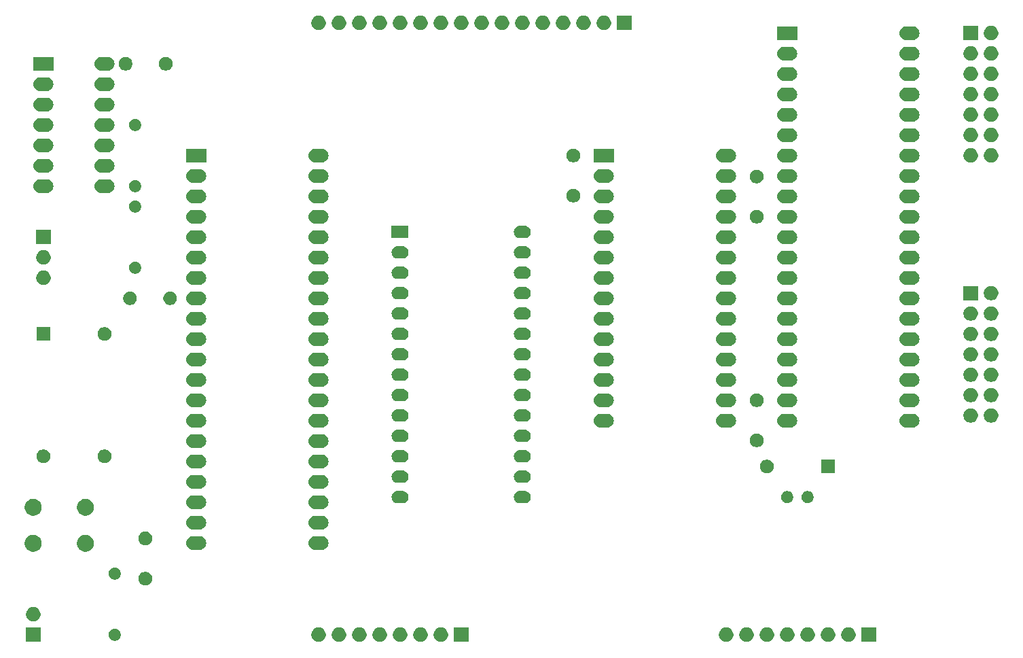
<source format=gbr>
G04 #@! TF.GenerationSoftware,KiCad,Pcbnew,(5.1.5-0-10_14)*
G04 #@! TF.CreationDate,2020-11-20T10:26:45+01:00*
G04 #@! TF.ProjectId,6502,36353032-2e6b-4696-9361-645f70636258,rev?*
G04 #@! TF.SameCoordinates,Original*
G04 #@! TF.FileFunction,Soldermask,Bot*
G04 #@! TF.FilePolarity,Negative*
%FSLAX46Y46*%
G04 Gerber Fmt 4.6, Leading zero omitted, Abs format (unit mm)*
G04 Created by KiCad (PCBNEW (5.1.5-0-10_14)) date 2020-11-20 10:26:45*
%MOMM*%
%LPD*%
G04 APERTURE LIST*
%ADD10C,0.100000*%
G04 APERTURE END LIST*
D10*
G36*
X183781000Y-132981000D02*
G01*
X181979000Y-132981000D01*
X181979000Y-131179000D01*
X183781000Y-131179000D01*
X183781000Y-132981000D01*
G37*
G36*
X180453512Y-131183927D02*
G01*
X180602812Y-131213624D01*
X180766784Y-131281544D01*
X180914354Y-131380147D01*
X181039853Y-131505646D01*
X181138456Y-131653216D01*
X181206376Y-131817188D01*
X181241000Y-131991259D01*
X181241000Y-132168741D01*
X181206376Y-132342812D01*
X181138456Y-132506784D01*
X181039853Y-132654354D01*
X180914354Y-132779853D01*
X180766784Y-132878456D01*
X180602812Y-132946376D01*
X180453512Y-132976073D01*
X180428742Y-132981000D01*
X180251258Y-132981000D01*
X180226488Y-132976073D01*
X180077188Y-132946376D01*
X179913216Y-132878456D01*
X179765646Y-132779853D01*
X179640147Y-132654354D01*
X179541544Y-132506784D01*
X179473624Y-132342812D01*
X179439000Y-132168741D01*
X179439000Y-131991259D01*
X179473624Y-131817188D01*
X179541544Y-131653216D01*
X179640147Y-131505646D01*
X179765646Y-131380147D01*
X179913216Y-131281544D01*
X180077188Y-131213624D01*
X180226488Y-131183927D01*
X180251258Y-131179000D01*
X180428742Y-131179000D01*
X180453512Y-131183927D01*
G37*
G36*
X177913512Y-131183927D02*
G01*
X178062812Y-131213624D01*
X178226784Y-131281544D01*
X178374354Y-131380147D01*
X178499853Y-131505646D01*
X178598456Y-131653216D01*
X178666376Y-131817188D01*
X178701000Y-131991259D01*
X178701000Y-132168741D01*
X178666376Y-132342812D01*
X178598456Y-132506784D01*
X178499853Y-132654354D01*
X178374354Y-132779853D01*
X178226784Y-132878456D01*
X178062812Y-132946376D01*
X177913512Y-132976073D01*
X177888742Y-132981000D01*
X177711258Y-132981000D01*
X177686488Y-132976073D01*
X177537188Y-132946376D01*
X177373216Y-132878456D01*
X177225646Y-132779853D01*
X177100147Y-132654354D01*
X177001544Y-132506784D01*
X176933624Y-132342812D01*
X176899000Y-132168741D01*
X176899000Y-131991259D01*
X176933624Y-131817188D01*
X177001544Y-131653216D01*
X177100147Y-131505646D01*
X177225646Y-131380147D01*
X177373216Y-131281544D01*
X177537188Y-131213624D01*
X177686488Y-131183927D01*
X177711258Y-131179000D01*
X177888742Y-131179000D01*
X177913512Y-131183927D01*
G37*
G36*
X175373512Y-131183927D02*
G01*
X175522812Y-131213624D01*
X175686784Y-131281544D01*
X175834354Y-131380147D01*
X175959853Y-131505646D01*
X176058456Y-131653216D01*
X176126376Y-131817188D01*
X176161000Y-131991259D01*
X176161000Y-132168741D01*
X176126376Y-132342812D01*
X176058456Y-132506784D01*
X175959853Y-132654354D01*
X175834354Y-132779853D01*
X175686784Y-132878456D01*
X175522812Y-132946376D01*
X175373512Y-132976073D01*
X175348742Y-132981000D01*
X175171258Y-132981000D01*
X175146488Y-132976073D01*
X174997188Y-132946376D01*
X174833216Y-132878456D01*
X174685646Y-132779853D01*
X174560147Y-132654354D01*
X174461544Y-132506784D01*
X174393624Y-132342812D01*
X174359000Y-132168741D01*
X174359000Y-131991259D01*
X174393624Y-131817188D01*
X174461544Y-131653216D01*
X174560147Y-131505646D01*
X174685646Y-131380147D01*
X174833216Y-131281544D01*
X174997188Y-131213624D01*
X175146488Y-131183927D01*
X175171258Y-131179000D01*
X175348742Y-131179000D01*
X175373512Y-131183927D01*
G37*
G36*
X172833512Y-131183927D02*
G01*
X172982812Y-131213624D01*
X173146784Y-131281544D01*
X173294354Y-131380147D01*
X173419853Y-131505646D01*
X173518456Y-131653216D01*
X173586376Y-131817188D01*
X173621000Y-131991259D01*
X173621000Y-132168741D01*
X173586376Y-132342812D01*
X173518456Y-132506784D01*
X173419853Y-132654354D01*
X173294354Y-132779853D01*
X173146784Y-132878456D01*
X172982812Y-132946376D01*
X172833512Y-132976073D01*
X172808742Y-132981000D01*
X172631258Y-132981000D01*
X172606488Y-132976073D01*
X172457188Y-132946376D01*
X172293216Y-132878456D01*
X172145646Y-132779853D01*
X172020147Y-132654354D01*
X171921544Y-132506784D01*
X171853624Y-132342812D01*
X171819000Y-132168741D01*
X171819000Y-131991259D01*
X171853624Y-131817188D01*
X171921544Y-131653216D01*
X172020147Y-131505646D01*
X172145646Y-131380147D01*
X172293216Y-131281544D01*
X172457188Y-131213624D01*
X172606488Y-131183927D01*
X172631258Y-131179000D01*
X172808742Y-131179000D01*
X172833512Y-131183927D01*
G37*
G36*
X170293512Y-131183927D02*
G01*
X170442812Y-131213624D01*
X170606784Y-131281544D01*
X170754354Y-131380147D01*
X170879853Y-131505646D01*
X170978456Y-131653216D01*
X171046376Y-131817188D01*
X171081000Y-131991259D01*
X171081000Y-132168741D01*
X171046376Y-132342812D01*
X170978456Y-132506784D01*
X170879853Y-132654354D01*
X170754354Y-132779853D01*
X170606784Y-132878456D01*
X170442812Y-132946376D01*
X170293512Y-132976073D01*
X170268742Y-132981000D01*
X170091258Y-132981000D01*
X170066488Y-132976073D01*
X169917188Y-132946376D01*
X169753216Y-132878456D01*
X169605646Y-132779853D01*
X169480147Y-132654354D01*
X169381544Y-132506784D01*
X169313624Y-132342812D01*
X169279000Y-132168741D01*
X169279000Y-131991259D01*
X169313624Y-131817188D01*
X169381544Y-131653216D01*
X169480147Y-131505646D01*
X169605646Y-131380147D01*
X169753216Y-131281544D01*
X169917188Y-131213624D01*
X170066488Y-131183927D01*
X170091258Y-131179000D01*
X170268742Y-131179000D01*
X170293512Y-131183927D01*
G37*
G36*
X167753512Y-131183927D02*
G01*
X167902812Y-131213624D01*
X168066784Y-131281544D01*
X168214354Y-131380147D01*
X168339853Y-131505646D01*
X168438456Y-131653216D01*
X168506376Y-131817188D01*
X168541000Y-131991259D01*
X168541000Y-132168741D01*
X168506376Y-132342812D01*
X168438456Y-132506784D01*
X168339853Y-132654354D01*
X168214354Y-132779853D01*
X168066784Y-132878456D01*
X167902812Y-132946376D01*
X167753512Y-132976073D01*
X167728742Y-132981000D01*
X167551258Y-132981000D01*
X167526488Y-132976073D01*
X167377188Y-132946376D01*
X167213216Y-132878456D01*
X167065646Y-132779853D01*
X166940147Y-132654354D01*
X166841544Y-132506784D01*
X166773624Y-132342812D01*
X166739000Y-132168741D01*
X166739000Y-131991259D01*
X166773624Y-131817188D01*
X166841544Y-131653216D01*
X166940147Y-131505646D01*
X167065646Y-131380147D01*
X167213216Y-131281544D01*
X167377188Y-131213624D01*
X167526488Y-131183927D01*
X167551258Y-131179000D01*
X167728742Y-131179000D01*
X167753512Y-131183927D01*
G37*
G36*
X165213512Y-131183927D02*
G01*
X165362812Y-131213624D01*
X165526784Y-131281544D01*
X165674354Y-131380147D01*
X165799853Y-131505646D01*
X165898456Y-131653216D01*
X165966376Y-131817188D01*
X166001000Y-131991259D01*
X166001000Y-132168741D01*
X165966376Y-132342812D01*
X165898456Y-132506784D01*
X165799853Y-132654354D01*
X165674354Y-132779853D01*
X165526784Y-132878456D01*
X165362812Y-132946376D01*
X165213512Y-132976073D01*
X165188742Y-132981000D01*
X165011258Y-132981000D01*
X164986488Y-132976073D01*
X164837188Y-132946376D01*
X164673216Y-132878456D01*
X164525646Y-132779853D01*
X164400147Y-132654354D01*
X164301544Y-132506784D01*
X164233624Y-132342812D01*
X164199000Y-132168741D01*
X164199000Y-131991259D01*
X164233624Y-131817188D01*
X164301544Y-131653216D01*
X164400147Y-131505646D01*
X164525646Y-131380147D01*
X164673216Y-131281544D01*
X164837188Y-131213624D01*
X164986488Y-131183927D01*
X165011258Y-131179000D01*
X165188742Y-131179000D01*
X165213512Y-131183927D01*
G37*
G36*
X132981000Y-132981000D02*
G01*
X131179000Y-132981000D01*
X131179000Y-131179000D01*
X132981000Y-131179000D01*
X132981000Y-132981000D01*
G37*
G36*
X129653512Y-131183927D02*
G01*
X129802812Y-131213624D01*
X129966784Y-131281544D01*
X130114354Y-131380147D01*
X130239853Y-131505646D01*
X130338456Y-131653216D01*
X130406376Y-131817188D01*
X130441000Y-131991259D01*
X130441000Y-132168741D01*
X130406376Y-132342812D01*
X130338456Y-132506784D01*
X130239853Y-132654354D01*
X130114354Y-132779853D01*
X129966784Y-132878456D01*
X129802812Y-132946376D01*
X129653512Y-132976073D01*
X129628742Y-132981000D01*
X129451258Y-132981000D01*
X129426488Y-132976073D01*
X129277188Y-132946376D01*
X129113216Y-132878456D01*
X128965646Y-132779853D01*
X128840147Y-132654354D01*
X128741544Y-132506784D01*
X128673624Y-132342812D01*
X128639000Y-132168741D01*
X128639000Y-131991259D01*
X128673624Y-131817188D01*
X128741544Y-131653216D01*
X128840147Y-131505646D01*
X128965646Y-131380147D01*
X129113216Y-131281544D01*
X129277188Y-131213624D01*
X129426488Y-131183927D01*
X129451258Y-131179000D01*
X129628742Y-131179000D01*
X129653512Y-131183927D01*
G37*
G36*
X127113512Y-131183927D02*
G01*
X127262812Y-131213624D01*
X127426784Y-131281544D01*
X127574354Y-131380147D01*
X127699853Y-131505646D01*
X127798456Y-131653216D01*
X127866376Y-131817188D01*
X127901000Y-131991259D01*
X127901000Y-132168741D01*
X127866376Y-132342812D01*
X127798456Y-132506784D01*
X127699853Y-132654354D01*
X127574354Y-132779853D01*
X127426784Y-132878456D01*
X127262812Y-132946376D01*
X127113512Y-132976073D01*
X127088742Y-132981000D01*
X126911258Y-132981000D01*
X126886488Y-132976073D01*
X126737188Y-132946376D01*
X126573216Y-132878456D01*
X126425646Y-132779853D01*
X126300147Y-132654354D01*
X126201544Y-132506784D01*
X126133624Y-132342812D01*
X126099000Y-132168741D01*
X126099000Y-131991259D01*
X126133624Y-131817188D01*
X126201544Y-131653216D01*
X126300147Y-131505646D01*
X126425646Y-131380147D01*
X126573216Y-131281544D01*
X126737188Y-131213624D01*
X126886488Y-131183927D01*
X126911258Y-131179000D01*
X127088742Y-131179000D01*
X127113512Y-131183927D01*
G37*
G36*
X124573512Y-131183927D02*
G01*
X124722812Y-131213624D01*
X124886784Y-131281544D01*
X125034354Y-131380147D01*
X125159853Y-131505646D01*
X125258456Y-131653216D01*
X125326376Y-131817188D01*
X125361000Y-131991259D01*
X125361000Y-132168741D01*
X125326376Y-132342812D01*
X125258456Y-132506784D01*
X125159853Y-132654354D01*
X125034354Y-132779853D01*
X124886784Y-132878456D01*
X124722812Y-132946376D01*
X124573512Y-132976073D01*
X124548742Y-132981000D01*
X124371258Y-132981000D01*
X124346488Y-132976073D01*
X124197188Y-132946376D01*
X124033216Y-132878456D01*
X123885646Y-132779853D01*
X123760147Y-132654354D01*
X123661544Y-132506784D01*
X123593624Y-132342812D01*
X123559000Y-132168741D01*
X123559000Y-131991259D01*
X123593624Y-131817188D01*
X123661544Y-131653216D01*
X123760147Y-131505646D01*
X123885646Y-131380147D01*
X124033216Y-131281544D01*
X124197188Y-131213624D01*
X124346488Y-131183927D01*
X124371258Y-131179000D01*
X124548742Y-131179000D01*
X124573512Y-131183927D01*
G37*
G36*
X122033512Y-131183927D02*
G01*
X122182812Y-131213624D01*
X122346784Y-131281544D01*
X122494354Y-131380147D01*
X122619853Y-131505646D01*
X122718456Y-131653216D01*
X122786376Y-131817188D01*
X122821000Y-131991259D01*
X122821000Y-132168741D01*
X122786376Y-132342812D01*
X122718456Y-132506784D01*
X122619853Y-132654354D01*
X122494354Y-132779853D01*
X122346784Y-132878456D01*
X122182812Y-132946376D01*
X122033512Y-132976073D01*
X122008742Y-132981000D01*
X121831258Y-132981000D01*
X121806488Y-132976073D01*
X121657188Y-132946376D01*
X121493216Y-132878456D01*
X121345646Y-132779853D01*
X121220147Y-132654354D01*
X121121544Y-132506784D01*
X121053624Y-132342812D01*
X121019000Y-132168741D01*
X121019000Y-131991259D01*
X121053624Y-131817188D01*
X121121544Y-131653216D01*
X121220147Y-131505646D01*
X121345646Y-131380147D01*
X121493216Y-131281544D01*
X121657188Y-131213624D01*
X121806488Y-131183927D01*
X121831258Y-131179000D01*
X122008742Y-131179000D01*
X122033512Y-131183927D01*
G37*
G36*
X119493512Y-131183927D02*
G01*
X119642812Y-131213624D01*
X119806784Y-131281544D01*
X119954354Y-131380147D01*
X120079853Y-131505646D01*
X120178456Y-131653216D01*
X120246376Y-131817188D01*
X120281000Y-131991259D01*
X120281000Y-132168741D01*
X120246376Y-132342812D01*
X120178456Y-132506784D01*
X120079853Y-132654354D01*
X119954354Y-132779853D01*
X119806784Y-132878456D01*
X119642812Y-132946376D01*
X119493512Y-132976073D01*
X119468742Y-132981000D01*
X119291258Y-132981000D01*
X119266488Y-132976073D01*
X119117188Y-132946376D01*
X118953216Y-132878456D01*
X118805646Y-132779853D01*
X118680147Y-132654354D01*
X118581544Y-132506784D01*
X118513624Y-132342812D01*
X118479000Y-132168741D01*
X118479000Y-131991259D01*
X118513624Y-131817188D01*
X118581544Y-131653216D01*
X118680147Y-131505646D01*
X118805646Y-131380147D01*
X118953216Y-131281544D01*
X119117188Y-131213624D01*
X119266488Y-131183927D01*
X119291258Y-131179000D01*
X119468742Y-131179000D01*
X119493512Y-131183927D01*
G37*
G36*
X116953512Y-131183927D02*
G01*
X117102812Y-131213624D01*
X117266784Y-131281544D01*
X117414354Y-131380147D01*
X117539853Y-131505646D01*
X117638456Y-131653216D01*
X117706376Y-131817188D01*
X117741000Y-131991259D01*
X117741000Y-132168741D01*
X117706376Y-132342812D01*
X117638456Y-132506784D01*
X117539853Y-132654354D01*
X117414354Y-132779853D01*
X117266784Y-132878456D01*
X117102812Y-132946376D01*
X116953512Y-132976073D01*
X116928742Y-132981000D01*
X116751258Y-132981000D01*
X116726488Y-132976073D01*
X116577188Y-132946376D01*
X116413216Y-132878456D01*
X116265646Y-132779853D01*
X116140147Y-132654354D01*
X116041544Y-132506784D01*
X115973624Y-132342812D01*
X115939000Y-132168741D01*
X115939000Y-131991259D01*
X115973624Y-131817188D01*
X116041544Y-131653216D01*
X116140147Y-131505646D01*
X116265646Y-131380147D01*
X116413216Y-131281544D01*
X116577188Y-131213624D01*
X116726488Y-131183927D01*
X116751258Y-131179000D01*
X116928742Y-131179000D01*
X116953512Y-131183927D01*
G37*
G36*
X114413512Y-131183927D02*
G01*
X114562812Y-131213624D01*
X114726784Y-131281544D01*
X114874354Y-131380147D01*
X114999853Y-131505646D01*
X115098456Y-131653216D01*
X115166376Y-131817188D01*
X115201000Y-131991259D01*
X115201000Y-132168741D01*
X115166376Y-132342812D01*
X115098456Y-132506784D01*
X114999853Y-132654354D01*
X114874354Y-132779853D01*
X114726784Y-132878456D01*
X114562812Y-132946376D01*
X114413512Y-132976073D01*
X114388742Y-132981000D01*
X114211258Y-132981000D01*
X114186488Y-132976073D01*
X114037188Y-132946376D01*
X113873216Y-132878456D01*
X113725646Y-132779853D01*
X113600147Y-132654354D01*
X113501544Y-132506784D01*
X113433624Y-132342812D01*
X113399000Y-132168741D01*
X113399000Y-131991259D01*
X113433624Y-131817188D01*
X113501544Y-131653216D01*
X113600147Y-131505646D01*
X113725646Y-131380147D01*
X113873216Y-131281544D01*
X114037188Y-131213624D01*
X114186488Y-131183927D01*
X114211258Y-131179000D01*
X114388742Y-131179000D01*
X114413512Y-131183927D01*
G37*
G36*
X79641000Y-132981000D02*
G01*
X77839000Y-132981000D01*
X77839000Y-131179000D01*
X79641000Y-131179000D01*
X79641000Y-132981000D01*
G37*
G36*
X89119059Y-131357860D02*
G01*
X89172865Y-131380147D01*
X89255732Y-131414472D01*
X89378735Y-131496660D01*
X89483340Y-131601265D01*
X89518054Y-131653218D01*
X89565529Y-131724270D01*
X89622140Y-131860941D01*
X89651000Y-132006032D01*
X89651000Y-132153968D01*
X89648061Y-132168742D01*
X89622140Y-132299059D01*
X89565528Y-132435732D01*
X89483340Y-132558735D01*
X89378735Y-132663340D01*
X89255732Y-132745528D01*
X89255731Y-132745529D01*
X89255730Y-132745529D01*
X89119059Y-132802140D01*
X88973968Y-132831000D01*
X88826032Y-132831000D01*
X88680941Y-132802140D01*
X88544270Y-132745529D01*
X88544269Y-132745529D01*
X88544268Y-132745528D01*
X88421265Y-132663340D01*
X88316660Y-132558735D01*
X88234472Y-132435732D01*
X88177860Y-132299059D01*
X88151939Y-132168742D01*
X88149000Y-132153968D01*
X88149000Y-132006032D01*
X88177860Y-131860941D01*
X88234471Y-131724270D01*
X88281946Y-131653218D01*
X88316660Y-131601265D01*
X88421265Y-131496660D01*
X88544268Y-131414472D01*
X88627136Y-131380147D01*
X88680941Y-131357860D01*
X88826032Y-131329000D01*
X88973968Y-131329000D01*
X89119059Y-131357860D01*
G37*
G36*
X78853512Y-128643927D02*
G01*
X79002812Y-128673624D01*
X79166784Y-128741544D01*
X79314354Y-128840147D01*
X79439853Y-128965646D01*
X79538456Y-129113216D01*
X79606376Y-129277188D01*
X79641000Y-129451259D01*
X79641000Y-129628741D01*
X79606376Y-129802812D01*
X79538456Y-129966784D01*
X79439853Y-130114354D01*
X79314354Y-130239853D01*
X79166784Y-130338456D01*
X79002812Y-130406376D01*
X78853512Y-130436073D01*
X78828742Y-130441000D01*
X78651258Y-130441000D01*
X78626488Y-130436073D01*
X78477188Y-130406376D01*
X78313216Y-130338456D01*
X78165646Y-130239853D01*
X78040147Y-130114354D01*
X77941544Y-129966784D01*
X77873624Y-129802812D01*
X77839000Y-129628741D01*
X77839000Y-129451259D01*
X77873624Y-129277188D01*
X77941544Y-129113216D01*
X78040147Y-128965646D01*
X78165646Y-128840147D01*
X78313216Y-128741544D01*
X78477188Y-128673624D01*
X78626488Y-128643927D01*
X78651258Y-128639000D01*
X78828742Y-128639000D01*
X78853512Y-128643927D01*
G37*
G36*
X92958228Y-124276703D02*
G01*
X93113100Y-124340853D01*
X93252481Y-124433985D01*
X93371015Y-124552519D01*
X93464147Y-124691900D01*
X93528297Y-124846772D01*
X93561000Y-125011184D01*
X93561000Y-125178816D01*
X93528297Y-125343228D01*
X93464147Y-125498100D01*
X93371015Y-125637481D01*
X93252481Y-125756015D01*
X93113100Y-125849147D01*
X92958228Y-125913297D01*
X92793816Y-125946000D01*
X92626184Y-125946000D01*
X92461772Y-125913297D01*
X92306900Y-125849147D01*
X92167519Y-125756015D01*
X92048985Y-125637481D01*
X91955853Y-125498100D01*
X91891703Y-125343228D01*
X91859000Y-125178816D01*
X91859000Y-125011184D01*
X91891703Y-124846772D01*
X91955853Y-124691900D01*
X92048985Y-124552519D01*
X92167519Y-124433985D01*
X92306900Y-124340853D01*
X92461772Y-124276703D01*
X92626184Y-124244000D01*
X92793816Y-124244000D01*
X92958228Y-124276703D01*
G37*
G36*
X89119059Y-123737860D02*
G01*
X89255732Y-123794472D01*
X89378735Y-123876660D01*
X89483340Y-123981265D01*
X89565528Y-124104268D01*
X89622140Y-124240941D01*
X89651000Y-124386033D01*
X89651000Y-124533967D01*
X89622140Y-124679059D01*
X89565528Y-124815732D01*
X89483340Y-124938735D01*
X89378735Y-125043340D01*
X89255732Y-125125528D01*
X89255731Y-125125529D01*
X89255730Y-125125529D01*
X89119059Y-125182140D01*
X88973968Y-125211000D01*
X88826032Y-125211000D01*
X88680941Y-125182140D01*
X88544270Y-125125529D01*
X88544269Y-125125529D01*
X88544268Y-125125528D01*
X88421265Y-125043340D01*
X88316660Y-124938735D01*
X88234472Y-124815732D01*
X88177860Y-124679059D01*
X88149000Y-124533967D01*
X88149000Y-124386033D01*
X88177860Y-124240941D01*
X88234472Y-124104268D01*
X88316660Y-123981265D01*
X88421265Y-123876660D01*
X88544268Y-123794472D01*
X88680941Y-123737860D01*
X88826032Y-123709000D01*
X88973968Y-123709000D01*
X89119059Y-123737860D01*
G37*
G36*
X79046564Y-119694389D02*
G01*
X79237833Y-119773615D01*
X79237835Y-119773616D01*
X79367080Y-119859975D01*
X79409973Y-119888635D01*
X79556365Y-120035027D01*
X79671385Y-120207167D01*
X79750611Y-120398436D01*
X79791000Y-120601484D01*
X79791000Y-120808516D01*
X79750611Y-121011564D01*
X79703593Y-121125076D01*
X79671384Y-121202835D01*
X79556365Y-121374973D01*
X79409973Y-121521365D01*
X79237835Y-121636384D01*
X79237834Y-121636385D01*
X79237833Y-121636385D01*
X79046564Y-121715611D01*
X78843516Y-121756000D01*
X78636484Y-121756000D01*
X78433436Y-121715611D01*
X78242167Y-121636385D01*
X78242166Y-121636385D01*
X78242165Y-121636384D01*
X78070027Y-121521365D01*
X77923635Y-121374973D01*
X77808616Y-121202835D01*
X77776407Y-121125076D01*
X77729389Y-121011564D01*
X77689000Y-120808516D01*
X77689000Y-120601484D01*
X77729389Y-120398436D01*
X77808615Y-120207167D01*
X77923635Y-120035027D01*
X78070027Y-119888635D01*
X78112920Y-119859975D01*
X78242165Y-119773616D01*
X78242167Y-119773615D01*
X78433436Y-119694389D01*
X78636484Y-119654000D01*
X78843516Y-119654000D01*
X79046564Y-119694389D01*
G37*
G36*
X85546564Y-119694389D02*
G01*
X85737833Y-119773615D01*
X85737835Y-119773616D01*
X85867080Y-119859975D01*
X85909973Y-119888635D01*
X86056365Y-120035027D01*
X86171385Y-120207167D01*
X86250611Y-120398436D01*
X86291000Y-120601484D01*
X86291000Y-120808516D01*
X86250611Y-121011564D01*
X86203593Y-121125076D01*
X86171384Y-121202835D01*
X86056365Y-121374973D01*
X85909973Y-121521365D01*
X85737835Y-121636384D01*
X85737834Y-121636385D01*
X85737833Y-121636385D01*
X85546564Y-121715611D01*
X85343516Y-121756000D01*
X85136484Y-121756000D01*
X84933436Y-121715611D01*
X84742167Y-121636385D01*
X84742166Y-121636385D01*
X84742165Y-121636384D01*
X84570027Y-121521365D01*
X84423635Y-121374973D01*
X84308616Y-121202835D01*
X84276407Y-121125076D01*
X84229389Y-121011564D01*
X84189000Y-120808516D01*
X84189000Y-120601484D01*
X84229389Y-120398436D01*
X84308615Y-120207167D01*
X84423635Y-120035027D01*
X84570027Y-119888635D01*
X84612920Y-119859975D01*
X84742165Y-119773616D01*
X84742167Y-119773615D01*
X84933436Y-119694389D01*
X85136484Y-119654000D01*
X85343516Y-119654000D01*
X85546564Y-119694389D01*
G37*
G36*
X99626823Y-119811313D02*
G01*
X99787242Y-119859976D01*
X99919906Y-119930886D01*
X99935078Y-119938996D01*
X100064659Y-120045341D01*
X100171004Y-120174922D01*
X100171005Y-120174924D01*
X100250024Y-120322758D01*
X100298687Y-120483177D01*
X100315117Y-120650000D01*
X100298687Y-120816823D01*
X100250024Y-120977242D01*
X100231678Y-121011564D01*
X100171004Y-121125078D01*
X100064659Y-121254659D01*
X99935078Y-121361004D01*
X99935076Y-121361005D01*
X99787242Y-121440024D01*
X99626823Y-121488687D01*
X99501804Y-121501000D01*
X98618196Y-121501000D01*
X98493177Y-121488687D01*
X98332758Y-121440024D01*
X98184924Y-121361005D01*
X98184922Y-121361004D01*
X98055341Y-121254659D01*
X97948996Y-121125078D01*
X97888322Y-121011564D01*
X97869976Y-120977242D01*
X97821313Y-120816823D01*
X97804883Y-120650000D01*
X97821313Y-120483177D01*
X97869976Y-120322758D01*
X97948995Y-120174924D01*
X97948996Y-120174922D01*
X98055341Y-120045341D01*
X98184922Y-119938996D01*
X98200094Y-119930886D01*
X98332758Y-119859976D01*
X98493177Y-119811313D01*
X98618196Y-119799000D01*
X99501804Y-119799000D01*
X99626823Y-119811313D01*
G37*
G36*
X114866823Y-119811313D02*
G01*
X115027242Y-119859976D01*
X115159906Y-119930886D01*
X115175078Y-119938996D01*
X115304659Y-120045341D01*
X115411004Y-120174922D01*
X115411005Y-120174924D01*
X115490024Y-120322758D01*
X115538687Y-120483177D01*
X115555117Y-120650000D01*
X115538687Y-120816823D01*
X115490024Y-120977242D01*
X115471678Y-121011564D01*
X115411004Y-121125078D01*
X115304659Y-121254659D01*
X115175078Y-121361004D01*
X115175076Y-121361005D01*
X115027242Y-121440024D01*
X114866823Y-121488687D01*
X114741804Y-121501000D01*
X113858196Y-121501000D01*
X113733177Y-121488687D01*
X113572758Y-121440024D01*
X113424924Y-121361005D01*
X113424922Y-121361004D01*
X113295341Y-121254659D01*
X113188996Y-121125078D01*
X113128322Y-121011564D01*
X113109976Y-120977242D01*
X113061313Y-120816823D01*
X113044883Y-120650000D01*
X113061313Y-120483177D01*
X113109976Y-120322758D01*
X113188995Y-120174924D01*
X113188996Y-120174922D01*
X113295341Y-120045341D01*
X113424922Y-119938996D01*
X113440094Y-119930886D01*
X113572758Y-119859976D01*
X113733177Y-119811313D01*
X113858196Y-119799000D01*
X114741804Y-119799000D01*
X114866823Y-119811313D01*
G37*
G36*
X92958228Y-119276703D02*
G01*
X93113100Y-119340853D01*
X93252481Y-119433985D01*
X93371015Y-119552519D01*
X93464147Y-119691900D01*
X93528297Y-119846772D01*
X93561000Y-120011184D01*
X93561000Y-120178816D01*
X93528297Y-120343228D01*
X93464147Y-120498100D01*
X93371015Y-120637481D01*
X93252481Y-120756015D01*
X93113100Y-120849147D01*
X92958228Y-120913297D01*
X92793816Y-120946000D01*
X92626184Y-120946000D01*
X92461772Y-120913297D01*
X92306900Y-120849147D01*
X92167519Y-120756015D01*
X92048985Y-120637481D01*
X91955853Y-120498100D01*
X91891703Y-120343228D01*
X91859000Y-120178816D01*
X91859000Y-120011184D01*
X91891703Y-119846772D01*
X91955853Y-119691900D01*
X92048985Y-119552519D01*
X92167519Y-119433985D01*
X92306900Y-119340853D01*
X92461772Y-119276703D01*
X92626184Y-119244000D01*
X92793816Y-119244000D01*
X92958228Y-119276703D01*
G37*
G36*
X99626823Y-117271313D02*
G01*
X99787242Y-117319976D01*
X99919906Y-117390886D01*
X99935078Y-117398996D01*
X100064659Y-117505341D01*
X100171004Y-117634922D01*
X100171005Y-117634924D01*
X100250024Y-117782758D01*
X100298687Y-117943177D01*
X100315117Y-118110000D01*
X100298687Y-118276823D01*
X100250024Y-118437242D01*
X100179114Y-118569906D01*
X100171004Y-118585078D01*
X100064659Y-118714659D01*
X99935078Y-118821004D01*
X99935076Y-118821005D01*
X99787242Y-118900024D01*
X99626823Y-118948687D01*
X99501804Y-118961000D01*
X98618196Y-118961000D01*
X98493177Y-118948687D01*
X98332758Y-118900024D01*
X98184924Y-118821005D01*
X98184922Y-118821004D01*
X98055341Y-118714659D01*
X97948996Y-118585078D01*
X97940886Y-118569906D01*
X97869976Y-118437242D01*
X97821313Y-118276823D01*
X97804883Y-118110000D01*
X97821313Y-117943177D01*
X97869976Y-117782758D01*
X97948995Y-117634924D01*
X97948996Y-117634922D01*
X98055341Y-117505341D01*
X98184922Y-117398996D01*
X98200094Y-117390886D01*
X98332758Y-117319976D01*
X98493177Y-117271313D01*
X98618196Y-117259000D01*
X99501804Y-117259000D01*
X99626823Y-117271313D01*
G37*
G36*
X114866823Y-117271313D02*
G01*
X115027242Y-117319976D01*
X115159906Y-117390886D01*
X115175078Y-117398996D01*
X115304659Y-117505341D01*
X115411004Y-117634922D01*
X115411005Y-117634924D01*
X115490024Y-117782758D01*
X115538687Y-117943177D01*
X115555117Y-118110000D01*
X115538687Y-118276823D01*
X115490024Y-118437242D01*
X115419114Y-118569906D01*
X115411004Y-118585078D01*
X115304659Y-118714659D01*
X115175078Y-118821004D01*
X115175076Y-118821005D01*
X115027242Y-118900024D01*
X114866823Y-118948687D01*
X114741804Y-118961000D01*
X113858196Y-118961000D01*
X113733177Y-118948687D01*
X113572758Y-118900024D01*
X113424924Y-118821005D01*
X113424922Y-118821004D01*
X113295341Y-118714659D01*
X113188996Y-118585078D01*
X113180886Y-118569906D01*
X113109976Y-118437242D01*
X113061313Y-118276823D01*
X113044883Y-118110000D01*
X113061313Y-117943177D01*
X113109976Y-117782758D01*
X113188995Y-117634924D01*
X113188996Y-117634922D01*
X113295341Y-117505341D01*
X113424922Y-117398996D01*
X113440094Y-117390886D01*
X113572758Y-117319976D01*
X113733177Y-117271313D01*
X113858196Y-117259000D01*
X114741804Y-117259000D01*
X114866823Y-117271313D01*
G37*
G36*
X85546564Y-115194389D02*
G01*
X85737833Y-115273615D01*
X85737835Y-115273616D01*
X85909973Y-115388635D01*
X86056365Y-115535027D01*
X86170606Y-115706000D01*
X86171385Y-115707167D01*
X86250611Y-115898436D01*
X86291000Y-116101484D01*
X86291000Y-116308516D01*
X86250611Y-116511564D01*
X86171385Y-116702833D01*
X86171384Y-116702835D01*
X86056365Y-116874973D01*
X85909973Y-117021365D01*
X85737835Y-117136384D01*
X85737834Y-117136385D01*
X85737833Y-117136385D01*
X85546564Y-117215611D01*
X85343516Y-117256000D01*
X85136484Y-117256000D01*
X84933436Y-117215611D01*
X84742167Y-117136385D01*
X84742166Y-117136385D01*
X84742165Y-117136384D01*
X84570027Y-117021365D01*
X84423635Y-116874973D01*
X84308616Y-116702835D01*
X84308615Y-116702833D01*
X84229389Y-116511564D01*
X84189000Y-116308516D01*
X84189000Y-116101484D01*
X84229389Y-115898436D01*
X84308615Y-115707167D01*
X84309395Y-115706000D01*
X84423635Y-115535027D01*
X84570027Y-115388635D01*
X84742165Y-115273616D01*
X84742167Y-115273615D01*
X84933436Y-115194389D01*
X85136484Y-115154000D01*
X85343516Y-115154000D01*
X85546564Y-115194389D01*
G37*
G36*
X79046564Y-115194389D02*
G01*
X79237833Y-115273615D01*
X79237835Y-115273616D01*
X79409973Y-115388635D01*
X79556365Y-115535027D01*
X79670606Y-115706000D01*
X79671385Y-115707167D01*
X79750611Y-115898436D01*
X79791000Y-116101484D01*
X79791000Y-116308516D01*
X79750611Y-116511564D01*
X79671385Y-116702833D01*
X79671384Y-116702835D01*
X79556365Y-116874973D01*
X79409973Y-117021365D01*
X79237835Y-117136384D01*
X79237834Y-117136385D01*
X79237833Y-117136385D01*
X79046564Y-117215611D01*
X78843516Y-117256000D01*
X78636484Y-117256000D01*
X78433436Y-117215611D01*
X78242167Y-117136385D01*
X78242166Y-117136385D01*
X78242165Y-117136384D01*
X78070027Y-117021365D01*
X77923635Y-116874973D01*
X77808616Y-116702835D01*
X77808615Y-116702833D01*
X77729389Y-116511564D01*
X77689000Y-116308516D01*
X77689000Y-116101484D01*
X77729389Y-115898436D01*
X77808615Y-115707167D01*
X77809395Y-115706000D01*
X77923635Y-115535027D01*
X78070027Y-115388635D01*
X78242165Y-115273616D01*
X78242167Y-115273615D01*
X78433436Y-115194389D01*
X78636484Y-115154000D01*
X78843516Y-115154000D01*
X79046564Y-115194389D01*
G37*
G36*
X99626823Y-114731313D02*
G01*
X99787242Y-114779976D01*
X99919906Y-114850886D01*
X99935078Y-114858996D01*
X100064659Y-114965341D01*
X100171004Y-115094922D01*
X100171005Y-115094924D01*
X100250024Y-115242758D01*
X100298687Y-115403177D01*
X100315117Y-115570000D01*
X100298687Y-115736823D01*
X100250024Y-115897242D01*
X100179114Y-116029906D01*
X100171004Y-116045078D01*
X100064659Y-116174659D01*
X99935078Y-116281004D01*
X99935076Y-116281005D01*
X99787242Y-116360024D01*
X99626823Y-116408687D01*
X99501804Y-116421000D01*
X98618196Y-116421000D01*
X98493177Y-116408687D01*
X98332758Y-116360024D01*
X98184924Y-116281005D01*
X98184922Y-116281004D01*
X98055341Y-116174659D01*
X97948996Y-116045078D01*
X97940886Y-116029906D01*
X97869976Y-115897242D01*
X97821313Y-115736823D01*
X97804883Y-115570000D01*
X97821313Y-115403177D01*
X97869976Y-115242758D01*
X97948995Y-115094924D01*
X97948996Y-115094922D01*
X98055341Y-114965341D01*
X98184922Y-114858996D01*
X98200094Y-114850886D01*
X98332758Y-114779976D01*
X98493177Y-114731313D01*
X98618196Y-114719000D01*
X99501804Y-114719000D01*
X99626823Y-114731313D01*
G37*
G36*
X114866823Y-114731313D02*
G01*
X115027242Y-114779976D01*
X115159906Y-114850886D01*
X115175078Y-114858996D01*
X115304659Y-114965341D01*
X115411004Y-115094922D01*
X115411005Y-115094924D01*
X115490024Y-115242758D01*
X115538687Y-115403177D01*
X115555117Y-115570000D01*
X115538687Y-115736823D01*
X115490024Y-115897242D01*
X115419114Y-116029906D01*
X115411004Y-116045078D01*
X115304659Y-116174659D01*
X115175078Y-116281004D01*
X115175076Y-116281005D01*
X115027242Y-116360024D01*
X114866823Y-116408687D01*
X114741804Y-116421000D01*
X113858196Y-116421000D01*
X113733177Y-116408687D01*
X113572758Y-116360024D01*
X113424924Y-116281005D01*
X113424922Y-116281004D01*
X113295341Y-116174659D01*
X113188996Y-116045078D01*
X113180886Y-116029906D01*
X113109976Y-115897242D01*
X113061313Y-115736823D01*
X113044883Y-115570000D01*
X113061313Y-115403177D01*
X113109976Y-115242758D01*
X113188995Y-115094924D01*
X113188996Y-115094922D01*
X113295341Y-114965341D01*
X113424922Y-114858996D01*
X113440094Y-114850886D01*
X113572758Y-114779976D01*
X113733177Y-114731313D01*
X113858196Y-114719000D01*
X114741804Y-114719000D01*
X114866823Y-114731313D01*
G37*
G36*
X124815629Y-114167719D02*
G01*
X124891142Y-114175156D01*
X125015434Y-114212860D01*
X125036479Y-114219244D01*
X125170416Y-114290835D01*
X125287817Y-114387183D01*
X125384165Y-114504584D01*
X125455756Y-114638521D01*
X125455757Y-114638524D01*
X125499844Y-114783858D01*
X125514730Y-114935000D01*
X125499844Y-115086142D01*
X125479259Y-115154000D01*
X125455756Y-115231479D01*
X125384165Y-115365416D01*
X125287817Y-115482817D01*
X125170416Y-115579165D01*
X125036479Y-115650756D01*
X125036476Y-115650757D01*
X124891142Y-115694844D01*
X124815629Y-115702281D01*
X124777873Y-115706000D01*
X124142127Y-115706000D01*
X124104371Y-115702281D01*
X124028858Y-115694844D01*
X123883524Y-115650757D01*
X123883521Y-115650756D01*
X123749584Y-115579165D01*
X123632183Y-115482817D01*
X123535835Y-115365416D01*
X123464244Y-115231479D01*
X123440741Y-115154000D01*
X123420156Y-115086142D01*
X123405270Y-114935000D01*
X123420156Y-114783858D01*
X123464243Y-114638524D01*
X123464244Y-114638521D01*
X123535835Y-114504584D01*
X123632183Y-114387183D01*
X123749584Y-114290835D01*
X123883521Y-114219244D01*
X123904566Y-114212860D01*
X124028858Y-114175156D01*
X124104371Y-114167719D01*
X124142127Y-114164000D01*
X124777873Y-114164000D01*
X124815629Y-114167719D01*
G37*
G36*
X140055629Y-114167719D02*
G01*
X140131142Y-114175156D01*
X140255434Y-114212860D01*
X140276479Y-114219244D01*
X140410416Y-114290835D01*
X140527817Y-114387183D01*
X140624165Y-114504584D01*
X140695756Y-114638521D01*
X140695757Y-114638524D01*
X140739844Y-114783858D01*
X140754730Y-114935000D01*
X140739844Y-115086142D01*
X140719259Y-115154000D01*
X140695756Y-115231479D01*
X140624165Y-115365416D01*
X140527817Y-115482817D01*
X140410416Y-115579165D01*
X140276479Y-115650756D01*
X140276476Y-115650757D01*
X140131142Y-115694844D01*
X140055629Y-115702281D01*
X140017873Y-115706000D01*
X139382127Y-115706000D01*
X139344371Y-115702281D01*
X139268858Y-115694844D01*
X139123524Y-115650757D01*
X139123521Y-115650756D01*
X138989584Y-115579165D01*
X138872183Y-115482817D01*
X138775835Y-115365416D01*
X138704244Y-115231479D01*
X138680741Y-115154000D01*
X138660156Y-115086142D01*
X138645270Y-114935000D01*
X138660156Y-114783858D01*
X138704243Y-114638524D01*
X138704244Y-114638521D01*
X138775835Y-114504584D01*
X138872183Y-114387183D01*
X138989584Y-114290835D01*
X139123521Y-114219244D01*
X139144566Y-114212860D01*
X139268858Y-114175156D01*
X139344371Y-114167719D01*
X139382127Y-114164000D01*
X140017873Y-114164000D01*
X140055629Y-114167719D01*
G37*
G36*
X175479059Y-114212860D02*
G01*
X175615732Y-114269472D01*
X175738735Y-114351660D01*
X175843340Y-114456265D01*
X175925528Y-114579268D01*
X175925529Y-114579270D01*
X175982140Y-114715941D01*
X176011000Y-114861032D01*
X176011000Y-115008968D01*
X175982140Y-115154059D01*
X175950072Y-115231479D01*
X175925528Y-115290732D01*
X175843340Y-115413735D01*
X175738735Y-115518340D01*
X175615732Y-115600528D01*
X175615731Y-115600529D01*
X175615730Y-115600529D01*
X175479059Y-115657140D01*
X175333968Y-115686000D01*
X175186032Y-115686000D01*
X175040941Y-115657140D01*
X174904270Y-115600529D01*
X174904269Y-115600529D01*
X174904268Y-115600528D01*
X174781265Y-115518340D01*
X174676660Y-115413735D01*
X174594472Y-115290732D01*
X174569929Y-115231479D01*
X174537860Y-115154059D01*
X174509000Y-115008968D01*
X174509000Y-114861032D01*
X174537860Y-114715941D01*
X174594471Y-114579270D01*
X174594472Y-114579268D01*
X174676660Y-114456265D01*
X174781265Y-114351660D01*
X174904268Y-114269472D01*
X175040941Y-114212860D01*
X175186032Y-114184000D01*
X175333968Y-114184000D01*
X175479059Y-114212860D01*
G37*
G36*
X172939059Y-114212860D02*
G01*
X173075732Y-114269472D01*
X173198735Y-114351660D01*
X173303340Y-114456265D01*
X173385528Y-114579268D01*
X173385529Y-114579270D01*
X173442140Y-114715941D01*
X173471000Y-114861032D01*
X173471000Y-115008968D01*
X173442140Y-115154059D01*
X173410072Y-115231479D01*
X173385528Y-115290732D01*
X173303340Y-115413735D01*
X173198735Y-115518340D01*
X173075732Y-115600528D01*
X173075731Y-115600529D01*
X173075730Y-115600529D01*
X172939059Y-115657140D01*
X172793968Y-115686000D01*
X172646032Y-115686000D01*
X172500941Y-115657140D01*
X172364270Y-115600529D01*
X172364269Y-115600529D01*
X172364268Y-115600528D01*
X172241265Y-115518340D01*
X172136660Y-115413735D01*
X172054472Y-115290732D01*
X172029929Y-115231479D01*
X171997860Y-115154059D01*
X171969000Y-115008968D01*
X171969000Y-114861032D01*
X171997860Y-114715941D01*
X172054471Y-114579270D01*
X172054472Y-114579268D01*
X172136660Y-114456265D01*
X172241265Y-114351660D01*
X172364268Y-114269472D01*
X172500941Y-114212860D01*
X172646032Y-114184000D01*
X172793968Y-114184000D01*
X172939059Y-114212860D01*
G37*
G36*
X99626823Y-112191313D02*
G01*
X99787242Y-112239976D01*
X99919906Y-112310886D01*
X99935078Y-112318996D01*
X100064659Y-112425341D01*
X100171004Y-112554922D01*
X100171005Y-112554924D01*
X100250024Y-112702758D01*
X100298687Y-112863177D01*
X100315117Y-113030000D01*
X100298687Y-113196823D01*
X100250024Y-113357242D01*
X100179114Y-113489906D01*
X100171004Y-113505078D01*
X100064659Y-113634659D01*
X99935078Y-113741004D01*
X99935076Y-113741005D01*
X99787242Y-113820024D01*
X99626823Y-113868687D01*
X99501804Y-113881000D01*
X98618196Y-113881000D01*
X98493177Y-113868687D01*
X98332758Y-113820024D01*
X98184924Y-113741005D01*
X98184922Y-113741004D01*
X98055341Y-113634659D01*
X97948996Y-113505078D01*
X97940886Y-113489906D01*
X97869976Y-113357242D01*
X97821313Y-113196823D01*
X97804883Y-113030000D01*
X97821313Y-112863177D01*
X97869976Y-112702758D01*
X97948995Y-112554924D01*
X97948996Y-112554922D01*
X98055341Y-112425341D01*
X98184922Y-112318996D01*
X98200094Y-112310886D01*
X98332758Y-112239976D01*
X98493177Y-112191313D01*
X98618196Y-112179000D01*
X99501804Y-112179000D01*
X99626823Y-112191313D01*
G37*
G36*
X114866823Y-112191313D02*
G01*
X115027242Y-112239976D01*
X115159906Y-112310886D01*
X115175078Y-112318996D01*
X115304659Y-112425341D01*
X115411004Y-112554922D01*
X115411005Y-112554924D01*
X115490024Y-112702758D01*
X115538687Y-112863177D01*
X115555117Y-113030000D01*
X115538687Y-113196823D01*
X115490024Y-113357242D01*
X115419114Y-113489906D01*
X115411004Y-113505078D01*
X115304659Y-113634659D01*
X115175078Y-113741004D01*
X115175076Y-113741005D01*
X115027242Y-113820024D01*
X114866823Y-113868687D01*
X114741804Y-113881000D01*
X113858196Y-113881000D01*
X113733177Y-113868687D01*
X113572758Y-113820024D01*
X113424924Y-113741005D01*
X113424922Y-113741004D01*
X113295341Y-113634659D01*
X113188996Y-113505078D01*
X113180886Y-113489906D01*
X113109976Y-113357242D01*
X113061313Y-113196823D01*
X113044883Y-113030000D01*
X113061313Y-112863177D01*
X113109976Y-112702758D01*
X113188995Y-112554924D01*
X113188996Y-112554922D01*
X113295341Y-112425341D01*
X113424922Y-112318996D01*
X113440094Y-112310886D01*
X113572758Y-112239976D01*
X113733177Y-112191313D01*
X113858196Y-112179000D01*
X114741804Y-112179000D01*
X114866823Y-112191313D01*
G37*
G36*
X124815629Y-111627719D02*
G01*
X124891142Y-111635156D01*
X125036476Y-111679243D01*
X125036479Y-111679244D01*
X125170416Y-111750835D01*
X125287817Y-111847183D01*
X125384165Y-111964584D01*
X125455756Y-112098521D01*
X125455757Y-112098524D01*
X125499844Y-112243858D01*
X125514730Y-112395000D01*
X125499844Y-112546142D01*
X125455757Y-112691476D01*
X125455756Y-112691479D01*
X125384165Y-112825416D01*
X125287817Y-112942817D01*
X125170416Y-113039165D01*
X125036479Y-113110756D01*
X125036476Y-113110757D01*
X124891142Y-113154844D01*
X124815629Y-113162281D01*
X124777873Y-113166000D01*
X124142127Y-113166000D01*
X124104371Y-113162281D01*
X124028858Y-113154844D01*
X123883524Y-113110757D01*
X123883521Y-113110756D01*
X123749584Y-113039165D01*
X123632183Y-112942817D01*
X123535835Y-112825416D01*
X123464244Y-112691479D01*
X123464243Y-112691476D01*
X123420156Y-112546142D01*
X123405270Y-112395000D01*
X123420156Y-112243858D01*
X123464243Y-112098524D01*
X123464244Y-112098521D01*
X123535835Y-111964584D01*
X123632183Y-111847183D01*
X123749584Y-111750835D01*
X123883521Y-111679244D01*
X123883524Y-111679243D01*
X124028858Y-111635156D01*
X124104371Y-111627719D01*
X124142127Y-111624000D01*
X124777873Y-111624000D01*
X124815629Y-111627719D01*
G37*
G36*
X140055629Y-111627719D02*
G01*
X140131142Y-111635156D01*
X140276476Y-111679243D01*
X140276479Y-111679244D01*
X140410416Y-111750835D01*
X140527817Y-111847183D01*
X140624165Y-111964584D01*
X140695756Y-112098521D01*
X140695757Y-112098524D01*
X140739844Y-112243858D01*
X140754730Y-112395000D01*
X140739844Y-112546142D01*
X140695757Y-112691476D01*
X140695756Y-112691479D01*
X140624165Y-112825416D01*
X140527817Y-112942817D01*
X140410416Y-113039165D01*
X140276479Y-113110756D01*
X140276476Y-113110757D01*
X140131142Y-113154844D01*
X140055629Y-113162281D01*
X140017873Y-113166000D01*
X139382127Y-113166000D01*
X139344371Y-113162281D01*
X139268858Y-113154844D01*
X139123524Y-113110757D01*
X139123521Y-113110756D01*
X138989584Y-113039165D01*
X138872183Y-112942817D01*
X138775835Y-112825416D01*
X138704244Y-112691479D01*
X138704243Y-112691476D01*
X138660156Y-112546142D01*
X138645270Y-112395000D01*
X138660156Y-112243858D01*
X138704243Y-112098524D01*
X138704244Y-112098521D01*
X138775835Y-111964584D01*
X138872183Y-111847183D01*
X138989584Y-111750835D01*
X139123521Y-111679244D01*
X139123524Y-111679243D01*
X139268858Y-111635156D01*
X139344371Y-111627719D01*
X139382127Y-111624000D01*
X140017873Y-111624000D01*
X140055629Y-111627719D01*
G37*
G36*
X170428228Y-110306703D02*
G01*
X170583100Y-110370853D01*
X170722481Y-110463985D01*
X170841015Y-110582519D01*
X170934147Y-110721900D01*
X170998297Y-110876772D01*
X171031000Y-111041184D01*
X171031000Y-111208816D01*
X170998297Y-111373228D01*
X170934147Y-111528100D01*
X170841015Y-111667481D01*
X170722481Y-111786015D01*
X170583100Y-111879147D01*
X170428228Y-111943297D01*
X170263816Y-111976000D01*
X170096184Y-111976000D01*
X169931772Y-111943297D01*
X169776900Y-111879147D01*
X169637519Y-111786015D01*
X169518985Y-111667481D01*
X169425853Y-111528100D01*
X169361703Y-111373228D01*
X169329000Y-111208816D01*
X169329000Y-111041184D01*
X169361703Y-110876772D01*
X169425853Y-110721900D01*
X169518985Y-110582519D01*
X169637519Y-110463985D01*
X169776900Y-110370853D01*
X169931772Y-110306703D01*
X170096184Y-110274000D01*
X170263816Y-110274000D01*
X170428228Y-110306703D01*
G37*
G36*
X178651000Y-111976000D02*
G01*
X176949000Y-111976000D01*
X176949000Y-110274000D01*
X178651000Y-110274000D01*
X178651000Y-111976000D01*
G37*
G36*
X99626823Y-109651313D02*
G01*
X99787242Y-109699976D01*
X99919906Y-109770886D01*
X99935078Y-109778996D01*
X100064659Y-109885341D01*
X100171004Y-110014922D01*
X100171005Y-110014924D01*
X100250024Y-110162758D01*
X100298687Y-110323177D01*
X100315117Y-110490000D01*
X100298687Y-110656823D01*
X100250024Y-110817242D01*
X100179114Y-110949906D01*
X100171004Y-110965078D01*
X100064659Y-111094659D01*
X99935078Y-111201004D01*
X99935076Y-111201005D01*
X99787242Y-111280024D01*
X99626823Y-111328687D01*
X99501804Y-111341000D01*
X98618196Y-111341000D01*
X98493177Y-111328687D01*
X98332758Y-111280024D01*
X98184924Y-111201005D01*
X98184922Y-111201004D01*
X98055341Y-111094659D01*
X97948996Y-110965078D01*
X97940886Y-110949906D01*
X97869976Y-110817242D01*
X97821313Y-110656823D01*
X97804883Y-110490000D01*
X97821313Y-110323177D01*
X97869976Y-110162758D01*
X97948995Y-110014924D01*
X97948996Y-110014922D01*
X98055341Y-109885341D01*
X98184922Y-109778996D01*
X98200094Y-109770886D01*
X98332758Y-109699976D01*
X98493177Y-109651313D01*
X98618196Y-109639000D01*
X99501804Y-109639000D01*
X99626823Y-109651313D01*
G37*
G36*
X114866823Y-109651313D02*
G01*
X115027242Y-109699976D01*
X115159906Y-109770886D01*
X115175078Y-109778996D01*
X115304659Y-109885341D01*
X115411004Y-110014922D01*
X115411005Y-110014924D01*
X115490024Y-110162758D01*
X115538687Y-110323177D01*
X115555117Y-110490000D01*
X115538687Y-110656823D01*
X115490024Y-110817242D01*
X115419114Y-110949906D01*
X115411004Y-110965078D01*
X115304659Y-111094659D01*
X115175078Y-111201004D01*
X115175076Y-111201005D01*
X115027242Y-111280024D01*
X114866823Y-111328687D01*
X114741804Y-111341000D01*
X113858196Y-111341000D01*
X113733177Y-111328687D01*
X113572758Y-111280024D01*
X113424924Y-111201005D01*
X113424922Y-111201004D01*
X113295341Y-111094659D01*
X113188996Y-110965078D01*
X113180886Y-110949906D01*
X113109976Y-110817242D01*
X113061313Y-110656823D01*
X113044883Y-110490000D01*
X113061313Y-110323177D01*
X113109976Y-110162758D01*
X113188995Y-110014924D01*
X113188996Y-110014922D01*
X113295341Y-109885341D01*
X113424922Y-109778996D01*
X113440094Y-109770886D01*
X113572758Y-109699976D01*
X113733177Y-109651313D01*
X113858196Y-109639000D01*
X114741804Y-109639000D01*
X114866823Y-109651313D01*
G37*
G36*
X80258228Y-109036703D02*
G01*
X80413100Y-109100853D01*
X80552481Y-109193985D01*
X80671015Y-109312519D01*
X80764147Y-109451900D01*
X80828297Y-109606772D01*
X80861000Y-109771184D01*
X80861000Y-109938816D01*
X80828297Y-110103228D01*
X80764147Y-110258100D01*
X80671015Y-110397481D01*
X80552481Y-110516015D01*
X80413100Y-110609147D01*
X80258228Y-110673297D01*
X80093816Y-110706000D01*
X79926184Y-110706000D01*
X79761772Y-110673297D01*
X79606900Y-110609147D01*
X79467519Y-110516015D01*
X79348985Y-110397481D01*
X79255853Y-110258100D01*
X79191703Y-110103228D01*
X79159000Y-109938816D01*
X79159000Y-109771184D01*
X79191703Y-109606772D01*
X79255853Y-109451900D01*
X79348985Y-109312519D01*
X79467519Y-109193985D01*
X79606900Y-109100853D01*
X79761772Y-109036703D01*
X79926184Y-109004000D01*
X80093816Y-109004000D01*
X80258228Y-109036703D01*
G37*
G36*
X87878228Y-109036703D02*
G01*
X88033100Y-109100853D01*
X88172481Y-109193985D01*
X88291015Y-109312519D01*
X88384147Y-109451900D01*
X88448297Y-109606772D01*
X88481000Y-109771184D01*
X88481000Y-109938816D01*
X88448297Y-110103228D01*
X88384147Y-110258100D01*
X88291015Y-110397481D01*
X88172481Y-110516015D01*
X88033100Y-110609147D01*
X87878228Y-110673297D01*
X87713816Y-110706000D01*
X87546184Y-110706000D01*
X87381772Y-110673297D01*
X87226900Y-110609147D01*
X87087519Y-110516015D01*
X86968985Y-110397481D01*
X86875853Y-110258100D01*
X86811703Y-110103228D01*
X86779000Y-109938816D01*
X86779000Y-109771184D01*
X86811703Y-109606772D01*
X86875853Y-109451900D01*
X86968985Y-109312519D01*
X87087519Y-109193985D01*
X87226900Y-109100853D01*
X87381772Y-109036703D01*
X87546184Y-109004000D01*
X87713816Y-109004000D01*
X87878228Y-109036703D01*
G37*
G36*
X124815629Y-109087719D02*
G01*
X124891142Y-109095156D01*
X125036476Y-109139243D01*
X125036479Y-109139244D01*
X125170416Y-109210835D01*
X125287817Y-109307183D01*
X125384165Y-109424584D01*
X125455756Y-109558521D01*
X125455757Y-109558524D01*
X125499844Y-109703858D01*
X125514730Y-109855000D01*
X125499844Y-110006142D01*
X125455757Y-110151476D01*
X125455756Y-110151479D01*
X125384165Y-110285416D01*
X125287817Y-110402817D01*
X125170416Y-110499165D01*
X125036479Y-110570756D01*
X125036476Y-110570757D01*
X124891142Y-110614844D01*
X124815629Y-110622281D01*
X124777873Y-110626000D01*
X124142127Y-110626000D01*
X124104371Y-110622281D01*
X124028858Y-110614844D01*
X123883524Y-110570757D01*
X123883521Y-110570756D01*
X123749584Y-110499165D01*
X123632183Y-110402817D01*
X123535835Y-110285416D01*
X123464244Y-110151479D01*
X123464243Y-110151476D01*
X123420156Y-110006142D01*
X123405270Y-109855000D01*
X123420156Y-109703858D01*
X123464243Y-109558524D01*
X123464244Y-109558521D01*
X123535835Y-109424584D01*
X123632183Y-109307183D01*
X123749584Y-109210835D01*
X123883521Y-109139244D01*
X123883524Y-109139243D01*
X124028858Y-109095156D01*
X124104371Y-109087719D01*
X124142127Y-109084000D01*
X124777873Y-109084000D01*
X124815629Y-109087719D01*
G37*
G36*
X140055629Y-109087719D02*
G01*
X140131142Y-109095156D01*
X140276476Y-109139243D01*
X140276479Y-109139244D01*
X140410416Y-109210835D01*
X140527817Y-109307183D01*
X140624165Y-109424584D01*
X140695756Y-109558521D01*
X140695757Y-109558524D01*
X140739844Y-109703858D01*
X140754730Y-109855000D01*
X140739844Y-110006142D01*
X140695757Y-110151476D01*
X140695756Y-110151479D01*
X140624165Y-110285416D01*
X140527817Y-110402817D01*
X140410416Y-110499165D01*
X140276479Y-110570756D01*
X140276476Y-110570757D01*
X140131142Y-110614844D01*
X140055629Y-110622281D01*
X140017873Y-110626000D01*
X139382127Y-110626000D01*
X139344371Y-110622281D01*
X139268858Y-110614844D01*
X139123524Y-110570757D01*
X139123521Y-110570756D01*
X138989584Y-110499165D01*
X138872183Y-110402817D01*
X138775835Y-110285416D01*
X138704244Y-110151479D01*
X138704243Y-110151476D01*
X138660156Y-110006142D01*
X138645270Y-109855000D01*
X138660156Y-109703858D01*
X138704243Y-109558524D01*
X138704244Y-109558521D01*
X138775835Y-109424584D01*
X138872183Y-109307183D01*
X138989584Y-109210835D01*
X139123521Y-109139244D01*
X139123524Y-109139243D01*
X139268858Y-109095156D01*
X139344371Y-109087719D01*
X139382127Y-109084000D01*
X140017873Y-109084000D01*
X140055629Y-109087719D01*
G37*
G36*
X99626823Y-107111313D02*
G01*
X99787242Y-107159976D01*
X99878931Y-107208985D01*
X99935078Y-107238996D01*
X100064659Y-107345341D01*
X100171004Y-107474922D01*
X100171005Y-107474924D01*
X100250024Y-107622758D01*
X100298687Y-107783177D01*
X100315117Y-107950000D01*
X100298687Y-108116823D01*
X100298260Y-108118229D01*
X100251281Y-108273100D01*
X100250024Y-108277242D01*
X100179114Y-108409906D01*
X100171004Y-108425078D01*
X100064659Y-108554659D01*
X99935078Y-108661004D01*
X99935076Y-108661005D01*
X99787242Y-108740024D01*
X99626823Y-108788687D01*
X99501804Y-108801000D01*
X98618196Y-108801000D01*
X98493177Y-108788687D01*
X98332758Y-108740024D01*
X98184924Y-108661005D01*
X98184922Y-108661004D01*
X98055341Y-108554659D01*
X97948996Y-108425078D01*
X97940886Y-108409906D01*
X97869976Y-108277242D01*
X97868720Y-108273100D01*
X97821740Y-108118229D01*
X97821313Y-108116823D01*
X97804883Y-107950000D01*
X97821313Y-107783177D01*
X97869976Y-107622758D01*
X97948995Y-107474924D01*
X97948996Y-107474922D01*
X98055341Y-107345341D01*
X98184922Y-107238996D01*
X98241069Y-107208985D01*
X98332758Y-107159976D01*
X98493177Y-107111313D01*
X98618196Y-107099000D01*
X99501804Y-107099000D01*
X99626823Y-107111313D01*
G37*
G36*
X114866823Y-107111313D02*
G01*
X115027242Y-107159976D01*
X115118931Y-107208985D01*
X115175078Y-107238996D01*
X115304659Y-107345341D01*
X115411004Y-107474922D01*
X115411005Y-107474924D01*
X115490024Y-107622758D01*
X115538687Y-107783177D01*
X115555117Y-107950000D01*
X115538687Y-108116823D01*
X115538260Y-108118229D01*
X115491281Y-108273100D01*
X115490024Y-108277242D01*
X115419114Y-108409906D01*
X115411004Y-108425078D01*
X115304659Y-108554659D01*
X115175078Y-108661004D01*
X115175076Y-108661005D01*
X115027242Y-108740024D01*
X114866823Y-108788687D01*
X114741804Y-108801000D01*
X113858196Y-108801000D01*
X113733177Y-108788687D01*
X113572758Y-108740024D01*
X113424924Y-108661005D01*
X113424922Y-108661004D01*
X113295341Y-108554659D01*
X113188996Y-108425078D01*
X113180886Y-108409906D01*
X113109976Y-108277242D01*
X113108720Y-108273100D01*
X113061740Y-108118229D01*
X113061313Y-108116823D01*
X113044883Y-107950000D01*
X113061313Y-107783177D01*
X113109976Y-107622758D01*
X113188995Y-107474924D01*
X113188996Y-107474922D01*
X113295341Y-107345341D01*
X113424922Y-107238996D01*
X113481069Y-107208985D01*
X113572758Y-107159976D01*
X113733177Y-107111313D01*
X113858196Y-107099000D01*
X114741804Y-107099000D01*
X114866823Y-107111313D01*
G37*
G36*
X169158228Y-107051703D02*
G01*
X169313100Y-107115853D01*
X169452481Y-107208985D01*
X169571015Y-107327519D01*
X169664147Y-107466900D01*
X169728297Y-107621772D01*
X169761000Y-107786184D01*
X169761000Y-107953816D01*
X169728297Y-108118228D01*
X169664147Y-108273100D01*
X169571015Y-108412481D01*
X169452481Y-108531015D01*
X169313100Y-108624147D01*
X169158228Y-108688297D01*
X168993816Y-108721000D01*
X168826184Y-108721000D01*
X168661772Y-108688297D01*
X168506900Y-108624147D01*
X168367519Y-108531015D01*
X168248985Y-108412481D01*
X168155853Y-108273100D01*
X168091703Y-108118228D01*
X168059000Y-107953816D01*
X168059000Y-107786184D01*
X168091703Y-107621772D01*
X168155853Y-107466900D01*
X168248985Y-107327519D01*
X168367519Y-107208985D01*
X168506900Y-107115853D01*
X168661772Y-107051703D01*
X168826184Y-107019000D01*
X168993816Y-107019000D01*
X169158228Y-107051703D01*
G37*
G36*
X124815629Y-106547719D02*
G01*
X124891142Y-106555156D01*
X125036476Y-106599243D01*
X125036479Y-106599244D01*
X125170416Y-106670835D01*
X125287817Y-106767183D01*
X125384165Y-106884584D01*
X125455756Y-107018521D01*
X125455757Y-107018524D01*
X125499844Y-107163858D01*
X125514730Y-107315000D01*
X125499844Y-107466142D01*
X125455757Y-107611476D01*
X125455756Y-107611479D01*
X125384165Y-107745416D01*
X125287817Y-107862817D01*
X125170416Y-107959165D01*
X125036479Y-108030756D01*
X125036476Y-108030757D01*
X124891142Y-108074844D01*
X124815629Y-108082281D01*
X124777873Y-108086000D01*
X124142127Y-108086000D01*
X124104371Y-108082281D01*
X124028858Y-108074844D01*
X123883524Y-108030757D01*
X123883521Y-108030756D01*
X123749584Y-107959165D01*
X123632183Y-107862817D01*
X123535835Y-107745416D01*
X123464244Y-107611479D01*
X123464243Y-107611476D01*
X123420156Y-107466142D01*
X123405270Y-107315000D01*
X123420156Y-107163858D01*
X123464243Y-107018524D01*
X123464244Y-107018521D01*
X123535835Y-106884584D01*
X123632183Y-106767183D01*
X123749584Y-106670835D01*
X123883521Y-106599244D01*
X123883524Y-106599243D01*
X124028858Y-106555156D01*
X124104371Y-106547719D01*
X124142127Y-106544000D01*
X124777873Y-106544000D01*
X124815629Y-106547719D01*
G37*
G36*
X140055629Y-106547719D02*
G01*
X140131142Y-106555156D01*
X140276476Y-106599243D01*
X140276479Y-106599244D01*
X140410416Y-106670835D01*
X140527817Y-106767183D01*
X140624165Y-106884584D01*
X140695756Y-107018521D01*
X140695757Y-107018524D01*
X140739844Y-107163858D01*
X140754730Y-107315000D01*
X140739844Y-107466142D01*
X140695757Y-107611476D01*
X140695756Y-107611479D01*
X140624165Y-107745416D01*
X140527817Y-107862817D01*
X140410416Y-107959165D01*
X140276479Y-108030756D01*
X140276476Y-108030757D01*
X140131142Y-108074844D01*
X140055629Y-108082281D01*
X140017873Y-108086000D01*
X139382127Y-108086000D01*
X139344371Y-108082281D01*
X139268858Y-108074844D01*
X139123524Y-108030757D01*
X139123521Y-108030756D01*
X138989584Y-107959165D01*
X138872183Y-107862817D01*
X138775835Y-107745416D01*
X138704244Y-107611479D01*
X138704243Y-107611476D01*
X138660156Y-107466142D01*
X138645270Y-107315000D01*
X138660156Y-107163858D01*
X138704243Y-107018524D01*
X138704244Y-107018521D01*
X138775835Y-106884584D01*
X138872183Y-106767183D01*
X138989584Y-106670835D01*
X139123521Y-106599244D01*
X139123524Y-106599243D01*
X139268858Y-106555156D01*
X139344371Y-106547719D01*
X139382127Y-106544000D01*
X140017873Y-106544000D01*
X140055629Y-106547719D01*
G37*
G36*
X188526823Y-104571313D02*
G01*
X188687242Y-104619976D01*
X188811247Y-104686258D01*
X188835078Y-104698996D01*
X188964659Y-104805341D01*
X189071004Y-104934922D01*
X189071005Y-104934924D01*
X189150024Y-105082758D01*
X189198687Y-105243177D01*
X189215117Y-105410000D01*
X189198687Y-105576823D01*
X189150024Y-105737242D01*
X189079114Y-105869906D01*
X189071004Y-105885078D01*
X188964659Y-106014659D01*
X188835078Y-106121004D01*
X188835076Y-106121005D01*
X188687242Y-106200024D01*
X188526823Y-106248687D01*
X188401804Y-106261000D01*
X187518196Y-106261000D01*
X187393177Y-106248687D01*
X187232758Y-106200024D01*
X187084924Y-106121005D01*
X187084922Y-106121004D01*
X186955341Y-106014659D01*
X186848996Y-105885078D01*
X186840886Y-105869906D01*
X186769976Y-105737242D01*
X186721313Y-105576823D01*
X186704883Y-105410000D01*
X186721313Y-105243177D01*
X186769976Y-105082758D01*
X186848995Y-104934924D01*
X186848996Y-104934922D01*
X186955341Y-104805341D01*
X187084922Y-104698996D01*
X187108753Y-104686258D01*
X187232758Y-104619976D01*
X187393177Y-104571313D01*
X187518196Y-104559000D01*
X188401804Y-104559000D01*
X188526823Y-104571313D01*
G37*
G36*
X173286823Y-104571313D02*
G01*
X173447242Y-104619976D01*
X173571247Y-104686258D01*
X173595078Y-104698996D01*
X173724659Y-104805341D01*
X173831004Y-104934922D01*
X173831005Y-104934924D01*
X173910024Y-105082758D01*
X173958687Y-105243177D01*
X173975117Y-105410000D01*
X173958687Y-105576823D01*
X173910024Y-105737242D01*
X173839114Y-105869906D01*
X173831004Y-105885078D01*
X173724659Y-106014659D01*
X173595078Y-106121004D01*
X173595076Y-106121005D01*
X173447242Y-106200024D01*
X173286823Y-106248687D01*
X173161804Y-106261000D01*
X172278196Y-106261000D01*
X172153177Y-106248687D01*
X171992758Y-106200024D01*
X171844924Y-106121005D01*
X171844922Y-106121004D01*
X171715341Y-106014659D01*
X171608996Y-105885078D01*
X171600886Y-105869906D01*
X171529976Y-105737242D01*
X171481313Y-105576823D01*
X171464883Y-105410000D01*
X171481313Y-105243177D01*
X171529976Y-105082758D01*
X171608995Y-104934924D01*
X171608996Y-104934922D01*
X171715341Y-104805341D01*
X171844922Y-104698996D01*
X171868753Y-104686258D01*
X171992758Y-104619976D01*
X172153177Y-104571313D01*
X172278196Y-104559000D01*
X173161804Y-104559000D01*
X173286823Y-104571313D01*
G37*
G36*
X99626823Y-104571313D02*
G01*
X99787242Y-104619976D01*
X99911247Y-104686258D01*
X99935078Y-104698996D01*
X100064659Y-104805341D01*
X100171004Y-104934922D01*
X100171005Y-104934924D01*
X100250024Y-105082758D01*
X100298687Y-105243177D01*
X100315117Y-105410000D01*
X100298687Y-105576823D01*
X100250024Y-105737242D01*
X100179114Y-105869906D01*
X100171004Y-105885078D01*
X100064659Y-106014659D01*
X99935078Y-106121004D01*
X99935076Y-106121005D01*
X99787242Y-106200024D01*
X99626823Y-106248687D01*
X99501804Y-106261000D01*
X98618196Y-106261000D01*
X98493177Y-106248687D01*
X98332758Y-106200024D01*
X98184924Y-106121005D01*
X98184922Y-106121004D01*
X98055341Y-106014659D01*
X97948996Y-105885078D01*
X97940886Y-105869906D01*
X97869976Y-105737242D01*
X97821313Y-105576823D01*
X97804883Y-105410000D01*
X97821313Y-105243177D01*
X97869976Y-105082758D01*
X97948995Y-104934924D01*
X97948996Y-104934922D01*
X98055341Y-104805341D01*
X98184922Y-104698996D01*
X98208753Y-104686258D01*
X98332758Y-104619976D01*
X98493177Y-104571313D01*
X98618196Y-104559000D01*
X99501804Y-104559000D01*
X99626823Y-104571313D01*
G37*
G36*
X165666823Y-104571313D02*
G01*
X165827242Y-104619976D01*
X165951247Y-104686258D01*
X165975078Y-104698996D01*
X166104659Y-104805341D01*
X166211004Y-104934922D01*
X166211005Y-104934924D01*
X166290024Y-105082758D01*
X166338687Y-105243177D01*
X166355117Y-105410000D01*
X166338687Y-105576823D01*
X166290024Y-105737242D01*
X166219114Y-105869906D01*
X166211004Y-105885078D01*
X166104659Y-106014659D01*
X165975078Y-106121004D01*
X165975076Y-106121005D01*
X165827242Y-106200024D01*
X165666823Y-106248687D01*
X165541804Y-106261000D01*
X164658196Y-106261000D01*
X164533177Y-106248687D01*
X164372758Y-106200024D01*
X164224924Y-106121005D01*
X164224922Y-106121004D01*
X164095341Y-106014659D01*
X163988996Y-105885078D01*
X163980886Y-105869906D01*
X163909976Y-105737242D01*
X163861313Y-105576823D01*
X163844883Y-105410000D01*
X163861313Y-105243177D01*
X163909976Y-105082758D01*
X163988995Y-104934924D01*
X163988996Y-104934922D01*
X164095341Y-104805341D01*
X164224922Y-104698996D01*
X164248753Y-104686258D01*
X164372758Y-104619976D01*
X164533177Y-104571313D01*
X164658196Y-104559000D01*
X165541804Y-104559000D01*
X165666823Y-104571313D01*
G37*
G36*
X150426823Y-104571313D02*
G01*
X150587242Y-104619976D01*
X150711247Y-104686258D01*
X150735078Y-104698996D01*
X150864659Y-104805341D01*
X150971004Y-104934922D01*
X150971005Y-104934924D01*
X151050024Y-105082758D01*
X151098687Y-105243177D01*
X151115117Y-105410000D01*
X151098687Y-105576823D01*
X151050024Y-105737242D01*
X150979114Y-105869906D01*
X150971004Y-105885078D01*
X150864659Y-106014659D01*
X150735078Y-106121004D01*
X150735076Y-106121005D01*
X150587242Y-106200024D01*
X150426823Y-106248687D01*
X150301804Y-106261000D01*
X149418196Y-106261000D01*
X149293177Y-106248687D01*
X149132758Y-106200024D01*
X148984924Y-106121005D01*
X148984922Y-106121004D01*
X148855341Y-106014659D01*
X148748996Y-105885078D01*
X148740886Y-105869906D01*
X148669976Y-105737242D01*
X148621313Y-105576823D01*
X148604883Y-105410000D01*
X148621313Y-105243177D01*
X148669976Y-105082758D01*
X148748995Y-104934924D01*
X148748996Y-104934922D01*
X148855341Y-104805341D01*
X148984922Y-104698996D01*
X149008753Y-104686258D01*
X149132758Y-104619976D01*
X149293177Y-104571313D01*
X149418196Y-104559000D01*
X150301804Y-104559000D01*
X150426823Y-104571313D01*
G37*
G36*
X114866823Y-104571313D02*
G01*
X115027242Y-104619976D01*
X115151247Y-104686258D01*
X115175078Y-104698996D01*
X115304659Y-104805341D01*
X115411004Y-104934922D01*
X115411005Y-104934924D01*
X115490024Y-105082758D01*
X115538687Y-105243177D01*
X115555117Y-105410000D01*
X115538687Y-105576823D01*
X115490024Y-105737242D01*
X115419114Y-105869906D01*
X115411004Y-105885078D01*
X115304659Y-106014659D01*
X115175078Y-106121004D01*
X115175076Y-106121005D01*
X115027242Y-106200024D01*
X114866823Y-106248687D01*
X114741804Y-106261000D01*
X113858196Y-106261000D01*
X113733177Y-106248687D01*
X113572758Y-106200024D01*
X113424924Y-106121005D01*
X113424922Y-106121004D01*
X113295341Y-106014659D01*
X113188996Y-105885078D01*
X113180886Y-105869906D01*
X113109976Y-105737242D01*
X113061313Y-105576823D01*
X113044883Y-105410000D01*
X113061313Y-105243177D01*
X113109976Y-105082758D01*
X113188995Y-104934924D01*
X113188996Y-104934922D01*
X113295341Y-104805341D01*
X113424922Y-104698996D01*
X113448753Y-104686258D01*
X113572758Y-104619976D01*
X113733177Y-104571313D01*
X113858196Y-104559000D01*
X114741804Y-104559000D01*
X114866823Y-104571313D01*
G37*
G36*
X195693512Y-103878927D02*
G01*
X195842812Y-103908624D01*
X196006784Y-103976544D01*
X196154354Y-104075147D01*
X196279853Y-104200646D01*
X196378456Y-104348216D01*
X196446376Y-104512188D01*
X196481000Y-104686259D01*
X196481000Y-104863741D01*
X196446376Y-105037812D01*
X196378456Y-105201784D01*
X196279853Y-105349354D01*
X196154354Y-105474853D01*
X196006784Y-105573456D01*
X195842812Y-105641376D01*
X195693512Y-105671073D01*
X195668742Y-105676000D01*
X195491258Y-105676000D01*
X195466488Y-105671073D01*
X195317188Y-105641376D01*
X195153216Y-105573456D01*
X195005646Y-105474853D01*
X194880147Y-105349354D01*
X194781544Y-105201784D01*
X194713624Y-105037812D01*
X194679000Y-104863741D01*
X194679000Y-104686259D01*
X194713624Y-104512188D01*
X194781544Y-104348216D01*
X194880147Y-104200646D01*
X195005646Y-104075147D01*
X195153216Y-103976544D01*
X195317188Y-103908624D01*
X195466488Y-103878927D01*
X195491258Y-103874000D01*
X195668742Y-103874000D01*
X195693512Y-103878927D01*
G37*
G36*
X198233512Y-103878927D02*
G01*
X198382812Y-103908624D01*
X198546784Y-103976544D01*
X198694354Y-104075147D01*
X198819853Y-104200646D01*
X198918456Y-104348216D01*
X198986376Y-104512188D01*
X199021000Y-104686259D01*
X199021000Y-104863741D01*
X198986376Y-105037812D01*
X198918456Y-105201784D01*
X198819853Y-105349354D01*
X198694354Y-105474853D01*
X198546784Y-105573456D01*
X198382812Y-105641376D01*
X198233512Y-105671073D01*
X198208742Y-105676000D01*
X198031258Y-105676000D01*
X198006488Y-105671073D01*
X197857188Y-105641376D01*
X197693216Y-105573456D01*
X197545646Y-105474853D01*
X197420147Y-105349354D01*
X197321544Y-105201784D01*
X197253624Y-105037812D01*
X197219000Y-104863741D01*
X197219000Y-104686259D01*
X197253624Y-104512188D01*
X197321544Y-104348216D01*
X197420147Y-104200646D01*
X197545646Y-104075147D01*
X197693216Y-103976544D01*
X197857188Y-103908624D01*
X198006488Y-103878927D01*
X198031258Y-103874000D01*
X198208742Y-103874000D01*
X198233512Y-103878927D01*
G37*
G36*
X140055629Y-104007719D02*
G01*
X140131142Y-104015156D01*
X140276476Y-104059243D01*
X140276479Y-104059244D01*
X140410416Y-104130835D01*
X140527817Y-104227183D01*
X140624165Y-104344584D01*
X140695756Y-104478521D01*
X140695757Y-104478524D01*
X140739844Y-104623858D01*
X140754730Y-104775000D01*
X140739844Y-104926142D01*
X140705969Y-105037811D01*
X140695756Y-105071479D01*
X140624165Y-105205416D01*
X140527817Y-105322817D01*
X140410416Y-105419165D01*
X140276479Y-105490756D01*
X140276476Y-105490757D01*
X140131142Y-105534844D01*
X140055629Y-105542281D01*
X140017873Y-105546000D01*
X139382127Y-105546000D01*
X139344371Y-105542281D01*
X139268858Y-105534844D01*
X139123524Y-105490757D01*
X139123521Y-105490756D01*
X138989584Y-105419165D01*
X138872183Y-105322817D01*
X138775835Y-105205416D01*
X138704244Y-105071479D01*
X138694031Y-105037811D01*
X138660156Y-104926142D01*
X138645270Y-104775000D01*
X138660156Y-104623858D01*
X138704243Y-104478524D01*
X138704244Y-104478521D01*
X138775835Y-104344584D01*
X138872183Y-104227183D01*
X138989584Y-104130835D01*
X139123521Y-104059244D01*
X139123524Y-104059243D01*
X139268858Y-104015156D01*
X139344371Y-104007719D01*
X139382127Y-104004000D01*
X140017873Y-104004000D01*
X140055629Y-104007719D01*
G37*
G36*
X124815629Y-104007719D02*
G01*
X124891142Y-104015156D01*
X125036476Y-104059243D01*
X125036479Y-104059244D01*
X125170416Y-104130835D01*
X125287817Y-104227183D01*
X125384165Y-104344584D01*
X125455756Y-104478521D01*
X125455757Y-104478524D01*
X125499844Y-104623858D01*
X125514730Y-104775000D01*
X125499844Y-104926142D01*
X125465969Y-105037811D01*
X125455756Y-105071479D01*
X125384165Y-105205416D01*
X125287817Y-105322817D01*
X125170416Y-105419165D01*
X125036479Y-105490756D01*
X125036476Y-105490757D01*
X124891142Y-105534844D01*
X124815629Y-105542281D01*
X124777873Y-105546000D01*
X124142127Y-105546000D01*
X124104371Y-105542281D01*
X124028858Y-105534844D01*
X123883524Y-105490757D01*
X123883521Y-105490756D01*
X123749584Y-105419165D01*
X123632183Y-105322817D01*
X123535835Y-105205416D01*
X123464244Y-105071479D01*
X123454031Y-105037811D01*
X123420156Y-104926142D01*
X123405270Y-104775000D01*
X123420156Y-104623858D01*
X123464243Y-104478524D01*
X123464244Y-104478521D01*
X123535835Y-104344584D01*
X123632183Y-104227183D01*
X123749584Y-104130835D01*
X123883521Y-104059244D01*
X123883524Y-104059243D01*
X124028858Y-104015156D01*
X124104371Y-104007719D01*
X124142127Y-104004000D01*
X124777873Y-104004000D01*
X124815629Y-104007719D01*
G37*
G36*
X165666823Y-102031313D02*
G01*
X165827242Y-102079976D01*
X165894361Y-102115852D01*
X165975078Y-102158996D01*
X166104659Y-102265341D01*
X166211004Y-102394922D01*
X166211005Y-102394924D01*
X166290024Y-102542758D01*
X166338687Y-102703177D01*
X166355117Y-102870000D01*
X166338687Y-103036823D01*
X166290024Y-103197242D01*
X166249477Y-103273100D01*
X166211004Y-103345078D01*
X166104659Y-103474659D01*
X165975078Y-103581004D01*
X165975076Y-103581005D01*
X165827242Y-103660024D01*
X165666823Y-103708687D01*
X165541804Y-103721000D01*
X164658196Y-103721000D01*
X164533177Y-103708687D01*
X164372758Y-103660024D01*
X164224924Y-103581005D01*
X164224922Y-103581004D01*
X164095341Y-103474659D01*
X163988996Y-103345078D01*
X163950523Y-103273100D01*
X163909976Y-103197242D01*
X163861313Y-103036823D01*
X163844883Y-102870000D01*
X163861313Y-102703177D01*
X163909976Y-102542758D01*
X163988995Y-102394924D01*
X163988996Y-102394922D01*
X164095341Y-102265341D01*
X164224922Y-102158996D01*
X164305639Y-102115852D01*
X164372758Y-102079976D01*
X164533177Y-102031313D01*
X164658196Y-102019000D01*
X165541804Y-102019000D01*
X165666823Y-102031313D01*
G37*
G36*
X150426823Y-102031313D02*
G01*
X150587242Y-102079976D01*
X150654361Y-102115852D01*
X150735078Y-102158996D01*
X150864659Y-102265341D01*
X150971004Y-102394922D01*
X150971005Y-102394924D01*
X151050024Y-102542758D01*
X151098687Y-102703177D01*
X151115117Y-102870000D01*
X151098687Y-103036823D01*
X151050024Y-103197242D01*
X151009477Y-103273100D01*
X150971004Y-103345078D01*
X150864659Y-103474659D01*
X150735078Y-103581004D01*
X150735076Y-103581005D01*
X150587242Y-103660024D01*
X150426823Y-103708687D01*
X150301804Y-103721000D01*
X149418196Y-103721000D01*
X149293177Y-103708687D01*
X149132758Y-103660024D01*
X148984924Y-103581005D01*
X148984922Y-103581004D01*
X148855341Y-103474659D01*
X148748996Y-103345078D01*
X148710523Y-103273100D01*
X148669976Y-103197242D01*
X148621313Y-103036823D01*
X148604883Y-102870000D01*
X148621313Y-102703177D01*
X148669976Y-102542758D01*
X148748995Y-102394924D01*
X148748996Y-102394922D01*
X148855341Y-102265341D01*
X148984922Y-102158996D01*
X149065639Y-102115852D01*
X149132758Y-102079976D01*
X149293177Y-102031313D01*
X149418196Y-102019000D01*
X150301804Y-102019000D01*
X150426823Y-102031313D01*
G37*
G36*
X114866823Y-102031313D02*
G01*
X115027242Y-102079976D01*
X115094361Y-102115852D01*
X115175078Y-102158996D01*
X115304659Y-102265341D01*
X115411004Y-102394922D01*
X115411005Y-102394924D01*
X115490024Y-102542758D01*
X115538687Y-102703177D01*
X115555117Y-102870000D01*
X115538687Y-103036823D01*
X115490024Y-103197242D01*
X115449477Y-103273100D01*
X115411004Y-103345078D01*
X115304659Y-103474659D01*
X115175078Y-103581004D01*
X115175076Y-103581005D01*
X115027242Y-103660024D01*
X114866823Y-103708687D01*
X114741804Y-103721000D01*
X113858196Y-103721000D01*
X113733177Y-103708687D01*
X113572758Y-103660024D01*
X113424924Y-103581005D01*
X113424922Y-103581004D01*
X113295341Y-103474659D01*
X113188996Y-103345078D01*
X113150523Y-103273100D01*
X113109976Y-103197242D01*
X113061313Y-103036823D01*
X113044883Y-102870000D01*
X113061313Y-102703177D01*
X113109976Y-102542758D01*
X113188995Y-102394924D01*
X113188996Y-102394922D01*
X113295341Y-102265341D01*
X113424922Y-102158996D01*
X113505639Y-102115852D01*
X113572758Y-102079976D01*
X113733177Y-102031313D01*
X113858196Y-102019000D01*
X114741804Y-102019000D01*
X114866823Y-102031313D01*
G37*
G36*
X169158228Y-102051703D02*
G01*
X169313100Y-102115853D01*
X169452481Y-102208985D01*
X169571015Y-102327519D01*
X169664147Y-102466900D01*
X169728297Y-102621772D01*
X169761000Y-102786184D01*
X169761000Y-102953816D01*
X169728297Y-103118228D01*
X169664147Y-103273100D01*
X169571015Y-103412481D01*
X169452481Y-103531015D01*
X169313100Y-103624147D01*
X169158228Y-103688297D01*
X168993816Y-103721000D01*
X168826184Y-103721000D01*
X168661772Y-103688297D01*
X168506900Y-103624147D01*
X168367519Y-103531015D01*
X168248985Y-103412481D01*
X168155853Y-103273100D01*
X168091703Y-103118228D01*
X168059000Y-102953816D01*
X168059000Y-102786184D01*
X168091703Y-102621772D01*
X168155853Y-102466900D01*
X168248985Y-102327519D01*
X168367519Y-102208985D01*
X168506900Y-102115853D01*
X168661772Y-102051703D01*
X168826184Y-102019000D01*
X168993816Y-102019000D01*
X169158228Y-102051703D01*
G37*
G36*
X173286823Y-102031313D02*
G01*
X173447242Y-102079976D01*
X173514361Y-102115852D01*
X173595078Y-102158996D01*
X173724659Y-102265341D01*
X173831004Y-102394922D01*
X173831005Y-102394924D01*
X173910024Y-102542758D01*
X173958687Y-102703177D01*
X173975117Y-102870000D01*
X173958687Y-103036823D01*
X173910024Y-103197242D01*
X173869477Y-103273100D01*
X173831004Y-103345078D01*
X173724659Y-103474659D01*
X173595078Y-103581004D01*
X173595076Y-103581005D01*
X173447242Y-103660024D01*
X173286823Y-103708687D01*
X173161804Y-103721000D01*
X172278196Y-103721000D01*
X172153177Y-103708687D01*
X171992758Y-103660024D01*
X171844924Y-103581005D01*
X171844922Y-103581004D01*
X171715341Y-103474659D01*
X171608996Y-103345078D01*
X171570523Y-103273100D01*
X171529976Y-103197242D01*
X171481313Y-103036823D01*
X171464883Y-102870000D01*
X171481313Y-102703177D01*
X171529976Y-102542758D01*
X171608995Y-102394924D01*
X171608996Y-102394922D01*
X171715341Y-102265341D01*
X171844922Y-102158996D01*
X171925639Y-102115852D01*
X171992758Y-102079976D01*
X172153177Y-102031313D01*
X172278196Y-102019000D01*
X173161804Y-102019000D01*
X173286823Y-102031313D01*
G37*
G36*
X188526823Y-102031313D02*
G01*
X188687242Y-102079976D01*
X188754361Y-102115852D01*
X188835078Y-102158996D01*
X188964659Y-102265341D01*
X189071004Y-102394922D01*
X189071005Y-102394924D01*
X189150024Y-102542758D01*
X189198687Y-102703177D01*
X189215117Y-102870000D01*
X189198687Y-103036823D01*
X189150024Y-103197242D01*
X189109477Y-103273100D01*
X189071004Y-103345078D01*
X188964659Y-103474659D01*
X188835078Y-103581004D01*
X188835076Y-103581005D01*
X188687242Y-103660024D01*
X188526823Y-103708687D01*
X188401804Y-103721000D01*
X187518196Y-103721000D01*
X187393177Y-103708687D01*
X187232758Y-103660024D01*
X187084924Y-103581005D01*
X187084922Y-103581004D01*
X186955341Y-103474659D01*
X186848996Y-103345078D01*
X186810523Y-103273100D01*
X186769976Y-103197242D01*
X186721313Y-103036823D01*
X186704883Y-102870000D01*
X186721313Y-102703177D01*
X186769976Y-102542758D01*
X186848995Y-102394924D01*
X186848996Y-102394922D01*
X186955341Y-102265341D01*
X187084922Y-102158996D01*
X187165639Y-102115852D01*
X187232758Y-102079976D01*
X187393177Y-102031313D01*
X187518196Y-102019000D01*
X188401804Y-102019000D01*
X188526823Y-102031313D01*
G37*
G36*
X99626823Y-102031313D02*
G01*
X99787242Y-102079976D01*
X99854361Y-102115852D01*
X99935078Y-102158996D01*
X100064659Y-102265341D01*
X100171004Y-102394922D01*
X100171005Y-102394924D01*
X100250024Y-102542758D01*
X100298687Y-102703177D01*
X100315117Y-102870000D01*
X100298687Y-103036823D01*
X100250024Y-103197242D01*
X100209477Y-103273100D01*
X100171004Y-103345078D01*
X100064659Y-103474659D01*
X99935078Y-103581004D01*
X99935076Y-103581005D01*
X99787242Y-103660024D01*
X99626823Y-103708687D01*
X99501804Y-103721000D01*
X98618196Y-103721000D01*
X98493177Y-103708687D01*
X98332758Y-103660024D01*
X98184924Y-103581005D01*
X98184922Y-103581004D01*
X98055341Y-103474659D01*
X97948996Y-103345078D01*
X97910523Y-103273100D01*
X97869976Y-103197242D01*
X97821313Y-103036823D01*
X97804883Y-102870000D01*
X97821313Y-102703177D01*
X97869976Y-102542758D01*
X97948995Y-102394924D01*
X97948996Y-102394922D01*
X98055341Y-102265341D01*
X98184922Y-102158996D01*
X98265639Y-102115852D01*
X98332758Y-102079976D01*
X98493177Y-102031313D01*
X98618196Y-102019000D01*
X99501804Y-102019000D01*
X99626823Y-102031313D01*
G37*
G36*
X198233512Y-101338927D02*
G01*
X198382812Y-101368624D01*
X198546784Y-101436544D01*
X198694354Y-101535147D01*
X198819853Y-101660646D01*
X198918456Y-101808216D01*
X198986376Y-101972188D01*
X199021000Y-102146259D01*
X199021000Y-102323741D01*
X198986376Y-102497812D01*
X198918456Y-102661784D01*
X198819853Y-102809354D01*
X198694354Y-102934853D01*
X198546784Y-103033456D01*
X198382812Y-103101376D01*
X198233512Y-103131073D01*
X198208742Y-103136000D01*
X198031258Y-103136000D01*
X198006488Y-103131073D01*
X197857188Y-103101376D01*
X197693216Y-103033456D01*
X197545646Y-102934853D01*
X197420147Y-102809354D01*
X197321544Y-102661784D01*
X197253624Y-102497812D01*
X197219000Y-102323741D01*
X197219000Y-102146259D01*
X197253624Y-101972188D01*
X197321544Y-101808216D01*
X197420147Y-101660646D01*
X197545646Y-101535147D01*
X197693216Y-101436544D01*
X197857188Y-101368624D01*
X198006488Y-101338927D01*
X198031258Y-101334000D01*
X198208742Y-101334000D01*
X198233512Y-101338927D01*
G37*
G36*
X195693512Y-101338927D02*
G01*
X195842812Y-101368624D01*
X196006784Y-101436544D01*
X196154354Y-101535147D01*
X196279853Y-101660646D01*
X196378456Y-101808216D01*
X196446376Y-101972188D01*
X196481000Y-102146259D01*
X196481000Y-102323741D01*
X196446376Y-102497812D01*
X196378456Y-102661784D01*
X196279853Y-102809354D01*
X196154354Y-102934853D01*
X196006784Y-103033456D01*
X195842812Y-103101376D01*
X195693512Y-103131073D01*
X195668742Y-103136000D01*
X195491258Y-103136000D01*
X195466488Y-103131073D01*
X195317188Y-103101376D01*
X195153216Y-103033456D01*
X195005646Y-102934853D01*
X194880147Y-102809354D01*
X194781544Y-102661784D01*
X194713624Y-102497812D01*
X194679000Y-102323741D01*
X194679000Y-102146259D01*
X194713624Y-101972188D01*
X194781544Y-101808216D01*
X194880147Y-101660646D01*
X195005646Y-101535147D01*
X195153216Y-101436544D01*
X195317188Y-101368624D01*
X195466488Y-101338927D01*
X195491258Y-101334000D01*
X195668742Y-101334000D01*
X195693512Y-101338927D01*
G37*
G36*
X124815629Y-101467719D02*
G01*
X124891142Y-101475156D01*
X125036476Y-101519243D01*
X125036479Y-101519244D01*
X125170416Y-101590835D01*
X125287817Y-101687183D01*
X125384165Y-101804584D01*
X125455756Y-101938521D01*
X125455757Y-101938524D01*
X125499844Y-102083858D01*
X125514730Y-102235000D01*
X125499844Y-102386142D01*
X125475346Y-102466900D01*
X125455756Y-102531479D01*
X125384165Y-102665416D01*
X125287817Y-102782817D01*
X125170416Y-102879165D01*
X125036479Y-102950756D01*
X125036476Y-102950757D01*
X124891142Y-102994844D01*
X124815629Y-103002281D01*
X124777873Y-103006000D01*
X124142127Y-103006000D01*
X124104371Y-103002281D01*
X124028858Y-102994844D01*
X123883524Y-102950757D01*
X123883521Y-102950756D01*
X123749584Y-102879165D01*
X123632183Y-102782817D01*
X123535835Y-102665416D01*
X123464244Y-102531479D01*
X123444654Y-102466900D01*
X123420156Y-102386142D01*
X123405270Y-102235000D01*
X123420156Y-102083858D01*
X123464243Y-101938524D01*
X123464244Y-101938521D01*
X123535835Y-101804584D01*
X123632183Y-101687183D01*
X123749584Y-101590835D01*
X123883521Y-101519244D01*
X123883524Y-101519243D01*
X124028858Y-101475156D01*
X124104371Y-101467719D01*
X124142127Y-101464000D01*
X124777873Y-101464000D01*
X124815629Y-101467719D01*
G37*
G36*
X140055629Y-101467719D02*
G01*
X140131142Y-101475156D01*
X140276476Y-101519243D01*
X140276479Y-101519244D01*
X140410416Y-101590835D01*
X140527817Y-101687183D01*
X140624165Y-101804584D01*
X140695756Y-101938521D01*
X140695757Y-101938524D01*
X140739844Y-102083858D01*
X140754730Y-102235000D01*
X140739844Y-102386142D01*
X140715346Y-102466900D01*
X140695756Y-102531479D01*
X140624165Y-102665416D01*
X140527817Y-102782817D01*
X140410416Y-102879165D01*
X140276479Y-102950756D01*
X140276476Y-102950757D01*
X140131142Y-102994844D01*
X140055629Y-103002281D01*
X140017873Y-103006000D01*
X139382127Y-103006000D01*
X139344371Y-103002281D01*
X139268858Y-102994844D01*
X139123524Y-102950757D01*
X139123521Y-102950756D01*
X138989584Y-102879165D01*
X138872183Y-102782817D01*
X138775835Y-102665416D01*
X138704244Y-102531479D01*
X138684654Y-102466900D01*
X138660156Y-102386142D01*
X138645270Y-102235000D01*
X138660156Y-102083858D01*
X138704243Y-101938524D01*
X138704244Y-101938521D01*
X138775835Y-101804584D01*
X138872183Y-101687183D01*
X138989584Y-101590835D01*
X139123521Y-101519244D01*
X139123524Y-101519243D01*
X139268858Y-101475156D01*
X139344371Y-101467719D01*
X139382127Y-101464000D01*
X140017873Y-101464000D01*
X140055629Y-101467719D01*
G37*
G36*
X173286823Y-99491313D02*
G01*
X173447242Y-99539976D01*
X173571247Y-99606258D01*
X173595078Y-99618996D01*
X173724659Y-99725341D01*
X173831004Y-99854922D01*
X173831005Y-99854924D01*
X173910024Y-100002758D01*
X173958687Y-100163177D01*
X173975117Y-100330000D01*
X173958687Y-100496823D01*
X173910024Y-100657242D01*
X173839114Y-100789906D01*
X173831004Y-100805078D01*
X173724659Y-100934659D01*
X173595078Y-101041004D01*
X173595076Y-101041005D01*
X173447242Y-101120024D01*
X173286823Y-101168687D01*
X173161804Y-101181000D01*
X172278196Y-101181000D01*
X172153177Y-101168687D01*
X171992758Y-101120024D01*
X171844924Y-101041005D01*
X171844922Y-101041004D01*
X171715341Y-100934659D01*
X171608996Y-100805078D01*
X171600886Y-100789906D01*
X171529976Y-100657242D01*
X171481313Y-100496823D01*
X171464883Y-100330000D01*
X171481313Y-100163177D01*
X171529976Y-100002758D01*
X171608995Y-99854924D01*
X171608996Y-99854922D01*
X171715341Y-99725341D01*
X171844922Y-99618996D01*
X171868753Y-99606258D01*
X171992758Y-99539976D01*
X172153177Y-99491313D01*
X172278196Y-99479000D01*
X173161804Y-99479000D01*
X173286823Y-99491313D01*
G37*
G36*
X188526823Y-99491313D02*
G01*
X188687242Y-99539976D01*
X188811247Y-99606258D01*
X188835078Y-99618996D01*
X188964659Y-99725341D01*
X189071004Y-99854922D01*
X189071005Y-99854924D01*
X189150024Y-100002758D01*
X189198687Y-100163177D01*
X189215117Y-100330000D01*
X189198687Y-100496823D01*
X189150024Y-100657242D01*
X189079114Y-100789906D01*
X189071004Y-100805078D01*
X188964659Y-100934659D01*
X188835078Y-101041004D01*
X188835076Y-101041005D01*
X188687242Y-101120024D01*
X188526823Y-101168687D01*
X188401804Y-101181000D01*
X187518196Y-101181000D01*
X187393177Y-101168687D01*
X187232758Y-101120024D01*
X187084924Y-101041005D01*
X187084922Y-101041004D01*
X186955341Y-100934659D01*
X186848996Y-100805078D01*
X186840886Y-100789906D01*
X186769976Y-100657242D01*
X186721313Y-100496823D01*
X186704883Y-100330000D01*
X186721313Y-100163177D01*
X186769976Y-100002758D01*
X186848995Y-99854924D01*
X186848996Y-99854922D01*
X186955341Y-99725341D01*
X187084922Y-99618996D01*
X187108753Y-99606258D01*
X187232758Y-99539976D01*
X187393177Y-99491313D01*
X187518196Y-99479000D01*
X188401804Y-99479000D01*
X188526823Y-99491313D01*
G37*
G36*
X99626823Y-99491313D02*
G01*
X99787242Y-99539976D01*
X99911247Y-99606258D01*
X99935078Y-99618996D01*
X100064659Y-99725341D01*
X100171004Y-99854922D01*
X100171005Y-99854924D01*
X100250024Y-100002758D01*
X100298687Y-100163177D01*
X100315117Y-100330000D01*
X100298687Y-100496823D01*
X100250024Y-100657242D01*
X100179114Y-100789906D01*
X100171004Y-100805078D01*
X100064659Y-100934659D01*
X99935078Y-101041004D01*
X99935076Y-101041005D01*
X99787242Y-101120024D01*
X99626823Y-101168687D01*
X99501804Y-101181000D01*
X98618196Y-101181000D01*
X98493177Y-101168687D01*
X98332758Y-101120024D01*
X98184924Y-101041005D01*
X98184922Y-101041004D01*
X98055341Y-100934659D01*
X97948996Y-100805078D01*
X97940886Y-100789906D01*
X97869976Y-100657242D01*
X97821313Y-100496823D01*
X97804883Y-100330000D01*
X97821313Y-100163177D01*
X97869976Y-100002758D01*
X97948995Y-99854924D01*
X97948996Y-99854922D01*
X98055341Y-99725341D01*
X98184922Y-99618996D01*
X98208753Y-99606258D01*
X98332758Y-99539976D01*
X98493177Y-99491313D01*
X98618196Y-99479000D01*
X99501804Y-99479000D01*
X99626823Y-99491313D01*
G37*
G36*
X165666823Y-99491313D02*
G01*
X165827242Y-99539976D01*
X165951247Y-99606258D01*
X165975078Y-99618996D01*
X166104659Y-99725341D01*
X166211004Y-99854922D01*
X166211005Y-99854924D01*
X166290024Y-100002758D01*
X166338687Y-100163177D01*
X166355117Y-100330000D01*
X166338687Y-100496823D01*
X166290024Y-100657242D01*
X166219114Y-100789906D01*
X166211004Y-100805078D01*
X166104659Y-100934659D01*
X165975078Y-101041004D01*
X165975076Y-101041005D01*
X165827242Y-101120024D01*
X165666823Y-101168687D01*
X165541804Y-101181000D01*
X164658196Y-101181000D01*
X164533177Y-101168687D01*
X164372758Y-101120024D01*
X164224924Y-101041005D01*
X164224922Y-101041004D01*
X164095341Y-100934659D01*
X163988996Y-100805078D01*
X163980886Y-100789906D01*
X163909976Y-100657242D01*
X163861313Y-100496823D01*
X163844883Y-100330000D01*
X163861313Y-100163177D01*
X163909976Y-100002758D01*
X163988995Y-99854924D01*
X163988996Y-99854922D01*
X164095341Y-99725341D01*
X164224922Y-99618996D01*
X164248753Y-99606258D01*
X164372758Y-99539976D01*
X164533177Y-99491313D01*
X164658196Y-99479000D01*
X165541804Y-99479000D01*
X165666823Y-99491313D01*
G37*
G36*
X150426823Y-99491313D02*
G01*
X150587242Y-99539976D01*
X150711247Y-99606258D01*
X150735078Y-99618996D01*
X150864659Y-99725341D01*
X150971004Y-99854922D01*
X150971005Y-99854924D01*
X151050024Y-100002758D01*
X151098687Y-100163177D01*
X151115117Y-100330000D01*
X151098687Y-100496823D01*
X151050024Y-100657242D01*
X150979114Y-100789906D01*
X150971004Y-100805078D01*
X150864659Y-100934659D01*
X150735078Y-101041004D01*
X150735076Y-101041005D01*
X150587242Y-101120024D01*
X150426823Y-101168687D01*
X150301804Y-101181000D01*
X149418196Y-101181000D01*
X149293177Y-101168687D01*
X149132758Y-101120024D01*
X148984924Y-101041005D01*
X148984922Y-101041004D01*
X148855341Y-100934659D01*
X148748996Y-100805078D01*
X148740886Y-100789906D01*
X148669976Y-100657242D01*
X148621313Y-100496823D01*
X148604883Y-100330000D01*
X148621313Y-100163177D01*
X148669976Y-100002758D01*
X148748995Y-99854924D01*
X148748996Y-99854922D01*
X148855341Y-99725341D01*
X148984922Y-99618996D01*
X149008753Y-99606258D01*
X149132758Y-99539976D01*
X149293177Y-99491313D01*
X149418196Y-99479000D01*
X150301804Y-99479000D01*
X150426823Y-99491313D01*
G37*
G36*
X114866823Y-99491313D02*
G01*
X115027242Y-99539976D01*
X115151247Y-99606258D01*
X115175078Y-99618996D01*
X115304659Y-99725341D01*
X115411004Y-99854922D01*
X115411005Y-99854924D01*
X115490024Y-100002758D01*
X115538687Y-100163177D01*
X115555117Y-100330000D01*
X115538687Y-100496823D01*
X115490024Y-100657242D01*
X115419114Y-100789906D01*
X115411004Y-100805078D01*
X115304659Y-100934659D01*
X115175078Y-101041004D01*
X115175076Y-101041005D01*
X115027242Y-101120024D01*
X114866823Y-101168687D01*
X114741804Y-101181000D01*
X113858196Y-101181000D01*
X113733177Y-101168687D01*
X113572758Y-101120024D01*
X113424924Y-101041005D01*
X113424922Y-101041004D01*
X113295341Y-100934659D01*
X113188996Y-100805078D01*
X113180886Y-100789906D01*
X113109976Y-100657242D01*
X113061313Y-100496823D01*
X113044883Y-100330000D01*
X113061313Y-100163177D01*
X113109976Y-100002758D01*
X113188995Y-99854924D01*
X113188996Y-99854922D01*
X113295341Y-99725341D01*
X113424922Y-99618996D01*
X113448753Y-99606258D01*
X113572758Y-99539976D01*
X113733177Y-99491313D01*
X113858196Y-99479000D01*
X114741804Y-99479000D01*
X114866823Y-99491313D01*
G37*
G36*
X195693512Y-98798927D02*
G01*
X195842812Y-98828624D01*
X196006784Y-98896544D01*
X196154354Y-98995147D01*
X196279853Y-99120646D01*
X196378456Y-99268216D01*
X196446376Y-99432188D01*
X196481000Y-99606259D01*
X196481000Y-99783741D01*
X196446376Y-99957812D01*
X196378456Y-100121784D01*
X196279853Y-100269354D01*
X196154354Y-100394853D01*
X196006784Y-100493456D01*
X195842812Y-100561376D01*
X195693512Y-100591073D01*
X195668742Y-100596000D01*
X195491258Y-100596000D01*
X195466488Y-100591073D01*
X195317188Y-100561376D01*
X195153216Y-100493456D01*
X195005646Y-100394853D01*
X194880147Y-100269354D01*
X194781544Y-100121784D01*
X194713624Y-99957812D01*
X194679000Y-99783741D01*
X194679000Y-99606259D01*
X194713624Y-99432188D01*
X194781544Y-99268216D01*
X194880147Y-99120646D01*
X195005646Y-98995147D01*
X195153216Y-98896544D01*
X195317188Y-98828624D01*
X195466488Y-98798927D01*
X195491258Y-98794000D01*
X195668742Y-98794000D01*
X195693512Y-98798927D01*
G37*
G36*
X198233512Y-98798927D02*
G01*
X198382812Y-98828624D01*
X198546784Y-98896544D01*
X198694354Y-98995147D01*
X198819853Y-99120646D01*
X198918456Y-99268216D01*
X198986376Y-99432188D01*
X199021000Y-99606259D01*
X199021000Y-99783741D01*
X198986376Y-99957812D01*
X198918456Y-100121784D01*
X198819853Y-100269354D01*
X198694354Y-100394853D01*
X198546784Y-100493456D01*
X198382812Y-100561376D01*
X198233512Y-100591073D01*
X198208742Y-100596000D01*
X198031258Y-100596000D01*
X198006488Y-100591073D01*
X197857188Y-100561376D01*
X197693216Y-100493456D01*
X197545646Y-100394853D01*
X197420147Y-100269354D01*
X197321544Y-100121784D01*
X197253624Y-99957812D01*
X197219000Y-99783741D01*
X197219000Y-99606259D01*
X197253624Y-99432188D01*
X197321544Y-99268216D01*
X197420147Y-99120646D01*
X197545646Y-98995147D01*
X197693216Y-98896544D01*
X197857188Y-98828624D01*
X198006488Y-98798927D01*
X198031258Y-98794000D01*
X198208742Y-98794000D01*
X198233512Y-98798927D01*
G37*
G36*
X124815629Y-98927719D02*
G01*
X124891142Y-98935156D01*
X125036476Y-98979243D01*
X125036479Y-98979244D01*
X125170416Y-99050835D01*
X125287817Y-99147183D01*
X125384165Y-99264584D01*
X125455756Y-99398521D01*
X125455757Y-99398524D01*
X125499844Y-99543858D01*
X125514730Y-99695000D01*
X125499844Y-99846142D01*
X125465969Y-99957811D01*
X125455756Y-99991479D01*
X125384165Y-100125416D01*
X125287817Y-100242817D01*
X125170416Y-100339165D01*
X125036479Y-100410756D01*
X125036476Y-100410757D01*
X124891142Y-100454844D01*
X124815629Y-100462281D01*
X124777873Y-100466000D01*
X124142127Y-100466000D01*
X124104371Y-100462281D01*
X124028858Y-100454844D01*
X123883524Y-100410757D01*
X123883521Y-100410756D01*
X123749584Y-100339165D01*
X123632183Y-100242817D01*
X123535835Y-100125416D01*
X123464244Y-99991479D01*
X123454031Y-99957811D01*
X123420156Y-99846142D01*
X123405270Y-99695000D01*
X123420156Y-99543858D01*
X123464243Y-99398524D01*
X123464244Y-99398521D01*
X123535835Y-99264584D01*
X123632183Y-99147183D01*
X123749584Y-99050835D01*
X123883521Y-98979244D01*
X123883524Y-98979243D01*
X124028858Y-98935156D01*
X124104371Y-98927719D01*
X124142127Y-98924000D01*
X124777873Y-98924000D01*
X124815629Y-98927719D01*
G37*
G36*
X140055629Y-98927719D02*
G01*
X140131142Y-98935156D01*
X140276476Y-98979243D01*
X140276479Y-98979244D01*
X140410416Y-99050835D01*
X140527817Y-99147183D01*
X140624165Y-99264584D01*
X140695756Y-99398521D01*
X140695757Y-99398524D01*
X140739844Y-99543858D01*
X140754730Y-99695000D01*
X140739844Y-99846142D01*
X140705969Y-99957811D01*
X140695756Y-99991479D01*
X140624165Y-100125416D01*
X140527817Y-100242817D01*
X140410416Y-100339165D01*
X140276479Y-100410756D01*
X140276476Y-100410757D01*
X140131142Y-100454844D01*
X140055629Y-100462281D01*
X140017873Y-100466000D01*
X139382127Y-100466000D01*
X139344371Y-100462281D01*
X139268858Y-100454844D01*
X139123524Y-100410757D01*
X139123521Y-100410756D01*
X138989584Y-100339165D01*
X138872183Y-100242817D01*
X138775835Y-100125416D01*
X138704244Y-99991479D01*
X138694031Y-99957811D01*
X138660156Y-99846142D01*
X138645270Y-99695000D01*
X138660156Y-99543858D01*
X138704243Y-99398524D01*
X138704244Y-99398521D01*
X138775835Y-99264584D01*
X138872183Y-99147183D01*
X138989584Y-99050835D01*
X139123521Y-98979244D01*
X139123524Y-98979243D01*
X139268858Y-98935156D01*
X139344371Y-98927719D01*
X139382127Y-98924000D01*
X140017873Y-98924000D01*
X140055629Y-98927719D01*
G37*
G36*
X165666823Y-96951313D02*
G01*
X165827242Y-96999976D01*
X165951247Y-97066258D01*
X165975078Y-97078996D01*
X166104659Y-97185341D01*
X166211004Y-97314922D01*
X166211005Y-97314924D01*
X166290024Y-97462758D01*
X166338687Y-97623177D01*
X166355117Y-97790000D01*
X166338687Y-97956823D01*
X166290024Y-98117242D01*
X166219114Y-98249906D01*
X166211004Y-98265078D01*
X166104659Y-98394659D01*
X165975078Y-98501004D01*
X165975076Y-98501005D01*
X165827242Y-98580024D01*
X165666823Y-98628687D01*
X165541804Y-98641000D01*
X164658196Y-98641000D01*
X164533177Y-98628687D01*
X164372758Y-98580024D01*
X164224924Y-98501005D01*
X164224922Y-98501004D01*
X164095341Y-98394659D01*
X163988996Y-98265078D01*
X163980886Y-98249906D01*
X163909976Y-98117242D01*
X163861313Y-97956823D01*
X163844883Y-97790000D01*
X163861313Y-97623177D01*
X163909976Y-97462758D01*
X163988995Y-97314924D01*
X163988996Y-97314922D01*
X164095341Y-97185341D01*
X164224922Y-97078996D01*
X164248753Y-97066258D01*
X164372758Y-96999976D01*
X164533177Y-96951313D01*
X164658196Y-96939000D01*
X165541804Y-96939000D01*
X165666823Y-96951313D01*
G37*
G36*
X114866823Y-96951313D02*
G01*
X115027242Y-96999976D01*
X115151247Y-97066258D01*
X115175078Y-97078996D01*
X115304659Y-97185341D01*
X115411004Y-97314922D01*
X115411005Y-97314924D01*
X115490024Y-97462758D01*
X115538687Y-97623177D01*
X115555117Y-97790000D01*
X115538687Y-97956823D01*
X115490024Y-98117242D01*
X115419114Y-98249906D01*
X115411004Y-98265078D01*
X115304659Y-98394659D01*
X115175078Y-98501004D01*
X115175076Y-98501005D01*
X115027242Y-98580024D01*
X114866823Y-98628687D01*
X114741804Y-98641000D01*
X113858196Y-98641000D01*
X113733177Y-98628687D01*
X113572758Y-98580024D01*
X113424924Y-98501005D01*
X113424922Y-98501004D01*
X113295341Y-98394659D01*
X113188996Y-98265078D01*
X113180886Y-98249906D01*
X113109976Y-98117242D01*
X113061313Y-97956823D01*
X113044883Y-97790000D01*
X113061313Y-97623177D01*
X113109976Y-97462758D01*
X113188995Y-97314924D01*
X113188996Y-97314922D01*
X113295341Y-97185341D01*
X113424922Y-97078996D01*
X113448753Y-97066258D01*
X113572758Y-96999976D01*
X113733177Y-96951313D01*
X113858196Y-96939000D01*
X114741804Y-96939000D01*
X114866823Y-96951313D01*
G37*
G36*
X99626823Y-96951313D02*
G01*
X99787242Y-96999976D01*
X99911247Y-97066258D01*
X99935078Y-97078996D01*
X100064659Y-97185341D01*
X100171004Y-97314922D01*
X100171005Y-97314924D01*
X100250024Y-97462758D01*
X100298687Y-97623177D01*
X100315117Y-97790000D01*
X100298687Y-97956823D01*
X100250024Y-98117242D01*
X100179114Y-98249906D01*
X100171004Y-98265078D01*
X100064659Y-98394659D01*
X99935078Y-98501004D01*
X99935076Y-98501005D01*
X99787242Y-98580024D01*
X99626823Y-98628687D01*
X99501804Y-98641000D01*
X98618196Y-98641000D01*
X98493177Y-98628687D01*
X98332758Y-98580024D01*
X98184924Y-98501005D01*
X98184922Y-98501004D01*
X98055341Y-98394659D01*
X97948996Y-98265078D01*
X97940886Y-98249906D01*
X97869976Y-98117242D01*
X97821313Y-97956823D01*
X97804883Y-97790000D01*
X97821313Y-97623177D01*
X97869976Y-97462758D01*
X97948995Y-97314924D01*
X97948996Y-97314922D01*
X98055341Y-97185341D01*
X98184922Y-97078996D01*
X98208753Y-97066258D01*
X98332758Y-96999976D01*
X98493177Y-96951313D01*
X98618196Y-96939000D01*
X99501804Y-96939000D01*
X99626823Y-96951313D01*
G37*
G36*
X150426823Y-96951313D02*
G01*
X150587242Y-96999976D01*
X150711247Y-97066258D01*
X150735078Y-97078996D01*
X150864659Y-97185341D01*
X150971004Y-97314922D01*
X150971005Y-97314924D01*
X151050024Y-97462758D01*
X151098687Y-97623177D01*
X151115117Y-97790000D01*
X151098687Y-97956823D01*
X151050024Y-98117242D01*
X150979114Y-98249906D01*
X150971004Y-98265078D01*
X150864659Y-98394659D01*
X150735078Y-98501004D01*
X150735076Y-98501005D01*
X150587242Y-98580024D01*
X150426823Y-98628687D01*
X150301804Y-98641000D01*
X149418196Y-98641000D01*
X149293177Y-98628687D01*
X149132758Y-98580024D01*
X148984924Y-98501005D01*
X148984922Y-98501004D01*
X148855341Y-98394659D01*
X148748996Y-98265078D01*
X148740886Y-98249906D01*
X148669976Y-98117242D01*
X148621313Y-97956823D01*
X148604883Y-97790000D01*
X148621313Y-97623177D01*
X148669976Y-97462758D01*
X148748995Y-97314924D01*
X148748996Y-97314922D01*
X148855341Y-97185341D01*
X148984922Y-97078996D01*
X149008753Y-97066258D01*
X149132758Y-96999976D01*
X149293177Y-96951313D01*
X149418196Y-96939000D01*
X150301804Y-96939000D01*
X150426823Y-96951313D01*
G37*
G36*
X173286823Y-96951313D02*
G01*
X173447242Y-96999976D01*
X173571247Y-97066258D01*
X173595078Y-97078996D01*
X173724659Y-97185341D01*
X173831004Y-97314922D01*
X173831005Y-97314924D01*
X173910024Y-97462758D01*
X173958687Y-97623177D01*
X173975117Y-97790000D01*
X173958687Y-97956823D01*
X173910024Y-98117242D01*
X173839114Y-98249906D01*
X173831004Y-98265078D01*
X173724659Y-98394659D01*
X173595078Y-98501004D01*
X173595076Y-98501005D01*
X173447242Y-98580024D01*
X173286823Y-98628687D01*
X173161804Y-98641000D01*
X172278196Y-98641000D01*
X172153177Y-98628687D01*
X171992758Y-98580024D01*
X171844924Y-98501005D01*
X171844922Y-98501004D01*
X171715341Y-98394659D01*
X171608996Y-98265078D01*
X171600886Y-98249906D01*
X171529976Y-98117242D01*
X171481313Y-97956823D01*
X171464883Y-97790000D01*
X171481313Y-97623177D01*
X171529976Y-97462758D01*
X171608995Y-97314924D01*
X171608996Y-97314922D01*
X171715341Y-97185341D01*
X171844922Y-97078996D01*
X171868753Y-97066258D01*
X171992758Y-96999976D01*
X172153177Y-96951313D01*
X172278196Y-96939000D01*
X173161804Y-96939000D01*
X173286823Y-96951313D01*
G37*
G36*
X188526823Y-96951313D02*
G01*
X188687242Y-96999976D01*
X188811247Y-97066258D01*
X188835078Y-97078996D01*
X188964659Y-97185341D01*
X189071004Y-97314922D01*
X189071005Y-97314924D01*
X189150024Y-97462758D01*
X189198687Y-97623177D01*
X189215117Y-97790000D01*
X189198687Y-97956823D01*
X189150024Y-98117242D01*
X189079114Y-98249906D01*
X189071004Y-98265078D01*
X188964659Y-98394659D01*
X188835078Y-98501004D01*
X188835076Y-98501005D01*
X188687242Y-98580024D01*
X188526823Y-98628687D01*
X188401804Y-98641000D01*
X187518196Y-98641000D01*
X187393177Y-98628687D01*
X187232758Y-98580024D01*
X187084924Y-98501005D01*
X187084922Y-98501004D01*
X186955341Y-98394659D01*
X186848996Y-98265078D01*
X186840886Y-98249906D01*
X186769976Y-98117242D01*
X186721313Y-97956823D01*
X186704883Y-97790000D01*
X186721313Y-97623177D01*
X186769976Y-97462758D01*
X186848995Y-97314924D01*
X186848996Y-97314922D01*
X186955341Y-97185341D01*
X187084922Y-97078996D01*
X187108753Y-97066258D01*
X187232758Y-96999976D01*
X187393177Y-96951313D01*
X187518196Y-96939000D01*
X188401804Y-96939000D01*
X188526823Y-96951313D01*
G37*
G36*
X195693512Y-96258927D02*
G01*
X195842812Y-96288624D01*
X196006784Y-96356544D01*
X196154354Y-96455147D01*
X196279853Y-96580646D01*
X196378456Y-96728216D01*
X196446376Y-96892188D01*
X196481000Y-97066259D01*
X196481000Y-97243741D01*
X196446376Y-97417812D01*
X196378456Y-97581784D01*
X196279853Y-97729354D01*
X196154354Y-97854853D01*
X196006784Y-97953456D01*
X195842812Y-98021376D01*
X195693512Y-98051073D01*
X195668742Y-98056000D01*
X195491258Y-98056000D01*
X195466488Y-98051073D01*
X195317188Y-98021376D01*
X195153216Y-97953456D01*
X195005646Y-97854853D01*
X194880147Y-97729354D01*
X194781544Y-97581784D01*
X194713624Y-97417812D01*
X194679000Y-97243741D01*
X194679000Y-97066259D01*
X194713624Y-96892188D01*
X194781544Y-96728216D01*
X194880147Y-96580646D01*
X195005646Y-96455147D01*
X195153216Y-96356544D01*
X195317188Y-96288624D01*
X195466488Y-96258927D01*
X195491258Y-96254000D01*
X195668742Y-96254000D01*
X195693512Y-96258927D01*
G37*
G36*
X198233512Y-96258927D02*
G01*
X198382812Y-96288624D01*
X198546784Y-96356544D01*
X198694354Y-96455147D01*
X198819853Y-96580646D01*
X198918456Y-96728216D01*
X198986376Y-96892188D01*
X199021000Y-97066259D01*
X199021000Y-97243741D01*
X198986376Y-97417812D01*
X198918456Y-97581784D01*
X198819853Y-97729354D01*
X198694354Y-97854853D01*
X198546784Y-97953456D01*
X198382812Y-98021376D01*
X198233512Y-98051073D01*
X198208742Y-98056000D01*
X198031258Y-98056000D01*
X198006488Y-98051073D01*
X197857188Y-98021376D01*
X197693216Y-97953456D01*
X197545646Y-97854853D01*
X197420147Y-97729354D01*
X197321544Y-97581784D01*
X197253624Y-97417812D01*
X197219000Y-97243741D01*
X197219000Y-97066259D01*
X197253624Y-96892188D01*
X197321544Y-96728216D01*
X197420147Y-96580646D01*
X197545646Y-96455147D01*
X197693216Y-96356544D01*
X197857188Y-96288624D01*
X198006488Y-96258927D01*
X198031258Y-96254000D01*
X198208742Y-96254000D01*
X198233512Y-96258927D01*
G37*
G36*
X124815629Y-96387719D02*
G01*
X124891142Y-96395156D01*
X125036476Y-96439243D01*
X125036479Y-96439244D01*
X125170416Y-96510835D01*
X125287817Y-96607183D01*
X125384165Y-96724584D01*
X125455756Y-96858521D01*
X125455757Y-96858524D01*
X125499844Y-97003858D01*
X125514730Y-97155000D01*
X125499844Y-97306142D01*
X125465969Y-97417811D01*
X125455756Y-97451479D01*
X125384165Y-97585416D01*
X125287817Y-97702817D01*
X125170416Y-97799165D01*
X125036479Y-97870756D01*
X125036476Y-97870757D01*
X124891142Y-97914844D01*
X124815629Y-97922281D01*
X124777873Y-97926000D01*
X124142127Y-97926000D01*
X124104371Y-97922281D01*
X124028858Y-97914844D01*
X123883524Y-97870757D01*
X123883521Y-97870756D01*
X123749584Y-97799165D01*
X123632183Y-97702817D01*
X123535835Y-97585416D01*
X123464244Y-97451479D01*
X123454031Y-97417811D01*
X123420156Y-97306142D01*
X123405270Y-97155000D01*
X123420156Y-97003858D01*
X123464243Y-96858524D01*
X123464244Y-96858521D01*
X123535835Y-96724584D01*
X123632183Y-96607183D01*
X123749584Y-96510835D01*
X123883521Y-96439244D01*
X123883524Y-96439243D01*
X124028858Y-96395156D01*
X124104371Y-96387719D01*
X124142127Y-96384000D01*
X124777873Y-96384000D01*
X124815629Y-96387719D01*
G37*
G36*
X140055629Y-96387719D02*
G01*
X140131142Y-96395156D01*
X140276476Y-96439243D01*
X140276479Y-96439244D01*
X140410416Y-96510835D01*
X140527817Y-96607183D01*
X140624165Y-96724584D01*
X140695756Y-96858521D01*
X140695757Y-96858524D01*
X140739844Y-97003858D01*
X140754730Y-97155000D01*
X140739844Y-97306142D01*
X140705969Y-97417811D01*
X140695756Y-97451479D01*
X140624165Y-97585416D01*
X140527817Y-97702817D01*
X140410416Y-97799165D01*
X140276479Y-97870756D01*
X140276476Y-97870757D01*
X140131142Y-97914844D01*
X140055629Y-97922281D01*
X140017873Y-97926000D01*
X139382127Y-97926000D01*
X139344371Y-97922281D01*
X139268858Y-97914844D01*
X139123524Y-97870757D01*
X139123521Y-97870756D01*
X138989584Y-97799165D01*
X138872183Y-97702817D01*
X138775835Y-97585416D01*
X138704244Y-97451479D01*
X138694031Y-97417811D01*
X138660156Y-97306142D01*
X138645270Y-97155000D01*
X138660156Y-97003858D01*
X138704243Y-96858524D01*
X138704244Y-96858521D01*
X138775835Y-96724584D01*
X138872183Y-96607183D01*
X138989584Y-96510835D01*
X139123521Y-96439244D01*
X139123524Y-96439243D01*
X139268858Y-96395156D01*
X139344371Y-96387719D01*
X139382127Y-96384000D01*
X140017873Y-96384000D01*
X140055629Y-96387719D01*
G37*
G36*
X150426823Y-94411313D02*
G01*
X150587242Y-94459976D01*
X150711247Y-94526258D01*
X150735078Y-94538996D01*
X150864659Y-94645341D01*
X150971004Y-94774922D01*
X150971005Y-94774924D01*
X151050024Y-94922758D01*
X151098687Y-95083177D01*
X151115117Y-95250000D01*
X151098687Y-95416823D01*
X151050024Y-95577242D01*
X150979114Y-95709906D01*
X150971004Y-95725078D01*
X150864659Y-95854659D01*
X150735078Y-95961004D01*
X150735076Y-95961005D01*
X150587242Y-96040024D01*
X150426823Y-96088687D01*
X150301804Y-96101000D01*
X149418196Y-96101000D01*
X149293177Y-96088687D01*
X149132758Y-96040024D01*
X148984924Y-95961005D01*
X148984922Y-95961004D01*
X148855341Y-95854659D01*
X148748996Y-95725078D01*
X148740886Y-95709906D01*
X148669976Y-95577242D01*
X148621313Y-95416823D01*
X148604883Y-95250000D01*
X148621313Y-95083177D01*
X148669976Y-94922758D01*
X148748995Y-94774924D01*
X148748996Y-94774922D01*
X148855341Y-94645341D01*
X148984922Y-94538996D01*
X149008753Y-94526258D01*
X149132758Y-94459976D01*
X149293177Y-94411313D01*
X149418196Y-94399000D01*
X150301804Y-94399000D01*
X150426823Y-94411313D01*
G37*
G36*
X188526823Y-94411313D02*
G01*
X188687242Y-94459976D01*
X188811247Y-94526258D01*
X188835078Y-94538996D01*
X188964659Y-94645341D01*
X189071004Y-94774922D01*
X189071005Y-94774924D01*
X189150024Y-94922758D01*
X189198687Y-95083177D01*
X189215117Y-95250000D01*
X189198687Y-95416823D01*
X189150024Y-95577242D01*
X189079114Y-95709906D01*
X189071004Y-95725078D01*
X188964659Y-95854659D01*
X188835078Y-95961004D01*
X188835076Y-95961005D01*
X188687242Y-96040024D01*
X188526823Y-96088687D01*
X188401804Y-96101000D01*
X187518196Y-96101000D01*
X187393177Y-96088687D01*
X187232758Y-96040024D01*
X187084924Y-95961005D01*
X187084922Y-95961004D01*
X186955341Y-95854659D01*
X186848996Y-95725078D01*
X186840886Y-95709906D01*
X186769976Y-95577242D01*
X186721313Y-95416823D01*
X186704883Y-95250000D01*
X186721313Y-95083177D01*
X186769976Y-94922758D01*
X186848995Y-94774924D01*
X186848996Y-94774922D01*
X186955341Y-94645341D01*
X187084922Y-94538996D01*
X187108753Y-94526258D01*
X187232758Y-94459976D01*
X187393177Y-94411313D01*
X187518196Y-94399000D01*
X188401804Y-94399000D01*
X188526823Y-94411313D01*
G37*
G36*
X99626823Y-94411313D02*
G01*
X99787242Y-94459976D01*
X99911247Y-94526258D01*
X99935078Y-94538996D01*
X100064659Y-94645341D01*
X100171004Y-94774922D01*
X100171005Y-94774924D01*
X100250024Y-94922758D01*
X100298687Y-95083177D01*
X100315117Y-95250000D01*
X100298687Y-95416823D01*
X100250024Y-95577242D01*
X100179114Y-95709906D01*
X100171004Y-95725078D01*
X100064659Y-95854659D01*
X99935078Y-95961004D01*
X99935076Y-95961005D01*
X99787242Y-96040024D01*
X99626823Y-96088687D01*
X99501804Y-96101000D01*
X98618196Y-96101000D01*
X98493177Y-96088687D01*
X98332758Y-96040024D01*
X98184924Y-95961005D01*
X98184922Y-95961004D01*
X98055341Y-95854659D01*
X97948996Y-95725078D01*
X97940886Y-95709906D01*
X97869976Y-95577242D01*
X97821313Y-95416823D01*
X97804883Y-95250000D01*
X97821313Y-95083177D01*
X97869976Y-94922758D01*
X97948995Y-94774924D01*
X97948996Y-94774922D01*
X98055341Y-94645341D01*
X98184922Y-94538996D01*
X98208753Y-94526258D01*
X98332758Y-94459976D01*
X98493177Y-94411313D01*
X98618196Y-94399000D01*
X99501804Y-94399000D01*
X99626823Y-94411313D01*
G37*
G36*
X114866823Y-94411313D02*
G01*
X115027242Y-94459976D01*
X115151247Y-94526258D01*
X115175078Y-94538996D01*
X115304659Y-94645341D01*
X115411004Y-94774922D01*
X115411005Y-94774924D01*
X115490024Y-94922758D01*
X115538687Y-95083177D01*
X115555117Y-95250000D01*
X115538687Y-95416823D01*
X115490024Y-95577242D01*
X115419114Y-95709906D01*
X115411004Y-95725078D01*
X115304659Y-95854659D01*
X115175078Y-95961004D01*
X115175076Y-95961005D01*
X115027242Y-96040024D01*
X114866823Y-96088687D01*
X114741804Y-96101000D01*
X113858196Y-96101000D01*
X113733177Y-96088687D01*
X113572758Y-96040024D01*
X113424924Y-95961005D01*
X113424922Y-95961004D01*
X113295341Y-95854659D01*
X113188996Y-95725078D01*
X113180886Y-95709906D01*
X113109976Y-95577242D01*
X113061313Y-95416823D01*
X113044883Y-95250000D01*
X113061313Y-95083177D01*
X113109976Y-94922758D01*
X113188995Y-94774924D01*
X113188996Y-94774922D01*
X113295341Y-94645341D01*
X113424922Y-94538996D01*
X113448753Y-94526258D01*
X113572758Y-94459976D01*
X113733177Y-94411313D01*
X113858196Y-94399000D01*
X114741804Y-94399000D01*
X114866823Y-94411313D01*
G37*
G36*
X165666823Y-94411313D02*
G01*
X165827242Y-94459976D01*
X165951247Y-94526258D01*
X165975078Y-94538996D01*
X166104659Y-94645341D01*
X166211004Y-94774922D01*
X166211005Y-94774924D01*
X166290024Y-94922758D01*
X166338687Y-95083177D01*
X166355117Y-95250000D01*
X166338687Y-95416823D01*
X166290024Y-95577242D01*
X166219114Y-95709906D01*
X166211004Y-95725078D01*
X166104659Y-95854659D01*
X165975078Y-95961004D01*
X165975076Y-95961005D01*
X165827242Y-96040024D01*
X165666823Y-96088687D01*
X165541804Y-96101000D01*
X164658196Y-96101000D01*
X164533177Y-96088687D01*
X164372758Y-96040024D01*
X164224924Y-95961005D01*
X164224922Y-95961004D01*
X164095341Y-95854659D01*
X163988996Y-95725078D01*
X163980886Y-95709906D01*
X163909976Y-95577242D01*
X163861313Y-95416823D01*
X163844883Y-95250000D01*
X163861313Y-95083177D01*
X163909976Y-94922758D01*
X163988995Y-94774924D01*
X163988996Y-94774922D01*
X164095341Y-94645341D01*
X164224922Y-94538996D01*
X164248753Y-94526258D01*
X164372758Y-94459976D01*
X164533177Y-94411313D01*
X164658196Y-94399000D01*
X165541804Y-94399000D01*
X165666823Y-94411313D01*
G37*
G36*
X173286823Y-94411313D02*
G01*
X173447242Y-94459976D01*
X173571247Y-94526258D01*
X173595078Y-94538996D01*
X173724659Y-94645341D01*
X173831004Y-94774922D01*
X173831005Y-94774924D01*
X173910024Y-94922758D01*
X173958687Y-95083177D01*
X173975117Y-95250000D01*
X173958687Y-95416823D01*
X173910024Y-95577242D01*
X173839114Y-95709906D01*
X173831004Y-95725078D01*
X173724659Y-95854659D01*
X173595078Y-95961004D01*
X173595076Y-95961005D01*
X173447242Y-96040024D01*
X173286823Y-96088687D01*
X173161804Y-96101000D01*
X172278196Y-96101000D01*
X172153177Y-96088687D01*
X171992758Y-96040024D01*
X171844924Y-95961005D01*
X171844922Y-95961004D01*
X171715341Y-95854659D01*
X171608996Y-95725078D01*
X171600886Y-95709906D01*
X171529976Y-95577242D01*
X171481313Y-95416823D01*
X171464883Y-95250000D01*
X171481313Y-95083177D01*
X171529976Y-94922758D01*
X171608995Y-94774924D01*
X171608996Y-94774922D01*
X171715341Y-94645341D01*
X171844922Y-94538996D01*
X171868753Y-94526258D01*
X171992758Y-94459976D01*
X172153177Y-94411313D01*
X172278196Y-94399000D01*
X173161804Y-94399000D01*
X173286823Y-94411313D01*
G37*
G36*
X195693512Y-93718927D02*
G01*
X195842812Y-93748624D01*
X196006784Y-93816544D01*
X196154354Y-93915147D01*
X196279853Y-94040646D01*
X196378456Y-94188216D01*
X196446376Y-94352188D01*
X196481000Y-94526259D01*
X196481000Y-94703741D01*
X196446376Y-94877812D01*
X196378456Y-95041784D01*
X196279853Y-95189354D01*
X196154354Y-95314853D01*
X196006784Y-95413456D01*
X195842812Y-95481376D01*
X195693512Y-95511073D01*
X195668742Y-95516000D01*
X195491258Y-95516000D01*
X195466488Y-95511073D01*
X195317188Y-95481376D01*
X195153216Y-95413456D01*
X195005646Y-95314853D01*
X194880147Y-95189354D01*
X194781544Y-95041784D01*
X194713624Y-94877812D01*
X194679000Y-94703741D01*
X194679000Y-94526259D01*
X194713624Y-94352188D01*
X194781544Y-94188216D01*
X194880147Y-94040646D01*
X195005646Y-93915147D01*
X195153216Y-93816544D01*
X195317188Y-93748624D01*
X195466488Y-93718927D01*
X195491258Y-93714000D01*
X195668742Y-93714000D01*
X195693512Y-93718927D01*
G37*
G36*
X198233512Y-93718927D02*
G01*
X198382812Y-93748624D01*
X198546784Y-93816544D01*
X198694354Y-93915147D01*
X198819853Y-94040646D01*
X198918456Y-94188216D01*
X198986376Y-94352188D01*
X199021000Y-94526259D01*
X199021000Y-94703741D01*
X198986376Y-94877812D01*
X198918456Y-95041784D01*
X198819853Y-95189354D01*
X198694354Y-95314853D01*
X198546784Y-95413456D01*
X198382812Y-95481376D01*
X198233512Y-95511073D01*
X198208742Y-95516000D01*
X198031258Y-95516000D01*
X198006488Y-95511073D01*
X197857188Y-95481376D01*
X197693216Y-95413456D01*
X197545646Y-95314853D01*
X197420147Y-95189354D01*
X197321544Y-95041784D01*
X197253624Y-94877812D01*
X197219000Y-94703741D01*
X197219000Y-94526259D01*
X197253624Y-94352188D01*
X197321544Y-94188216D01*
X197420147Y-94040646D01*
X197545646Y-93915147D01*
X197693216Y-93816544D01*
X197857188Y-93748624D01*
X198006488Y-93718927D01*
X198031258Y-93714000D01*
X198208742Y-93714000D01*
X198233512Y-93718927D01*
G37*
G36*
X80861000Y-95466000D02*
G01*
X79159000Y-95466000D01*
X79159000Y-93764000D01*
X80861000Y-93764000D01*
X80861000Y-95466000D01*
G37*
G36*
X87878228Y-93796703D02*
G01*
X88033100Y-93860853D01*
X88172481Y-93953985D01*
X88291015Y-94072519D01*
X88384147Y-94211900D01*
X88448297Y-94366772D01*
X88481000Y-94531184D01*
X88481000Y-94698816D01*
X88448297Y-94863228D01*
X88384147Y-95018100D01*
X88291015Y-95157481D01*
X88172481Y-95276015D01*
X88033100Y-95369147D01*
X87878228Y-95433297D01*
X87713816Y-95466000D01*
X87546184Y-95466000D01*
X87381772Y-95433297D01*
X87226900Y-95369147D01*
X87087519Y-95276015D01*
X86968985Y-95157481D01*
X86875853Y-95018100D01*
X86811703Y-94863228D01*
X86779000Y-94698816D01*
X86779000Y-94531184D01*
X86811703Y-94366772D01*
X86875853Y-94211900D01*
X86968985Y-94072519D01*
X87087519Y-93953985D01*
X87226900Y-93860853D01*
X87381772Y-93796703D01*
X87546184Y-93764000D01*
X87713816Y-93764000D01*
X87878228Y-93796703D01*
G37*
G36*
X140055629Y-93847719D02*
G01*
X140131142Y-93855156D01*
X140276476Y-93899243D01*
X140276479Y-93899244D01*
X140410416Y-93970835D01*
X140527817Y-94067183D01*
X140624165Y-94184584D01*
X140695756Y-94318521D01*
X140695757Y-94318524D01*
X140739844Y-94463858D01*
X140754730Y-94615000D01*
X140739844Y-94766142D01*
X140705969Y-94877811D01*
X140695756Y-94911479D01*
X140624165Y-95045416D01*
X140527817Y-95162817D01*
X140410416Y-95259165D01*
X140276479Y-95330756D01*
X140276476Y-95330757D01*
X140131142Y-95374844D01*
X140055629Y-95382281D01*
X140017873Y-95386000D01*
X139382127Y-95386000D01*
X139344371Y-95382281D01*
X139268858Y-95374844D01*
X139123524Y-95330757D01*
X139123521Y-95330756D01*
X138989584Y-95259165D01*
X138872183Y-95162817D01*
X138775835Y-95045416D01*
X138704244Y-94911479D01*
X138694031Y-94877811D01*
X138660156Y-94766142D01*
X138645270Y-94615000D01*
X138660156Y-94463858D01*
X138704243Y-94318524D01*
X138704244Y-94318521D01*
X138775835Y-94184584D01*
X138872183Y-94067183D01*
X138989584Y-93970835D01*
X139123521Y-93899244D01*
X139123524Y-93899243D01*
X139268858Y-93855156D01*
X139344371Y-93847719D01*
X139382127Y-93844000D01*
X140017873Y-93844000D01*
X140055629Y-93847719D01*
G37*
G36*
X124815629Y-93847719D02*
G01*
X124891142Y-93855156D01*
X125036476Y-93899243D01*
X125036479Y-93899244D01*
X125170416Y-93970835D01*
X125287817Y-94067183D01*
X125384165Y-94184584D01*
X125455756Y-94318521D01*
X125455757Y-94318524D01*
X125499844Y-94463858D01*
X125514730Y-94615000D01*
X125499844Y-94766142D01*
X125465969Y-94877811D01*
X125455756Y-94911479D01*
X125384165Y-95045416D01*
X125287817Y-95162817D01*
X125170416Y-95259165D01*
X125036479Y-95330756D01*
X125036476Y-95330757D01*
X124891142Y-95374844D01*
X124815629Y-95382281D01*
X124777873Y-95386000D01*
X124142127Y-95386000D01*
X124104371Y-95382281D01*
X124028858Y-95374844D01*
X123883524Y-95330757D01*
X123883521Y-95330756D01*
X123749584Y-95259165D01*
X123632183Y-95162817D01*
X123535835Y-95045416D01*
X123464244Y-94911479D01*
X123454031Y-94877811D01*
X123420156Y-94766142D01*
X123405270Y-94615000D01*
X123420156Y-94463858D01*
X123464243Y-94318524D01*
X123464244Y-94318521D01*
X123535835Y-94184584D01*
X123632183Y-94067183D01*
X123749584Y-93970835D01*
X123883521Y-93899244D01*
X123883524Y-93899243D01*
X124028858Y-93855156D01*
X124104371Y-93847719D01*
X124142127Y-93844000D01*
X124777873Y-93844000D01*
X124815629Y-93847719D01*
G37*
G36*
X150426823Y-91871313D02*
G01*
X150587242Y-91919976D01*
X150711247Y-91986258D01*
X150735078Y-91998996D01*
X150864659Y-92105341D01*
X150971004Y-92234922D01*
X150971005Y-92234924D01*
X151050024Y-92382758D01*
X151098687Y-92543177D01*
X151115117Y-92710000D01*
X151098687Y-92876823D01*
X151050024Y-93037242D01*
X150979114Y-93169906D01*
X150971004Y-93185078D01*
X150864659Y-93314659D01*
X150735078Y-93421004D01*
X150735076Y-93421005D01*
X150587242Y-93500024D01*
X150426823Y-93548687D01*
X150301804Y-93561000D01*
X149418196Y-93561000D01*
X149293177Y-93548687D01*
X149132758Y-93500024D01*
X148984924Y-93421005D01*
X148984922Y-93421004D01*
X148855341Y-93314659D01*
X148748996Y-93185078D01*
X148740886Y-93169906D01*
X148669976Y-93037242D01*
X148621313Y-92876823D01*
X148604883Y-92710000D01*
X148621313Y-92543177D01*
X148669976Y-92382758D01*
X148748995Y-92234924D01*
X148748996Y-92234922D01*
X148855341Y-92105341D01*
X148984922Y-91998996D01*
X149008753Y-91986258D01*
X149132758Y-91919976D01*
X149293177Y-91871313D01*
X149418196Y-91859000D01*
X150301804Y-91859000D01*
X150426823Y-91871313D01*
G37*
G36*
X165666823Y-91871313D02*
G01*
X165827242Y-91919976D01*
X165951247Y-91986258D01*
X165975078Y-91998996D01*
X166104659Y-92105341D01*
X166211004Y-92234922D01*
X166211005Y-92234924D01*
X166290024Y-92382758D01*
X166338687Y-92543177D01*
X166355117Y-92710000D01*
X166338687Y-92876823D01*
X166290024Y-93037242D01*
X166219114Y-93169906D01*
X166211004Y-93185078D01*
X166104659Y-93314659D01*
X165975078Y-93421004D01*
X165975076Y-93421005D01*
X165827242Y-93500024D01*
X165666823Y-93548687D01*
X165541804Y-93561000D01*
X164658196Y-93561000D01*
X164533177Y-93548687D01*
X164372758Y-93500024D01*
X164224924Y-93421005D01*
X164224922Y-93421004D01*
X164095341Y-93314659D01*
X163988996Y-93185078D01*
X163980886Y-93169906D01*
X163909976Y-93037242D01*
X163861313Y-92876823D01*
X163844883Y-92710000D01*
X163861313Y-92543177D01*
X163909976Y-92382758D01*
X163988995Y-92234924D01*
X163988996Y-92234922D01*
X164095341Y-92105341D01*
X164224922Y-91998996D01*
X164248753Y-91986258D01*
X164372758Y-91919976D01*
X164533177Y-91871313D01*
X164658196Y-91859000D01*
X165541804Y-91859000D01*
X165666823Y-91871313D01*
G37*
G36*
X173286823Y-91871313D02*
G01*
X173447242Y-91919976D01*
X173571247Y-91986258D01*
X173595078Y-91998996D01*
X173724659Y-92105341D01*
X173831004Y-92234922D01*
X173831005Y-92234924D01*
X173910024Y-92382758D01*
X173958687Y-92543177D01*
X173975117Y-92710000D01*
X173958687Y-92876823D01*
X173910024Y-93037242D01*
X173839114Y-93169906D01*
X173831004Y-93185078D01*
X173724659Y-93314659D01*
X173595078Y-93421004D01*
X173595076Y-93421005D01*
X173447242Y-93500024D01*
X173286823Y-93548687D01*
X173161804Y-93561000D01*
X172278196Y-93561000D01*
X172153177Y-93548687D01*
X171992758Y-93500024D01*
X171844924Y-93421005D01*
X171844922Y-93421004D01*
X171715341Y-93314659D01*
X171608996Y-93185078D01*
X171600886Y-93169906D01*
X171529976Y-93037242D01*
X171481313Y-92876823D01*
X171464883Y-92710000D01*
X171481313Y-92543177D01*
X171529976Y-92382758D01*
X171608995Y-92234924D01*
X171608996Y-92234922D01*
X171715341Y-92105341D01*
X171844922Y-91998996D01*
X171868753Y-91986258D01*
X171992758Y-91919976D01*
X172153177Y-91871313D01*
X172278196Y-91859000D01*
X173161804Y-91859000D01*
X173286823Y-91871313D01*
G37*
G36*
X188526823Y-91871313D02*
G01*
X188687242Y-91919976D01*
X188811247Y-91986258D01*
X188835078Y-91998996D01*
X188964659Y-92105341D01*
X189071004Y-92234922D01*
X189071005Y-92234924D01*
X189150024Y-92382758D01*
X189198687Y-92543177D01*
X189215117Y-92710000D01*
X189198687Y-92876823D01*
X189150024Y-93037242D01*
X189079114Y-93169906D01*
X189071004Y-93185078D01*
X188964659Y-93314659D01*
X188835078Y-93421004D01*
X188835076Y-93421005D01*
X188687242Y-93500024D01*
X188526823Y-93548687D01*
X188401804Y-93561000D01*
X187518196Y-93561000D01*
X187393177Y-93548687D01*
X187232758Y-93500024D01*
X187084924Y-93421005D01*
X187084922Y-93421004D01*
X186955341Y-93314659D01*
X186848996Y-93185078D01*
X186840886Y-93169906D01*
X186769976Y-93037242D01*
X186721313Y-92876823D01*
X186704883Y-92710000D01*
X186721313Y-92543177D01*
X186769976Y-92382758D01*
X186848995Y-92234924D01*
X186848996Y-92234922D01*
X186955341Y-92105341D01*
X187084922Y-91998996D01*
X187108753Y-91986258D01*
X187232758Y-91919976D01*
X187393177Y-91871313D01*
X187518196Y-91859000D01*
X188401804Y-91859000D01*
X188526823Y-91871313D01*
G37*
G36*
X114866823Y-91871313D02*
G01*
X115027242Y-91919976D01*
X115151247Y-91986258D01*
X115175078Y-91998996D01*
X115304659Y-92105341D01*
X115411004Y-92234922D01*
X115411005Y-92234924D01*
X115490024Y-92382758D01*
X115538687Y-92543177D01*
X115555117Y-92710000D01*
X115538687Y-92876823D01*
X115490024Y-93037242D01*
X115419114Y-93169906D01*
X115411004Y-93185078D01*
X115304659Y-93314659D01*
X115175078Y-93421004D01*
X115175076Y-93421005D01*
X115027242Y-93500024D01*
X114866823Y-93548687D01*
X114741804Y-93561000D01*
X113858196Y-93561000D01*
X113733177Y-93548687D01*
X113572758Y-93500024D01*
X113424924Y-93421005D01*
X113424922Y-93421004D01*
X113295341Y-93314659D01*
X113188996Y-93185078D01*
X113180886Y-93169906D01*
X113109976Y-93037242D01*
X113061313Y-92876823D01*
X113044883Y-92710000D01*
X113061313Y-92543177D01*
X113109976Y-92382758D01*
X113188995Y-92234924D01*
X113188996Y-92234922D01*
X113295341Y-92105341D01*
X113424922Y-91998996D01*
X113448753Y-91986258D01*
X113572758Y-91919976D01*
X113733177Y-91871313D01*
X113858196Y-91859000D01*
X114741804Y-91859000D01*
X114866823Y-91871313D01*
G37*
G36*
X99626823Y-91871313D02*
G01*
X99787242Y-91919976D01*
X99911247Y-91986258D01*
X99935078Y-91998996D01*
X100064659Y-92105341D01*
X100171004Y-92234922D01*
X100171005Y-92234924D01*
X100250024Y-92382758D01*
X100298687Y-92543177D01*
X100315117Y-92710000D01*
X100298687Y-92876823D01*
X100250024Y-93037242D01*
X100179114Y-93169906D01*
X100171004Y-93185078D01*
X100064659Y-93314659D01*
X99935078Y-93421004D01*
X99935076Y-93421005D01*
X99787242Y-93500024D01*
X99626823Y-93548687D01*
X99501804Y-93561000D01*
X98618196Y-93561000D01*
X98493177Y-93548687D01*
X98332758Y-93500024D01*
X98184924Y-93421005D01*
X98184922Y-93421004D01*
X98055341Y-93314659D01*
X97948996Y-93185078D01*
X97940886Y-93169906D01*
X97869976Y-93037242D01*
X97821313Y-92876823D01*
X97804883Y-92710000D01*
X97821313Y-92543177D01*
X97869976Y-92382758D01*
X97948995Y-92234924D01*
X97948996Y-92234922D01*
X98055341Y-92105341D01*
X98184922Y-91998996D01*
X98208753Y-91986258D01*
X98332758Y-91919976D01*
X98493177Y-91871313D01*
X98618196Y-91859000D01*
X99501804Y-91859000D01*
X99626823Y-91871313D01*
G37*
G36*
X198233512Y-91178927D02*
G01*
X198382812Y-91208624D01*
X198546784Y-91276544D01*
X198694354Y-91375147D01*
X198819853Y-91500646D01*
X198918456Y-91648216D01*
X198986376Y-91812188D01*
X199021000Y-91986259D01*
X199021000Y-92163741D01*
X198986376Y-92337812D01*
X198918456Y-92501784D01*
X198819853Y-92649354D01*
X198694354Y-92774853D01*
X198546784Y-92873456D01*
X198382812Y-92941376D01*
X198233512Y-92971073D01*
X198208742Y-92976000D01*
X198031258Y-92976000D01*
X198006488Y-92971073D01*
X197857188Y-92941376D01*
X197693216Y-92873456D01*
X197545646Y-92774853D01*
X197420147Y-92649354D01*
X197321544Y-92501784D01*
X197253624Y-92337812D01*
X197219000Y-92163741D01*
X197219000Y-91986259D01*
X197253624Y-91812188D01*
X197321544Y-91648216D01*
X197420147Y-91500646D01*
X197545646Y-91375147D01*
X197693216Y-91276544D01*
X197857188Y-91208624D01*
X198006488Y-91178927D01*
X198031258Y-91174000D01*
X198208742Y-91174000D01*
X198233512Y-91178927D01*
G37*
G36*
X195693512Y-91178927D02*
G01*
X195842812Y-91208624D01*
X196006784Y-91276544D01*
X196154354Y-91375147D01*
X196279853Y-91500646D01*
X196378456Y-91648216D01*
X196446376Y-91812188D01*
X196481000Y-91986259D01*
X196481000Y-92163741D01*
X196446376Y-92337812D01*
X196378456Y-92501784D01*
X196279853Y-92649354D01*
X196154354Y-92774853D01*
X196006784Y-92873456D01*
X195842812Y-92941376D01*
X195693512Y-92971073D01*
X195668742Y-92976000D01*
X195491258Y-92976000D01*
X195466488Y-92971073D01*
X195317188Y-92941376D01*
X195153216Y-92873456D01*
X195005646Y-92774853D01*
X194880147Y-92649354D01*
X194781544Y-92501784D01*
X194713624Y-92337812D01*
X194679000Y-92163741D01*
X194679000Y-91986259D01*
X194713624Y-91812188D01*
X194781544Y-91648216D01*
X194880147Y-91500646D01*
X195005646Y-91375147D01*
X195153216Y-91276544D01*
X195317188Y-91208624D01*
X195466488Y-91178927D01*
X195491258Y-91174000D01*
X195668742Y-91174000D01*
X195693512Y-91178927D01*
G37*
G36*
X140055629Y-91307719D02*
G01*
X140131142Y-91315156D01*
X140276476Y-91359243D01*
X140276479Y-91359244D01*
X140410416Y-91430835D01*
X140527817Y-91527183D01*
X140624165Y-91644584D01*
X140695756Y-91778521D01*
X140695757Y-91778524D01*
X140739844Y-91923858D01*
X140754730Y-92075000D01*
X140739844Y-92226142D01*
X140705969Y-92337811D01*
X140695756Y-92371479D01*
X140624165Y-92505416D01*
X140527817Y-92622817D01*
X140410416Y-92719165D01*
X140276479Y-92790756D01*
X140276476Y-92790757D01*
X140131142Y-92834844D01*
X140055629Y-92842281D01*
X140017873Y-92846000D01*
X139382127Y-92846000D01*
X139344371Y-92842281D01*
X139268858Y-92834844D01*
X139123524Y-92790757D01*
X139123521Y-92790756D01*
X138989584Y-92719165D01*
X138872183Y-92622817D01*
X138775835Y-92505416D01*
X138704244Y-92371479D01*
X138694031Y-92337811D01*
X138660156Y-92226142D01*
X138645270Y-92075000D01*
X138660156Y-91923858D01*
X138704243Y-91778524D01*
X138704244Y-91778521D01*
X138775835Y-91644584D01*
X138872183Y-91527183D01*
X138989584Y-91430835D01*
X139123521Y-91359244D01*
X139123524Y-91359243D01*
X139268858Y-91315156D01*
X139344371Y-91307719D01*
X139382127Y-91304000D01*
X140017873Y-91304000D01*
X140055629Y-91307719D01*
G37*
G36*
X124815629Y-91307719D02*
G01*
X124891142Y-91315156D01*
X125036476Y-91359243D01*
X125036479Y-91359244D01*
X125170416Y-91430835D01*
X125287817Y-91527183D01*
X125384165Y-91644584D01*
X125455756Y-91778521D01*
X125455757Y-91778524D01*
X125499844Y-91923858D01*
X125514730Y-92075000D01*
X125499844Y-92226142D01*
X125465969Y-92337811D01*
X125455756Y-92371479D01*
X125384165Y-92505416D01*
X125287817Y-92622817D01*
X125170416Y-92719165D01*
X125036479Y-92790756D01*
X125036476Y-92790757D01*
X124891142Y-92834844D01*
X124815629Y-92842281D01*
X124777873Y-92846000D01*
X124142127Y-92846000D01*
X124104371Y-92842281D01*
X124028858Y-92834844D01*
X123883524Y-92790757D01*
X123883521Y-92790756D01*
X123749584Y-92719165D01*
X123632183Y-92622817D01*
X123535835Y-92505416D01*
X123464244Y-92371479D01*
X123454031Y-92337811D01*
X123420156Y-92226142D01*
X123405270Y-92075000D01*
X123420156Y-91923858D01*
X123464243Y-91778524D01*
X123464244Y-91778521D01*
X123535835Y-91644584D01*
X123632183Y-91527183D01*
X123749584Y-91430835D01*
X123883521Y-91359244D01*
X123883524Y-91359243D01*
X124028858Y-91315156D01*
X124104371Y-91307719D01*
X124142127Y-91304000D01*
X124777873Y-91304000D01*
X124815629Y-91307719D01*
G37*
G36*
X165666823Y-89331313D02*
G01*
X165827242Y-89379976D01*
X165894361Y-89415852D01*
X165975078Y-89458996D01*
X166104659Y-89565341D01*
X166211004Y-89694922D01*
X166211005Y-89694924D01*
X166290024Y-89842758D01*
X166338687Y-90003177D01*
X166355117Y-90170000D01*
X166338687Y-90336823D01*
X166290024Y-90497242D01*
X166249477Y-90573100D01*
X166211004Y-90645078D01*
X166104659Y-90774659D01*
X165975078Y-90881004D01*
X165975076Y-90881005D01*
X165827242Y-90960024D01*
X165666823Y-91008687D01*
X165541804Y-91021000D01*
X164658196Y-91021000D01*
X164533177Y-91008687D01*
X164372758Y-90960024D01*
X164224924Y-90881005D01*
X164224922Y-90881004D01*
X164095341Y-90774659D01*
X163988996Y-90645078D01*
X163950523Y-90573100D01*
X163909976Y-90497242D01*
X163861313Y-90336823D01*
X163844883Y-90170000D01*
X163861313Y-90003177D01*
X163909976Y-89842758D01*
X163988995Y-89694924D01*
X163988996Y-89694922D01*
X164095341Y-89565341D01*
X164224922Y-89458996D01*
X164305639Y-89415852D01*
X164372758Y-89379976D01*
X164533177Y-89331313D01*
X164658196Y-89319000D01*
X165541804Y-89319000D01*
X165666823Y-89331313D01*
G37*
G36*
X188526823Y-89331313D02*
G01*
X188687242Y-89379976D01*
X188754361Y-89415852D01*
X188835078Y-89458996D01*
X188964659Y-89565341D01*
X189071004Y-89694922D01*
X189071005Y-89694924D01*
X189150024Y-89842758D01*
X189198687Y-90003177D01*
X189215117Y-90170000D01*
X189198687Y-90336823D01*
X189150024Y-90497242D01*
X189109477Y-90573100D01*
X189071004Y-90645078D01*
X188964659Y-90774659D01*
X188835078Y-90881004D01*
X188835076Y-90881005D01*
X188687242Y-90960024D01*
X188526823Y-91008687D01*
X188401804Y-91021000D01*
X187518196Y-91021000D01*
X187393177Y-91008687D01*
X187232758Y-90960024D01*
X187084924Y-90881005D01*
X187084922Y-90881004D01*
X186955341Y-90774659D01*
X186848996Y-90645078D01*
X186810523Y-90573100D01*
X186769976Y-90497242D01*
X186721313Y-90336823D01*
X186704883Y-90170000D01*
X186721313Y-90003177D01*
X186769976Y-89842758D01*
X186848995Y-89694924D01*
X186848996Y-89694922D01*
X186955341Y-89565341D01*
X187084922Y-89458996D01*
X187165639Y-89415852D01*
X187232758Y-89379976D01*
X187393177Y-89331313D01*
X187518196Y-89319000D01*
X188401804Y-89319000D01*
X188526823Y-89331313D01*
G37*
G36*
X173286823Y-89331313D02*
G01*
X173447242Y-89379976D01*
X173514361Y-89415852D01*
X173595078Y-89458996D01*
X173724659Y-89565341D01*
X173831004Y-89694922D01*
X173831005Y-89694924D01*
X173910024Y-89842758D01*
X173958687Y-90003177D01*
X173975117Y-90170000D01*
X173958687Y-90336823D01*
X173910024Y-90497242D01*
X173869477Y-90573100D01*
X173831004Y-90645078D01*
X173724659Y-90774659D01*
X173595078Y-90881004D01*
X173595076Y-90881005D01*
X173447242Y-90960024D01*
X173286823Y-91008687D01*
X173161804Y-91021000D01*
X172278196Y-91021000D01*
X172153177Y-91008687D01*
X171992758Y-90960024D01*
X171844924Y-90881005D01*
X171844922Y-90881004D01*
X171715341Y-90774659D01*
X171608996Y-90645078D01*
X171570523Y-90573100D01*
X171529976Y-90497242D01*
X171481313Y-90336823D01*
X171464883Y-90170000D01*
X171481313Y-90003177D01*
X171529976Y-89842758D01*
X171608995Y-89694924D01*
X171608996Y-89694922D01*
X171715341Y-89565341D01*
X171844922Y-89458996D01*
X171925639Y-89415852D01*
X171992758Y-89379976D01*
X172153177Y-89331313D01*
X172278196Y-89319000D01*
X173161804Y-89319000D01*
X173286823Y-89331313D01*
G37*
G36*
X150426823Y-89331313D02*
G01*
X150587242Y-89379976D01*
X150654361Y-89415852D01*
X150735078Y-89458996D01*
X150864659Y-89565341D01*
X150971004Y-89694922D01*
X150971005Y-89694924D01*
X151050024Y-89842758D01*
X151098687Y-90003177D01*
X151115117Y-90170000D01*
X151098687Y-90336823D01*
X151050024Y-90497242D01*
X151009477Y-90573100D01*
X150971004Y-90645078D01*
X150864659Y-90774659D01*
X150735078Y-90881004D01*
X150735076Y-90881005D01*
X150587242Y-90960024D01*
X150426823Y-91008687D01*
X150301804Y-91021000D01*
X149418196Y-91021000D01*
X149293177Y-91008687D01*
X149132758Y-90960024D01*
X148984924Y-90881005D01*
X148984922Y-90881004D01*
X148855341Y-90774659D01*
X148748996Y-90645078D01*
X148710523Y-90573100D01*
X148669976Y-90497242D01*
X148621313Y-90336823D01*
X148604883Y-90170000D01*
X148621313Y-90003177D01*
X148669976Y-89842758D01*
X148748995Y-89694924D01*
X148748996Y-89694922D01*
X148855341Y-89565341D01*
X148984922Y-89458996D01*
X149065639Y-89415852D01*
X149132758Y-89379976D01*
X149293177Y-89331313D01*
X149418196Y-89319000D01*
X150301804Y-89319000D01*
X150426823Y-89331313D01*
G37*
G36*
X114866823Y-89331313D02*
G01*
X115027242Y-89379976D01*
X115094361Y-89415852D01*
X115175078Y-89458996D01*
X115304659Y-89565341D01*
X115411004Y-89694922D01*
X115411005Y-89694924D01*
X115490024Y-89842758D01*
X115538687Y-90003177D01*
X115555117Y-90170000D01*
X115538687Y-90336823D01*
X115490024Y-90497242D01*
X115449477Y-90573100D01*
X115411004Y-90645078D01*
X115304659Y-90774659D01*
X115175078Y-90881004D01*
X115175076Y-90881005D01*
X115027242Y-90960024D01*
X114866823Y-91008687D01*
X114741804Y-91021000D01*
X113858196Y-91021000D01*
X113733177Y-91008687D01*
X113572758Y-90960024D01*
X113424924Y-90881005D01*
X113424922Y-90881004D01*
X113295341Y-90774659D01*
X113188996Y-90645078D01*
X113150523Y-90573100D01*
X113109976Y-90497242D01*
X113061313Y-90336823D01*
X113044883Y-90170000D01*
X113061313Y-90003177D01*
X113109976Y-89842758D01*
X113188995Y-89694924D01*
X113188996Y-89694922D01*
X113295341Y-89565341D01*
X113424922Y-89458996D01*
X113505639Y-89415852D01*
X113572758Y-89379976D01*
X113733177Y-89331313D01*
X113858196Y-89319000D01*
X114741804Y-89319000D01*
X114866823Y-89331313D01*
G37*
G36*
X99626823Y-89331313D02*
G01*
X99787242Y-89379976D01*
X99854361Y-89415852D01*
X99935078Y-89458996D01*
X100064659Y-89565341D01*
X100171004Y-89694922D01*
X100171005Y-89694924D01*
X100250024Y-89842758D01*
X100298687Y-90003177D01*
X100315117Y-90170000D01*
X100298687Y-90336823D01*
X100250024Y-90497242D01*
X100209477Y-90573100D01*
X100171004Y-90645078D01*
X100064659Y-90774659D01*
X99935078Y-90881004D01*
X99935076Y-90881005D01*
X99787242Y-90960024D01*
X99626823Y-91008687D01*
X99501804Y-91021000D01*
X98618196Y-91021000D01*
X98493177Y-91008687D01*
X98332758Y-90960024D01*
X98184924Y-90881005D01*
X98184922Y-90881004D01*
X98055341Y-90774659D01*
X97948996Y-90645078D01*
X97910523Y-90573100D01*
X97869976Y-90497242D01*
X97821313Y-90336823D01*
X97804883Y-90170000D01*
X97821313Y-90003177D01*
X97869976Y-89842758D01*
X97948995Y-89694924D01*
X97948996Y-89694922D01*
X98055341Y-89565341D01*
X98184922Y-89458996D01*
X98265639Y-89415852D01*
X98332758Y-89379976D01*
X98493177Y-89331313D01*
X98618196Y-89319000D01*
X99501804Y-89319000D01*
X99626823Y-89331313D01*
G37*
G36*
X96053228Y-89351703D02*
G01*
X96208100Y-89415853D01*
X96347481Y-89508985D01*
X96466015Y-89627519D01*
X96559147Y-89766900D01*
X96623297Y-89921772D01*
X96656000Y-90086184D01*
X96656000Y-90253816D01*
X96623297Y-90418228D01*
X96559147Y-90573100D01*
X96466015Y-90712481D01*
X96347481Y-90831015D01*
X96208100Y-90924147D01*
X96053228Y-90988297D01*
X95888816Y-91021000D01*
X95721184Y-91021000D01*
X95556772Y-90988297D01*
X95401900Y-90924147D01*
X95262519Y-90831015D01*
X95143985Y-90712481D01*
X95050853Y-90573100D01*
X94986703Y-90418228D01*
X94954000Y-90253816D01*
X94954000Y-90086184D01*
X94986703Y-89921772D01*
X95050853Y-89766900D01*
X95143985Y-89627519D01*
X95262519Y-89508985D01*
X95401900Y-89415853D01*
X95556772Y-89351703D01*
X95721184Y-89319000D01*
X95888816Y-89319000D01*
X96053228Y-89351703D01*
G37*
G36*
X91053228Y-89351703D02*
G01*
X91208100Y-89415853D01*
X91347481Y-89508985D01*
X91466015Y-89627519D01*
X91559147Y-89766900D01*
X91623297Y-89921772D01*
X91656000Y-90086184D01*
X91656000Y-90253816D01*
X91623297Y-90418228D01*
X91559147Y-90573100D01*
X91466015Y-90712481D01*
X91347481Y-90831015D01*
X91208100Y-90924147D01*
X91053228Y-90988297D01*
X90888816Y-91021000D01*
X90721184Y-91021000D01*
X90556772Y-90988297D01*
X90401900Y-90924147D01*
X90262519Y-90831015D01*
X90143985Y-90712481D01*
X90050853Y-90573100D01*
X89986703Y-90418228D01*
X89954000Y-90253816D01*
X89954000Y-90086184D01*
X89986703Y-89921772D01*
X90050853Y-89766900D01*
X90143985Y-89627519D01*
X90262519Y-89508985D01*
X90401900Y-89415853D01*
X90556772Y-89351703D01*
X90721184Y-89319000D01*
X90888816Y-89319000D01*
X91053228Y-89351703D01*
G37*
G36*
X196481000Y-90436000D02*
G01*
X194679000Y-90436000D01*
X194679000Y-88634000D01*
X196481000Y-88634000D01*
X196481000Y-90436000D01*
G37*
G36*
X198233512Y-88638927D02*
G01*
X198382812Y-88668624D01*
X198546784Y-88736544D01*
X198694354Y-88835147D01*
X198819853Y-88960646D01*
X198918456Y-89108216D01*
X198986376Y-89272188D01*
X199021000Y-89446259D01*
X199021000Y-89623741D01*
X198986376Y-89797812D01*
X198918456Y-89961784D01*
X198819853Y-90109354D01*
X198694354Y-90234853D01*
X198546784Y-90333456D01*
X198382812Y-90401376D01*
X198233512Y-90431073D01*
X198208742Y-90436000D01*
X198031258Y-90436000D01*
X198006488Y-90431073D01*
X197857188Y-90401376D01*
X197693216Y-90333456D01*
X197545646Y-90234853D01*
X197420147Y-90109354D01*
X197321544Y-89961784D01*
X197253624Y-89797812D01*
X197219000Y-89623741D01*
X197219000Y-89446259D01*
X197253624Y-89272188D01*
X197321544Y-89108216D01*
X197420147Y-88960646D01*
X197545646Y-88835147D01*
X197693216Y-88736544D01*
X197857188Y-88668624D01*
X198006488Y-88638927D01*
X198031258Y-88634000D01*
X198208742Y-88634000D01*
X198233512Y-88638927D01*
G37*
G36*
X140055629Y-88767719D02*
G01*
X140131142Y-88775156D01*
X140276476Y-88819243D01*
X140276479Y-88819244D01*
X140410416Y-88890835D01*
X140527817Y-88987183D01*
X140624165Y-89104584D01*
X140695756Y-89238521D01*
X140695757Y-89238524D01*
X140739844Y-89383858D01*
X140754730Y-89535000D01*
X140739844Y-89686142D01*
X140715346Y-89766900D01*
X140695756Y-89831479D01*
X140624165Y-89965416D01*
X140527817Y-90082817D01*
X140410416Y-90179165D01*
X140276479Y-90250756D01*
X140276476Y-90250757D01*
X140131142Y-90294844D01*
X140055629Y-90302281D01*
X140017873Y-90306000D01*
X139382127Y-90306000D01*
X139344371Y-90302281D01*
X139268858Y-90294844D01*
X139123524Y-90250757D01*
X139123521Y-90250756D01*
X138989584Y-90179165D01*
X138872183Y-90082817D01*
X138775835Y-89965416D01*
X138704244Y-89831479D01*
X138684654Y-89766900D01*
X138660156Y-89686142D01*
X138645270Y-89535000D01*
X138660156Y-89383858D01*
X138704243Y-89238524D01*
X138704244Y-89238521D01*
X138775835Y-89104584D01*
X138872183Y-88987183D01*
X138989584Y-88890835D01*
X139123521Y-88819244D01*
X139123524Y-88819243D01*
X139268858Y-88775156D01*
X139344371Y-88767719D01*
X139382127Y-88764000D01*
X140017873Y-88764000D01*
X140055629Y-88767719D01*
G37*
G36*
X124815629Y-88767719D02*
G01*
X124891142Y-88775156D01*
X125036476Y-88819243D01*
X125036479Y-88819244D01*
X125170416Y-88890835D01*
X125287817Y-88987183D01*
X125384165Y-89104584D01*
X125455756Y-89238521D01*
X125455757Y-89238524D01*
X125499844Y-89383858D01*
X125514730Y-89535000D01*
X125499844Y-89686142D01*
X125475346Y-89766900D01*
X125455756Y-89831479D01*
X125384165Y-89965416D01*
X125287817Y-90082817D01*
X125170416Y-90179165D01*
X125036479Y-90250756D01*
X125036476Y-90250757D01*
X124891142Y-90294844D01*
X124815629Y-90302281D01*
X124777873Y-90306000D01*
X124142127Y-90306000D01*
X124104371Y-90302281D01*
X124028858Y-90294844D01*
X123883524Y-90250757D01*
X123883521Y-90250756D01*
X123749584Y-90179165D01*
X123632183Y-90082817D01*
X123535835Y-89965416D01*
X123464244Y-89831479D01*
X123444654Y-89766900D01*
X123420156Y-89686142D01*
X123405270Y-89535000D01*
X123420156Y-89383858D01*
X123464243Y-89238524D01*
X123464244Y-89238521D01*
X123535835Y-89104584D01*
X123632183Y-88987183D01*
X123749584Y-88890835D01*
X123883521Y-88819244D01*
X123883524Y-88819243D01*
X124028858Y-88775156D01*
X124104371Y-88767719D01*
X124142127Y-88764000D01*
X124777873Y-88764000D01*
X124815629Y-88767719D01*
G37*
G36*
X80123512Y-86733927D02*
G01*
X80272812Y-86763624D01*
X80436784Y-86831544D01*
X80584354Y-86930147D01*
X80709853Y-87055646D01*
X80808456Y-87203216D01*
X80876376Y-87367188D01*
X80911000Y-87541259D01*
X80911000Y-87718741D01*
X80876376Y-87892812D01*
X80808456Y-88056784D01*
X80709853Y-88204354D01*
X80584354Y-88329853D01*
X80436784Y-88428456D01*
X80272812Y-88496376D01*
X80123512Y-88526073D01*
X80098742Y-88531000D01*
X79921258Y-88531000D01*
X79896488Y-88526073D01*
X79747188Y-88496376D01*
X79583216Y-88428456D01*
X79435646Y-88329853D01*
X79310147Y-88204354D01*
X79211544Y-88056784D01*
X79143624Y-87892812D01*
X79109000Y-87718741D01*
X79109000Y-87541259D01*
X79143624Y-87367188D01*
X79211544Y-87203216D01*
X79310147Y-87055646D01*
X79435646Y-86930147D01*
X79583216Y-86831544D01*
X79747188Y-86763624D01*
X79896488Y-86733927D01*
X79921258Y-86729000D01*
X80098742Y-86729000D01*
X80123512Y-86733927D01*
G37*
G36*
X150426823Y-86791313D02*
G01*
X150557380Y-86830917D01*
X150583145Y-86838733D01*
X150587242Y-86839976D01*
X150719906Y-86910886D01*
X150735078Y-86918996D01*
X150864659Y-87025341D01*
X150971004Y-87154922D01*
X150971005Y-87154924D01*
X151050024Y-87302758D01*
X151098687Y-87463177D01*
X151115117Y-87630000D01*
X151098687Y-87796823D01*
X151050024Y-87957242D01*
X150979114Y-88089906D01*
X150971004Y-88105078D01*
X150864659Y-88234659D01*
X150735078Y-88341004D01*
X150735076Y-88341005D01*
X150587242Y-88420024D01*
X150426823Y-88468687D01*
X150301804Y-88481000D01*
X149418196Y-88481000D01*
X149293177Y-88468687D01*
X149132758Y-88420024D01*
X148984924Y-88341005D01*
X148984922Y-88341004D01*
X148855341Y-88234659D01*
X148748996Y-88105078D01*
X148740886Y-88089906D01*
X148669976Y-87957242D01*
X148621313Y-87796823D01*
X148604883Y-87630000D01*
X148621313Y-87463177D01*
X148669976Y-87302758D01*
X148748995Y-87154924D01*
X148748996Y-87154922D01*
X148855341Y-87025341D01*
X148984922Y-86918996D01*
X149000094Y-86910886D01*
X149132758Y-86839976D01*
X149136856Y-86838733D01*
X149162620Y-86830917D01*
X149293177Y-86791313D01*
X149418196Y-86779000D01*
X150301804Y-86779000D01*
X150426823Y-86791313D01*
G37*
G36*
X114866823Y-86791313D02*
G01*
X114997380Y-86830917D01*
X115023145Y-86838733D01*
X115027242Y-86839976D01*
X115159906Y-86910886D01*
X115175078Y-86918996D01*
X115304659Y-87025341D01*
X115411004Y-87154922D01*
X115411005Y-87154924D01*
X115490024Y-87302758D01*
X115538687Y-87463177D01*
X115555117Y-87630000D01*
X115538687Y-87796823D01*
X115490024Y-87957242D01*
X115419114Y-88089906D01*
X115411004Y-88105078D01*
X115304659Y-88234659D01*
X115175078Y-88341004D01*
X115175076Y-88341005D01*
X115027242Y-88420024D01*
X114866823Y-88468687D01*
X114741804Y-88481000D01*
X113858196Y-88481000D01*
X113733177Y-88468687D01*
X113572758Y-88420024D01*
X113424924Y-88341005D01*
X113424922Y-88341004D01*
X113295341Y-88234659D01*
X113188996Y-88105078D01*
X113180886Y-88089906D01*
X113109976Y-87957242D01*
X113061313Y-87796823D01*
X113044883Y-87630000D01*
X113061313Y-87463177D01*
X113109976Y-87302758D01*
X113188995Y-87154924D01*
X113188996Y-87154922D01*
X113295341Y-87025341D01*
X113424922Y-86918996D01*
X113440094Y-86910886D01*
X113572758Y-86839976D01*
X113576856Y-86838733D01*
X113602620Y-86830917D01*
X113733177Y-86791313D01*
X113858196Y-86779000D01*
X114741804Y-86779000D01*
X114866823Y-86791313D01*
G37*
G36*
X99626823Y-86791313D02*
G01*
X99757380Y-86830917D01*
X99783145Y-86838733D01*
X99787242Y-86839976D01*
X99919906Y-86910886D01*
X99935078Y-86918996D01*
X100064659Y-87025341D01*
X100171004Y-87154922D01*
X100171005Y-87154924D01*
X100250024Y-87302758D01*
X100298687Y-87463177D01*
X100315117Y-87630000D01*
X100298687Y-87796823D01*
X100250024Y-87957242D01*
X100179114Y-88089906D01*
X100171004Y-88105078D01*
X100064659Y-88234659D01*
X99935078Y-88341004D01*
X99935076Y-88341005D01*
X99787242Y-88420024D01*
X99626823Y-88468687D01*
X99501804Y-88481000D01*
X98618196Y-88481000D01*
X98493177Y-88468687D01*
X98332758Y-88420024D01*
X98184924Y-88341005D01*
X98184922Y-88341004D01*
X98055341Y-88234659D01*
X97948996Y-88105078D01*
X97940886Y-88089906D01*
X97869976Y-87957242D01*
X97821313Y-87796823D01*
X97804883Y-87630000D01*
X97821313Y-87463177D01*
X97869976Y-87302758D01*
X97948995Y-87154924D01*
X97948996Y-87154922D01*
X98055341Y-87025341D01*
X98184922Y-86918996D01*
X98200094Y-86910886D01*
X98332758Y-86839976D01*
X98336856Y-86838733D01*
X98362620Y-86830917D01*
X98493177Y-86791313D01*
X98618196Y-86779000D01*
X99501804Y-86779000D01*
X99626823Y-86791313D01*
G37*
G36*
X165666823Y-86791313D02*
G01*
X165797380Y-86830917D01*
X165823145Y-86838733D01*
X165827242Y-86839976D01*
X165959906Y-86910886D01*
X165975078Y-86918996D01*
X166104659Y-87025341D01*
X166211004Y-87154922D01*
X166211005Y-87154924D01*
X166290024Y-87302758D01*
X166338687Y-87463177D01*
X166355117Y-87630000D01*
X166338687Y-87796823D01*
X166290024Y-87957242D01*
X166219114Y-88089906D01*
X166211004Y-88105078D01*
X166104659Y-88234659D01*
X165975078Y-88341004D01*
X165975076Y-88341005D01*
X165827242Y-88420024D01*
X165666823Y-88468687D01*
X165541804Y-88481000D01*
X164658196Y-88481000D01*
X164533177Y-88468687D01*
X164372758Y-88420024D01*
X164224924Y-88341005D01*
X164224922Y-88341004D01*
X164095341Y-88234659D01*
X163988996Y-88105078D01*
X163980886Y-88089906D01*
X163909976Y-87957242D01*
X163861313Y-87796823D01*
X163844883Y-87630000D01*
X163861313Y-87463177D01*
X163909976Y-87302758D01*
X163988995Y-87154924D01*
X163988996Y-87154922D01*
X164095341Y-87025341D01*
X164224922Y-86918996D01*
X164240094Y-86910886D01*
X164372758Y-86839976D01*
X164376856Y-86838733D01*
X164402620Y-86830917D01*
X164533177Y-86791313D01*
X164658196Y-86779000D01*
X165541804Y-86779000D01*
X165666823Y-86791313D01*
G37*
G36*
X188526823Y-86791313D02*
G01*
X188657380Y-86830917D01*
X188683145Y-86838733D01*
X188687242Y-86839976D01*
X188819906Y-86910886D01*
X188835078Y-86918996D01*
X188964659Y-87025341D01*
X189071004Y-87154922D01*
X189071005Y-87154924D01*
X189150024Y-87302758D01*
X189198687Y-87463177D01*
X189215117Y-87630000D01*
X189198687Y-87796823D01*
X189150024Y-87957242D01*
X189079114Y-88089906D01*
X189071004Y-88105078D01*
X188964659Y-88234659D01*
X188835078Y-88341004D01*
X188835076Y-88341005D01*
X188687242Y-88420024D01*
X188526823Y-88468687D01*
X188401804Y-88481000D01*
X187518196Y-88481000D01*
X187393177Y-88468687D01*
X187232758Y-88420024D01*
X187084924Y-88341005D01*
X187084922Y-88341004D01*
X186955341Y-88234659D01*
X186848996Y-88105078D01*
X186840886Y-88089906D01*
X186769976Y-87957242D01*
X186721313Y-87796823D01*
X186704883Y-87630000D01*
X186721313Y-87463177D01*
X186769976Y-87302758D01*
X186848995Y-87154924D01*
X186848996Y-87154922D01*
X186955341Y-87025341D01*
X187084922Y-86918996D01*
X187100094Y-86910886D01*
X187232758Y-86839976D01*
X187236856Y-86838733D01*
X187262620Y-86830917D01*
X187393177Y-86791313D01*
X187518196Y-86779000D01*
X188401804Y-86779000D01*
X188526823Y-86791313D01*
G37*
G36*
X173286823Y-86791313D02*
G01*
X173417380Y-86830917D01*
X173443145Y-86838733D01*
X173447242Y-86839976D01*
X173579906Y-86910886D01*
X173595078Y-86918996D01*
X173724659Y-87025341D01*
X173831004Y-87154922D01*
X173831005Y-87154924D01*
X173910024Y-87302758D01*
X173958687Y-87463177D01*
X173975117Y-87630000D01*
X173958687Y-87796823D01*
X173910024Y-87957242D01*
X173839114Y-88089906D01*
X173831004Y-88105078D01*
X173724659Y-88234659D01*
X173595078Y-88341004D01*
X173595076Y-88341005D01*
X173447242Y-88420024D01*
X173286823Y-88468687D01*
X173161804Y-88481000D01*
X172278196Y-88481000D01*
X172153177Y-88468687D01*
X171992758Y-88420024D01*
X171844924Y-88341005D01*
X171844922Y-88341004D01*
X171715341Y-88234659D01*
X171608996Y-88105078D01*
X171600886Y-88089906D01*
X171529976Y-87957242D01*
X171481313Y-87796823D01*
X171464883Y-87630000D01*
X171481313Y-87463177D01*
X171529976Y-87302758D01*
X171608995Y-87154924D01*
X171608996Y-87154922D01*
X171715341Y-87025341D01*
X171844922Y-86918996D01*
X171860094Y-86910886D01*
X171992758Y-86839976D01*
X171996856Y-86838733D01*
X172022620Y-86830917D01*
X172153177Y-86791313D01*
X172278196Y-86779000D01*
X173161804Y-86779000D01*
X173286823Y-86791313D01*
G37*
G36*
X124815629Y-86227719D02*
G01*
X124891142Y-86235156D01*
X125036476Y-86279243D01*
X125036479Y-86279244D01*
X125170416Y-86350835D01*
X125287817Y-86447183D01*
X125384165Y-86564584D01*
X125455756Y-86698521D01*
X125455757Y-86698524D01*
X125499844Y-86843858D01*
X125514730Y-86995000D01*
X125499844Y-87146142D01*
X125482530Y-87203218D01*
X125455756Y-87291479D01*
X125384165Y-87425416D01*
X125287817Y-87542817D01*
X125170416Y-87639165D01*
X125036479Y-87710756D01*
X125036476Y-87710757D01*
X124891142Y-87754844D01*
X124815629Y-87762281D01*
X124777873Y-87766000D01*
X124142127Y-87766000D01*
X124104371Y-87762281D01*
X124028858Y-87754844D01*
X123883524Y-87710757D01*
X123883521Y-87710756D01*
X123749584Y-87639165D01*
X123632183Y-87542817D01*
X123535835Y-87425416D01*
X123464244Y-87291479D01*
X123437470Y-87203218D01*
X123420156Y-87146142D01*
X123405270Y-86995000D01*
X123420156Y-86843858D01*
X123464243Y-86698524D01*
X123464244Y-86698521D01*
X123535835Y-86564584D01*
X123632183Y-86447183D01*
X123749584Y-86350835D01*
X123883521Y-86279244D01*
X123883524Y-86279243D01*
X124028858Y-86235156D01*
X124104371Y-86227719D01*
X124142127Y-86224000D01*
X124777873Y-86224000D01*
X124815629Y-86227719D01*
G37*
G36*
X140055629Y-86227719D02*
G01*
X140131142Y-86235156D01*
X140276476Y-86279243D01*
X140276479Y-86279244D01*
X140410416Y-86350835D01*
X140527817Y-86447183D01*
X140624165Y-86564584D01*
X140695756Y-86698521D01*
X140695757Y-86698524D01*
X140739844Y-86843858D01*
X140754730Y-86995000D01*
X140739844Y-87146142D01*
X140722530Y-87203218D01*
X140695756Y-87291479D01*
X140624165Y-87425416D01*
X140527817Y-87542817D01*
X140410416Y-87639165D01*
X140276479Y-87710756D01*
X140276476Y-87710757D01*
X140131142Y-87754844D01*
X140055629Y-87762281D01*
X140017873Y-87766000D01*
X139382127Y-87766000D01*
X139344371Y-87762281D01*
X139268858Y-87754844D01*
X139123524Y-87710757D01*
X139123521Y-87710756D01*
X138989584Y-87639165D01*
X138872183Y-87542817D01*
X138775835Y-87425416D01*
X138704244Y-87291479D01*
X138677470Y-87203218D01*
X138660156Y-87146142D01*
X138645270Y-86995000D01*
X138660156Y-86843858D01*
X138704243Y-86698524D01*
X138704244Y-86698521D01*
X138775835Y-86564584D01*
X138872183Y-86447183D01*
X138989584Y-86350835D01*
X139123521Y-86279244D01*
X139123524Y-86279243D01*
X139268858Y-86235156D01*
X139344371Y-86227719D01*
X139382127Y-86224000D01*
X140017873Y-86224000D01*
X140055629Y-86227719D01*
G37*
G36*
X91659059Y-85637860D02*
G01*
X91795732Y-85694472D01*
X91918735Y-85776660D01*
X92023340Y-85881265D01*
X92105528Y-86004268D01*
X92105529Y-86004270D01*
X92162140Y-86140941D01*
X92189650Y-86279243D01*
X92191000Y-86286033D01*
X92191000Y-86433967D01*
X92162140Y-86579059D01*
X92105528Y-86715732D01*
X92023340Y-86838735D01*
X91918735Y-86943340D01*
X91795732Y-87025528D01*
X91795731Y-87025529D01*
X91795730Y-87025529D01*
X91659059Y-87082140D01*
X91513968Y-87111000D01*
X91366032Y-87111000D01*
X91220941Y-87082140D01*
X91084270Y-87025529D01*
X91084269Y-87025529D01*
X91084268Y-87025528D01*
X90961265Y-86943340D01*
X90856660Y-86838735D01*
X90774472Y-86715732D01*
X90717860Y-86579059D01*
X90689000Y-86433967D01*
X90689000Y-86286033D01*
X90690351Y-86279243D01*
X90717860Y-86140941D01*
X90774471Y-86004270D01*
X90774472Y-86004268D01*
X90856660Y-85881265D01*
X90961265Y-85776660D01*
X91084268Y-85694472D01*
X91220941Y-85637860D01*
X91366032Y-85609000D01*
X91513968Y-85609000D01*
X91659059Y-85637860D01*
G37*
G36*
X80123512Y-84193927D02*
G01*
X80272812Y-84223624D01*
X80436784Y-84291544D01*
X80584354Y-84390147D01*
X80709853Y-84515646D01*
X80808456Y-84663216D01*
X80876376Y-84827188D01*
X80911000Y-85001259D01*
X80911000Y-85178741D01*
X80876376Y-85352812D01*
X80808456Y-85516784D01*
X80709853Y-85664354D01*
X80584354Y-85789853D01*
X80436784Y-85888456D01*
X80272812Y-85956376D01*
X80123512Y-85986073D01*
X80098742Y-85991000D01*
X79921258Y-85991000D01*
X79896488Y-85986073D01*
X79747188Y-85956376D01*
X79583216Y-85888456D01*
X79435646Y-85789853D01*
X79310147Y-85664354D01*
X79211544Y-85516784D01*
X79143624Y-85352812D01*
X79109000Y-85178741D01*
X79109000Y-85001259D01*
X79143624Y-84827188D01*
X79211544Y-84663216D01*
X79310147Y-84515646D01*
X79435646Y-84390147D01*
X79583216Y-84291544D01*
X79747188Y-84223624D01*
X79896488Y-84193927D01*
X79921258Y-84189000D01*
X80098742Y-84189000D01*
X80123512Y-84193927D01*
G37*
G36*
X114866823Y-84251313D02*
G01*
X115027242Y-84299976D01*
X115159906Y-84370886D01*
X115175078Y-84378996D01*
X115304659Y-84485341D01*
X115411004Y-84614922D01*
X115411005Y-84614924D01*
X115490024Y-84762758D01*
X115538687Y-84923177D01*
X115555117Y-85090000D01*
X115538687Y-85256823D01*
X115490024Y-85417242D01*
X115419114Y-85549906D01*
X115411004Y-85565078D01*
X115304659Y-85694659D01*
X115175078Y-85801004D01*
X115175076Y-85801005D01*
X115027242Y-85880024D01*
X115027239Y-85880025D01*
X114999446Y-85888456D01*
X114866823Y-85928687D01*
X114741804Y-85941000D01*
X113858196Y-85941000D01*
X113733177Y-85928687D01*
X113600554Y-85888456D01*
X113572761Y-85880025D01*
X113572758Y-85880024D01*
X113424924Y-85801005D01*
X113424922Y-85801004D01*
X113295341Y-85694659D01*
X113188996Y-85565078D01*
X113180886Y-85549906D01*
X113109976Y-85417242D01*
X113061313Y-85256823D01*
X113044883Y-85090000D01*
X113061313Y-84923177D01*
X113109976Y-84762758D01*
X113188995Y-84614924D01*
X113188996Y-84614922D01*
X113295341Y-84485341D01*
X113424922Y-84378996D01*
X113440094Y-84370886D01*
X113572758Y-84299976D01*
X113733177Y-84251313D01*
X113858196Y-84239000D01*
X114741804Y-84239000D01*
X114866823Y-84251313D01*
G37*
G36*
X165666823Y-84251313D02*
G01*
X165827242Y-84299976D01*
X165959906Y-84370886D01*
X165975078Y-84378996D01*
X166104659Y-84485341D01*
X166211004Y-84614922D01*
X166211005Y-84614924D01*
X166290024Y-84762758D01*
X166338687Y-84923177D01*
X166355117Y-85090000D01*
X166338687Y-85256823D01*
X166290024Y-85417242D01*
X166219114Y-85549906D01*
X166211004Y-85565078D01*
X166104659Y-85694659D01*
X165975078Y-85801004D01*
X165975076Y-85801005D01*
X165827242Y-85880024D01*
X165827239Y-85880025D01*
X165799446Y-85888456D01*
X165666823Y-85928687D01*
X165541804Y-85941000D01*
X164658196Y-85941000D01*
X164533177Y-85928687D01*
X164400554Y-85888456D01*
X164372761Y-85880025D01*
X164372758Y-85880024D01*
X164224924Y-85801005D01*
X164224922Y-85801004D01*
X164095341Y-85694659D01*
X163988996Y-85565078D01*
X163980886Y-85549906D01*
X163909976Y-85417242D01*
X163861313Y-85256823D01*
X163844883Y-85090000D01*
X163861313Y-84923177D01*
X163909976Y-84762758D01*
X163988995Y-84614924D01*
X163988996Y-84614922D01*
X164095341Y-84485341D01*
X164224922Y-84378996D01*
X164240094Y-84370886D01*
X164372758Y-84299976D01*
X164533177Y-84251313D01*
X164658196Y-84239000D01*
X165541804Y-84239000D01*
X165666823Y-84251313D01*
G37*
G36*
X173286823Y-84251313D02*
G01*
X173447242Y-84299976D01*
X173579906Y-84370886D01*
X173595078Y-84378996D01*
X173724659Y-84485341D01*
X173831004Y-84614922D01*
X173831005Y-84614924D01*
X173910024Y-84762758D01*
X173958687Y-84923177D01*
X173975117Y-85090000D01*
X173958687Y-85256823D01*
X173910024Y-85417242D01*
X173839114Y-85549906D01*
X173831004Y-85565078D01*
X173724659Y-85694659D01*
X173595078Y-85801004D01*
X173595076Y-85801005D01*
X173447242Y-85880024D01*
X173447239Y-85880025D01*
X173419446Y-85888456D01*
X173286823Y-85928687D01*
X173161804Y-85941000D01*
X172278196Y-85941000D01*
X172153177Y-85928687D01*
X172020554Y-85888456D01*
X171992761Y-85880025D01*
X171992758Y-85880024D01*
X171844924Y-85801005D01*
X171844922Y-85801004D01*
X171715341Y-85694659D01*
X171608996Y-85565078D01*
X171600886Y-85549906D01*
X171529976Y-85417242D01*
X171481313Y-85256823D01*
X171464883Y-85090000D01*
X171481313Y-84923177D01*
X171529976Y-84762758D01*
X171608995Y-84614924D01*
X171608996Y-84614922D01*
X171715341Y-84485341D01*
X171844922Y-84378996D01*
X171860094Y-84370886D01*
X171992758Y-84299976D01*
X172153177Y-84251313D01*
X172278196Y-84239000D01*
X173161804Y-84239000D01*
X173286823Y-84251313D01*
G37*
G36*
X150426823Y-84251313D02*
G01*
X150587242Y-84299976D01*
X150719906Y-84370886D01*
X150735078Y-84378996D01*
X150864659Y-84485341D01*
X150971004Y-84614922D01*
X150971005Y-84614924D01*
X151050024Y-84762758D01*
X151098687Y-84923177D01*
X151115117Y-85090000D01*
X151098687Y-85256823D01*
X151050024Y-85417242D01*
X150979114Y-85549906D01*
X150971004Y-85565078D01*
X150864659Y-85694659D01*
X150735078Y-85801004D01*
X150735076Y-85801005D01*
X150587242Y-85880024D01*
X150587239Y-85880025D01*
X150559446Y-85888456D01*
X150426823Y-85928687D01*
X150301804Y-85941000D01*
X149418196Y-85941000D01*
X149293177Y-85928687D01*
X149160554Y-85888456D01*
X149132761Y-85880025D01*
X149132758Y-85880024D01*
X148984924Y-85801005D01*
X148984922Y-85801004D01*
X148855341Y-85694659D01*
X148748996Y-85565078D01*
X148740886Y-85549906D01*
X148669976Y-85417242D01*
X148621313Y-85256823D01*
X148604883Y-85090000D01*
X148621313Y-84923177D01*
X148669976Y-84762758D01*
X148748995Y-84614924D01*
X148748996Y-84614922D01*
X148855341Y-84485341D01*
X148984922Y-84378996D01*
X149000094Y-84370886D01*
X149132758Y-84299976D01*
X149293177Y-84251313D01*
X149418196Y-84239000D01*
X150301804Y-84239000D01*
X150426823Y-84251313D01*
G37*
G36*
X99626823Y-84251313D02*
G01*
X99787242Y-84299976D01*
X99919906Y-84370886D01*
X99935078Y-84378996D01*
X100064659Y-84485341D01*
X100171004Y-84614922D01*
X100171005Y-84614924D01*
X100250024Y-84762758D01*
X100298687Y-84923177D01*
X100315117Y-85090000D01*
X100298687Y-85256823D01*
X100250024Y-85417242D01*
X100179114Y-85549906D01*
X100171004Y-85565078D01*
X100064659Y-85694659D01*
X99935078Y-85801004D01*
X99935076Y-85801005D01*
X99787242Y-85880024D01*
X99787239Y-85880025D01*
X99759446Y-85888456D01*
X99626823Y-85928687D01*
X99501804Y-85941000D01*
X98618196Y-85941000D01*
X98493177Y-85928687D01*
X98360554Y-85888456D01*
X98332761Y-85880025D01*
X98332758Y-85880024D01*
X98184924Y-85801005D01*
X98184922Y-85801004D01*
X98055341Y-85694659D01*
X97948996Y-85565078D01*
X97940886Y-85549906D01*
X97869976Y-85417242D01*
X97821313Y-85256823D01*
X97804883Y-85090000D01*
X97821313Y-84923177D01*
X97869976Y-84762758D01*
X97948995Y-84614924D01*
X97948996Y-84614922D01*
X98055341Y-84485341D01*
X98184922Y-84378996D01*
X98200094Y-84370886D01*
X98332758Y-84299976D01*
X98493177Y-84251313D01*
X98618196Y-84239000D01*
X99501804Y-84239000D01*
X99626823Y-84251313D01*
G37*
G36*
X188526823Y-84251313D02*
G01*
X188687242Y-84299976D01*
X188819906Y-84370886D01*
X188835078Y-84378996D01*
X188964659Y-84485341D01*
X189071004Y-84614922D01*
X189071005Y-84614924D01*
X189150024Y-84762758D01*
X189198687Y-84923177D01*
X189215117Y-85090000D01*
X189198687Y-85256823D01*
X189150024Y-85417242D01*
X189079114Y-85549906D01*
X189071004Y-85565078D01*
X188964659Y-85694659D01*
X188835078Y-85801004D01*
X188835076Y-85801005D01*
X188687242Y-85880024D01*
X188687239Y-85880025D01*
X188659446Y-85888456D01*
X188526823Y-85928687D01*
X188401804Y-85941000D01*
X187518196Y-85941000D01*
X187393177Y-85928687D01*
X187260554Y-85888456D01*
X187232761Y-85880025D01*
X187232758Y-85880024D01*
X187084924Y-85801005D01*
X187084922Y-85801004D01*
X186955341Y-85694659D01*
X186848996Y-85565078D01*
X186840886Y-85549906D01*
X186769976Y-85417242D01*
X186721313Y-85256823D01*
X186704883Y-85090000D01*
X186721313Y-84923177D01*
X186769976Y-84762758D01*
X186848995Y-84614924D01*
X186848996Y-84614922D01*
X186955341Y-84485341D01*
X187084922Y-84378996D01*
X187100094Y-84370886D01*
X187232758Y-84299976D01*
X187393177Y-84251313D01*
X187518196Y-84239000D01*
X188401804Y-84239000D01*
X188526823Y-84251313D01*
G37*
G36*
X140055629Y-83687719D02*
G01*
X140131142Y-83695156D01*
X140276476Y-83739243D01*
X140276479Y-83739244D01*
X140410416Y-83810835D01*
X140527817Y-83907183D01*
X140624165Y-84024584D01*
X140695756Y-84158521D01*
X140695757Y-84158524D01*
X140739844Y-84303858D01*
X140754730Y-84455000D01*
X140739844Y-84606142D01*
X140722530Y-84663218D01*
X140695756Y-84751479D01*
X140624165Y-84885416D01*
X140527817Y-85002817D01*
X140410416Y-85099165D01*
X140276479Y-85170756D01*
X140276476Y-85170757D01*
X140131142Y-85214844D01*
X140055629Y-85222281D01*
X140017873Y-85226000D01*
X139382127Y-85226000D01*
X139344371Y-85222281D01*
X139268858Y-85214844D01*
X139123524Y-85170757D01*
X139123521Y-85170756D01*
X138989584Y-85099165D01*
X138872183Y-85002817D01*
X138775835Y-84885416D01*
X138704244Y-84751479D01*
X138677470Y-84663218D01*
X138660156Y-84606142D01*
X138645270Y-84455000D01*
X138660156Y-84303858D01*
X138704243Y-84158524D01*
X138704244Y-84158521D01*
X138775835Y-84024584D01*
X138872183Y-83907183D01*
X138989584Y-83810835D01*
X139123521Y-83739244D01*
X139123524Y-83739243D01*
X139268858Y-83695156D01*
X139344371Y-83687719D01*
X139382127Y-83684000D01*
X140017873Y-83684000D01*
X140055629Y-83687719D01*
G37*
G36*
X124815629Y-83687719D02*
G01*
X124891142Y-83695156D01*
X125036476Y-83739243D01*
X125036479Y-83739244D01*
X125170416Y-83810835D01*
X125287817Y-83907183D01*
X125384165Y-84024584D01*
X125455756Y-84158521D01*
X125455757Y-84158524D01*
X125499844Y-84303858D01*
X125514730Y-84455000D01*
X125499844Y-84606142D01*
X125482530Y-84663218D01*
X125455756Y-84751479D01*
X125384165Y-84885416D01*
X125287817Y-85002817D01*
X125170416Y-85099165D01*
X125036479Y-85170756D01*
X125036476Y-85170757D01*
X124891142Y-85214844D01*
X124815629Y-85222281D01*
X124777873Y-85226000D01*
X124142127Y-85226000D01*
X124104371Y-85222281D01*
X124028858Y-85214844D01*
X123883524Y-85170757D01*
X123883521Y-85170756D01*
X123749584Y-85099165D01*
X123632183Y-85002817D01*
X123535835Y-84885416D01*
X123464244Y-84751479D01*
X123437470Y-84663218D01*
X123420156Y-84606142D01*
X123405270Y-84455000D01*
X123420156Y-84303858D01*
X123464243Y-84158524D01*
X123464244Y-84158521D01*
X123535835Y-84024584D01*
X123632183Y-83907183D01*
X123749584Y-83810835D01*
X123883521Y-83739244D01*
X123883524Y-83739243D01*
X124028858Y-83695156D01*
X124104371Y-83687719D01*
X124142127Y-83684000D01*
X124777873Y-83684000D01*
X124815629Y-83687719D01*
G37*
G36*
X80911000Y-83451000D02*
G01*
X79109000Y-83451000D01*
X79109000Y-81649000D01*
X80911000Y-81649000D01*
X80911000Y-83451000D01*
G37*
G36*
X114866823Y-81711313D02*
G01*
X115027242Y-81759976D01*
X115159906Y-81830886D01*
X115175078Y-81838996D01*
X115304659Y-81945341D01*
X115411004Y-82074922D01*
X115411005Y-82074924D01*
X115490024Y-82222758D01*
X115538687Y-82383177D01*
X115555117Y-82550000D01*
X115538687Y-82716823D01*
X115490024Y-82877242D01*
X115419114Y-83009906D01*
X115411004Y-83025078D01*
X115304659Y-83154659D01*
X115175078Y-83261004D01*
X115175076Y-83261005D01*
X115027242Y-83340024D01*
X114866823Y-83388687D01*
X114741804Y-83401000D01*
X113858196Y-83401000D01*
X113733177Y-83388687D01*
X113572758Y-83340024D01*
X113424924Y-83261005D01*
X113424922Y-83261004D01*
X113295341Y-83154659D01*
X113188996Y-83025078D01*
X113180886Y-83009906D01*
X113109976Y-82877242D01*
X113061313Y-82716823D01*
X113044883Y-82550000D01*
X113061313Y-82383177D01*
X113109976Y-82222758D01*
X113188995Y-82074924D01*
X113188996Y-82074922D01*
X113295341Y-81945341D01*
X113424922Y-81838996D01*
X113440094Y-81830886D01*
X113572758Y-81759976D01*
X113733177Y-81711313D01*
X113858196Y-81699000D01*
X114741804Y-81699000D01*
X114866823Y-81711313D01*
G37*
G36*
X99626823Y-81711313D02*
G01*
X99787242Y-81759976D01*
X99919906Y-81830886D01*
X99935078Y-81838996D01*
X100064659Y-81945341D01*
X100171004Y-82074922D01*
X100171005Y-82074924D01*
X100250024Y-82222758D01*
X100298687Y-82383177D01*
X100315117Y-82550000D01*
X100298687Y-82716823D01*
X100250024Y-82877242D01*
X100179114Y-83009906D01*
X100171004Y-83025078D01*
X100064659Y-83154659D01*
X99935078Y-83261004D01*
X99935076Y-83261005D01*
X99787242Y-83340024D01*
X99626823Y-83388687D01*
X99501804Y-83401000D01*
X98618196Y-83401000D01*
X98493177Y-83388687D01*
X98332758Y-83340024D01*
X98184924Y-83261005D01*
X98184922Y-83261004D01*
X98055341Y-83154659D01*
X97948996Y-83025078D01*
X97940886Y-83009906D01*
X97869976Y-82877242D01*
X97821313Y-82716823D01*
X97804883Y-82550000D01*
X97821313Y-82383177D01*
X97869976Y-82222758D01*
X97948995Y-82074924D01*
X97948996Y-82074922D01*
X98055341Y-81945341D01*
X98184922Y-81838996D01*
X98200094Y-81830886D01*
X98332758Y-81759976D01*
X98493177Y-81711313D01*
X98618196Y-81699000D01*
X99501804Y-81699000D01*
X99626823Y-81711313D01*
G37*
G36*
X188526823Y-81711313D02*
G01*
X188687242Y-81759976D01*
X188819906Y-81830886D01*
X188835078Y-81838996D01*
X188964659Y-81945341D01*
X189071004Y-82074922D01*
X189071005Y-82074924D01*
X189150024Y-82222758D01*
X189198687Y-82383177D01*
X189215117Y-82550000D01*
X189198687Y-82716823D01*
X189150024Y-82877242D01*
X189079114Y-83009906D01*
X189071004Y-83025078D01*
X188964659Y-83154659D01*
X188835078Y-83261004D01*
X188835076Y-83261005D01*
X188687242Y-83340024D01*
X188526823Y-83388687D01*
X188401804Y-83401000D01*
X187518196Y-83401000D01*
X187393177Y-83388687D01*
X187232758Y-83340024D01*
X187084924Y-83261005D01*
X187084922Y-83261004D01*
X186955341Y-83154659D01*
X186848996Y-83025078D01*
X186840886Y-83009906D01*
X186769976Y-82877242D01*
X186721313Y-82716823D01*
X186704883Y-82550000D01*
X186721313Y-82383177D01*
X186769976Y-82222758D01*
X186848995Y-82074924D01*
X186848996Y-82074922D01*
X186955341Y-81945341D01*
X187084922Y-81838996D01*
X187100094Y-81830886D01*
X187232758Y-81759976D01*
X187393177Y-81711313D01*
X187518196Y-81699000D01*
X188401804Y-81699000D01*
X188526823Y-81711313D01*
G37*
G36*
X150426823Y-81711313D02*
G01*
X150587242Y-81759976D01*
X150719906Y-81830886D01*
X150735078Y-81838996D01*
X150864659Y-81945341D01*
X150971004Y-82074922D01*
X150971005Y-82074924D01*
X151050024Y-82222758D01*
X151098687Y-82383177D01*
X151115117Y-82550000D01*
X151098687Y-82716823D01*
X151050024Y-82877242D01*
X150979114Y-83009906D01*
X150971004Y-83025078D01*
X150864659Y-83154659D01*
X150735078Y-83261004D01*
X150735076Y-83261005D01*
X150587242Y-83340024D01*
X150426823Y-83388687D01*
X150301804Y-83401000D01*
X149418196Y-83401000D01*
X149293177Y-83388687D01*
X149132758Y-83340024D01*
X148984924Y-83261005D01*
X148984922Y-83261004D01*
X148855341Y-83154659D01*
X148748996Y-83025078D01*
X148740886Y-83009906D01*
X148669976Y-82877242D01*
X148621313Y-82716823D01*
X148604883Y-82550000D01*
X148621313Y-82383177D01*
X148669976Y-82222758D01*
X148748995Y-82074924D01*
X148748996Y-82074922D01*
X148855341Y-81945341D01*
X148984922Y-81838996D01*
X149000094Y-81830886D01*
X149132758Y-81759976D01*
X149293177Y-81711313D01*
X149418196Y-81699000D01*
X150301804Y-81699000D01*
X150426823Y-81711313D01*
G37*
G36*
X165666823Y-81711313D02*
G01*
X165827242Y-81759976D01*
X165959906Y-81830886D01*
X165975078Y-81838996D01*
X166104659Y-81945341D01*
X166211004Y-82074922D01*
X166211005Y-82074924D01*
X166290024Y-82222758D01*
X166338687Y-82383177D01*
X166355117Y-82550000D01*
X166338687Y-82716823D01*
X166290024Y-82877242D01*
X166219114Y-83009906D01*
X166211004Y-83025078D01*
X166104659Y-83154659D01*
X165975078Y-83261004D01*
X165975076Y-83261005D01*
X165827242Y-83340024D01*
X165666823Y-83388687D01*
X165541804Y-83401000D01*
X164658196Y-83401000D01*
X164533177Y-83388687D01*
X164372758Y-83340024D01*
X164224924Y-83261005D01*
X164224922Y-83261004D01*
X164095341Y-83154659D01*
X163988996Y-83025078D01*
X163980886Y-83009906D01*
X163909976Y-82877242D01*
X163861313Y-82716823D01*
X163844883Y-82550000D01*
X163861313Y-82383177D01*
X163909976Y-82222758D01*
X163988995Y-82074924D01*
X163988996Y-82074922D01*
X164095341Y-81945341D01*
X164224922Y-81838996D01*
X164240094Y-81830886D01*
X164372758Y-81759976D01*
X164533177Y-81711313D01*
X164658196Y-81699000D01*
X165541804Y-81699000D01*
X165666823Y-81711313D01*
G37*
G36*
X173286823Y-81711313D02*
G01*
X173447242Y-81759976D01*
X173579906Y-81830886D01*
X173595078Y-81838996D01*
X173724659Y-81945341D01*
X173831004Y-82074922D01*
X173831005Y-82074924D01*
X173910024Y-82222758D01*
X173958687Y-82383177D01*
X173975117Y-82550000D01*
X173958687Y-82716823D01*
X173910024Y-82877242D01*
X173839114Y-83009906D01*
X173831004Y-83025078D01*
X173724659Y-83154659D01*
X173595078Y-83261004D01*
X173595076Y-83261005D01*
X173447242Y-83340024D01*
X173286823Y-83388687D01*
X173161804Y-83401000D01*
X172278196Y-83401000D01*
X172153177Y-83388687D01*
X171992758Y-83340024D01*
X171844924Y-83261005D01*
X171844922Y-83261004D01*
X171715341Y-83154659D01*
X171608996Y-83025078D01*
X171600886Y-83009906D01*
X171529976Y-82877242D01*
X171481313Y-82716823D01*
X171464883Y-82550000D01*
X171481313Y-82383177D01*
X171529976Y-82222758D01*
X171608995Y-82074924D01*
X171608996Y-82074922D01*
X171715341Y-81945341D01*
X171844922Y-81838996D01*
X171860094Y-81830886D01*
X171992758Y-81759976D01*
X172153177Y-81711313D01*
X172278196Y-81699000D01*
X173161804Y-81699000D01*
X173286823Y-81711313D01*
G37*
G36*
X140055629Y-81147719D02*
G01*
X140131142Y-81155156D01*
X140276476Y-81199243D01*
X140276479Y-81199244D01*
X140410416Y-81270835D01*
X140527817Y-81367183D01*
X140624165Y-81484584D01*
X140695756Y-81618521D01*
X140695757Y-81618524D01*
X140739844Y-81763858D01*
X140754730Y-81915000D01*
X140739844Y-82066142D01*
X140695757Y-82211476D01*
X140695756Y-82211479D01*
X140624165Y-82345416D01*
X140527817Y-82462817D01*
X140410416Y-82559165D01*
X140276479Y-82630756D01*
X140276476Y-82630757D01*
X140131142Y-82674844D01*
X140055629Y-82682281D01*
X140017873Y-82686000D01*
X139382127Y-82686000D01*
X139344371Y-82682281D01*
X139268858Y-82674844D01*
X139123524Y-82630757D01*
X139123521Y-82630756D01*
X138989584Y-82559165D01*
X138872183Y-82462817D01*
X138775835Y-82345416D01*
X138704244Y-82211479D01*
X138704243Y-82211476D01*
X138660156Y-82066142D01*
X138645270Y-81915000D01*
X138660156Y-81763858D01*
X138704243Y-81618524D01*
X138704244Y-81618521D01*
X138775835Y-81484584D01*
X138872183Y-81367183D01*
X138989584Y-81270835D01*
X139123521Y-81199244D01*
X139123524Y-81199243D01*
X139268858Y-81155156D01*
X139344371Y-81147719D01*
X139382127Y-81144000D01*
X140017873Y-81144000D01*
X140055629Y-81147719D01*
G37*
G36*
X125511000Y-82686000D02*
G01*
X123409000Y-82686000D01*
X123409000Y-81144000D01*
X125511000Y-81144000D01*
X125511000Y-82686000D01*
G37*
G36*
X114866823Y-79171313D02*
G01*
X114997380Y-79210917D01*
X115023145Y-79218733D01*
X115027242Y-79219976D01*
X115094361Y-79255852D01*
X115175078Y-79298996D01*
X115304659Y-79405341D01*
X115411004Y-79534922D01*
X115411005Y-79534924D01*
X115490024Y-79682758D01*
X115538687Y-79843177D01*
X115555117Y-80010000D01*
X115538687Y-80176823D01*
X115490024Y-80337242D01*
X115449477Y-80413100D01*
X115411004Y-80485078D01*
X115304659Y-80614659D01*
X115175078Y-80721004D01*
X115175076Y-80721005D01*
X115027242Y-80800024D01*
X114866823Y-80848687D01*
X114741804Y-80861000D01*
X113858196Y-80861000D01*
X113733177Y-80848687D01*
X113572758Y-80800024D01*
X113424924Y-80721005D01*
X113424922Y-80721004D01*
X113295341Y-80614659D01*
X113188996Y-80485078D01*
X113150523Y-80413100D01*
X113109976Y-80337242D01*
X113061313Y-80176823D01*
X113044883Y-80010000D01*
X113061313Y-79843177D01*
X113109976Y-79682758D01*
X113188995Y-79534924D01*
X113188996Y-79534922D01*
X113295341Y-79405341D01*
X113424922Y-79298996D01*
X113505639Y-79255852D01*
X113572758Y-79219976D01*
X113576856Y-79218733D01*
X113602620Y-79210917D01*
X113733177Y-79171313D01*
X113858196Y-79159000D01*
X114741804Y-79159000D01*
X114866823Y-79171313D01*
G37*
G36*
X173286823Y-79171313D02*
G01*
X173417380Y-79210917D01*
X173443145Y-79218733D01*
X173447242Y-79219976D01*
X173514361Y-79255852D01*
X173595078Y-79298996D01*
X173724659Y-79405341D01*
X173831004Y-79534922D01*
X173831005Y-79534924D01*
X173910024Y-79682758D01*
X173958687Y-79843177D01*
X173975117Y-80010000D01*
X173958687Y-80176823D01*
X173910024Y-80337242D01*
X173869477Y-80413100D01*
X173831004Y-80485078D01*
X173724659Y-80614659D01*
X173595078Y-80721004D01*
X173595076Y-80721005D01*
X173447242Y-80800024D01*
X173286823Y-80848687D01*
X173161804Y-80861000D01*
X172278196Y-80861000D01*
X172153177Y-80848687D01*
X171992758Y-80800024D01*
X171844924Y-80721005D01*
X171844922Y-80721004D01*
X171715341Y-80614659D01*
X171608996Y-80485078D01*
X171570523Y-80413100D01*
X171529976Y-80337242D01*
X171481313Y-80176823D01*
X171464883Y-80010000D01*
X171481313Y-79843177D01*
X171529976Y-79682758D01*
X171608995Y-79534924D01*
X171608996Y-79534922D01*
X171715341Y-79405341D01*
X171844922Y-79298996D01*
X171925639Y-79255852D01*
X171992758Y-79219976D01*
X171996856Y-79218733D01*
X172022620Y-79210917D01*
X172153177Y-79171313D01*
X172278196Y-79159000D01*
X173161804Y-79159000D01*
X173286823Y-79171313D01*
G37*
G36*
X169158228Y-79191703D02*
G01*
X169313100Y-79255853D01*
X169452481Y-79348985D01*
X169571015Y-79467519D01*
X169664147Y-79606900D01*
X169728297Y-79761772D01*
X169761000Y-79926184D01*
X169761000Y-80093816D01*
X169728297Y-80258228D01*
X169664147Y-80413100D01*
X169571015Y-80552481D01*
X169452481Y-80671015D01*
X169313100Y-80764147D01*
X169158228Y-80828297D01*
X168993816Y-80861000D01*
X168826184Y-80861000D01*
X168661772Y-80828297D01*
X168506900Y-80764147D01*
X168367519Y-80671015D01*
X168248985Y-80552481D01*
X168155853Y-80413100D01*
X168091703Y-80258228D01*
X168059000Y-80093816D01*
X168059000Y-79926184D01*
X168091703Y-79761772D01*
X168155853Y-79606900D01*
X168248985Y-79467519D01*
X168367519Y-79348985D01*
X168506900Y-79255853D01*
X168661772Y-79191703D01*
X168826184Y-79159000D01*
X168993816Y-79159000D01*
X169158228Y-79191703D01*
G37*
G36*
X99626823Y-79171313D02*
G01*
X99757380Y-79210917D01*
X99783145Y-79218733D01*
X99787242Y-79219976D01*
X99854361Y-79255852D01*
X99935078Y-79298996D01*
X100064659Y-79405341D01*
X100171004Y-79534922D01*
X100171005Y-79534924D01*
X100250024Y-79682758D01*
X100298687Y-79843177D01*
X100315117Y-80010000D01*
X100298687Y-80176823D01*
X100250024Y-80337242D01*
X100209477Y-80413100D01*
X100171004Y-80485078D01*
X100064659Y-80614659D01*
X99935078Y-80721004D01*
X99935076Y-80721005D01*
X99787242Y-80800024D01*
X99626823Y-80848687D01*
X99501804Y-80861000D01*
X98618196Y-80861000D01*
X98493177Y-80848687D01*
X98332758Y-80800024D01*
X98184924Y-80721005D01*
X98184922Y-80721004D01*
X98055341Y-80614659D01*
X97948996Y-80485078D01*
X97910523Y-80413100D01*
X97869976Y-80337242D01*
X97821313Y-80176823D01*
X97804883Y-80010000D01*
X97821313Y-79843177D01*
X97869976Y-79682758D01*
X97948995Y-79534924D01*
X97948996Y-79534922D01*
X98055341Y-79405341D01*
X98184922Y-79298996D01*
X98265639Y-79255852D01*
X98332758Y-79219976D01*
X98336856Y-79218733D01*
X98362620Y-79210917D01*
X98493177Y-79171313D01*
X98618196Y-79159000D01*
X99501804Y-79159000D01*
X99626823Y-79171313D01*
G37*
G36*
X150426823Y-79171313D02*
G01*
X150557380Y-79210917D01*
X150583145Y-79218733D01*
X150587242Y-79219976D01*
X150654361Y-79255852D01*
X150735078Y-79298996D01*
X150864659Y-79405341D01*
X150971004Y-79534922D01*
X150971005Y-79534924D01*
X151050024Y-79682758D01*
X151098687Y-79843177D01*
X151115117Y-80010000D01*
X151098687Y-80176823D01*
X151050024Y-80337242D01*
X151009477Y-80413100D01*
X150971004Y-80485078D01*
X150864659Y-80614659D01*
X150735078Y-80721004D01*
X150735076Y-80721005D01*
X150587242Y-80800024D01*
X150426823Y-80848687D01*
X150301804Y-80861000D01*
X149418196Y-80861000D01*
X149293177Y-80848687D01*
X149132758Y-80800024D01*
X148984924Y-80721005D01*
X148984922Y-80721004D01*
X148855341Y-80614659D01*
X148748996Y-80485078D01*
X148710523Y-80413100D01*
X148669976Y-80337242D01*
X148621313Y-80176823D01*
X148604883Y-80010000D01*
X148621313Y-79843177D01*
X148669976Y-79682758D01*
X148748995Y-79534924D01*
X148748996Y-79534922D01*
X148855341Y-79405341D01*
X148984922Y-79298996D01*
X149065639Y-79255852D01*
X149132758Y-79219976D01*
X149136856Y-79218733D01*
X149162620Y-79210917D01*
X149293177Y-79171313D01*
X149418196Y-79159000D01*
X150301804Y-79159000D01*
X150426823Y-79171313D01*
G37*
G36*
X165666823Y-79171313D02*
G01*
X165797380Y-79210917D01*
X165823145Y-79218733D01*
X165827242Y-79219976D01*
X165894361Y-79255852D01*
X165975078Y-79298996D01*
X166104659Y-79405341D01*
X166211004Y-79534922D01*
X166211005Y-79534924D01*
X166290024Y-79682758D01*
X166338687Y-79843177D01*
X166355117Y-80010000D01*
X166338687Y-80176823D01*
X166290024Y-80337242D01*
X166249477Y-80413100D01*
X166211004Y-80485078D01*
X166104659Y-80614659D01*
X165975078Y-80721004D01*
X165975076Y-80721005D01*
X165827242Y-80800024D01*
X165666823Y-80848687D01*
X165541804Y-80861000D01*
X164658196Y-80861000D01*
X164533177Y-80848687D01*
X164372758Y-80800024D01*
X164224924Y-80721005D01*
X164224922Y-80721004D01*
X164095341Y-80614659D01*
X163988996Y-80485078D01*
X163950523Y-80413100D01*
X163909976Y-80337242D01*
X163861313Y-80176823D01*
X163844883Y-80010000D01*
X163861313Y-79843177D01*
X163909976Y-79682758D01*
X163988995Y-79534924D01*
X163988996Y-79534922D01*
X164095341Y-79405341D01*
X164224922Y-79298996D01*
X164305639Y-79255852D01*
X164372758Y-79219976D01*
X164376856Y-79218733D01*
X164402620Y-79210917D01*
X164533177Y-79171313D01*
X164658196Y-79159000D01*
X165541804Y-79159000D01*
X165666823Y-79171313D01*
G37*
G36*
X188526823Y-79171313D02*
G01*
X188657380Y-79210917D01*
X188683145Y-79218733D01*
X188687242Y-79219976D01*
X188754361Y-79255852D01*
X188835078Y-79298996D01*
X188964659Y-79405341D01*
X189071004Y-79534922D01*
X189071005Y-79534924D01*
X189150024Y-79682758D01*
X189198687Y-79843177D01*
X189215117Y-80010000D01*
X189198687Y-80176823D01*
X189150024Y-80337242D01*
X189109477Y-80413100D01*
X189071004Y-80485078D01*
X188964659Y-80614659D01*
X188835078Y-80721004D01*
X188835076Y-80721005D01*
X188687242Y-80800024D01*
X188526823Y-80848687D01*
X188401804Y-80861000D01*
X187518196Y-80861000D01*
X187393177Y-80848687D01*
X187232758Y-80800024D01*
X187084924Y-80721005D01*
X187084922Y-80721004D01*
X186955341Y-80614659D01*
X186848996Y-80485078D01*
X186810523Y-80413100D01*
X186769976Y-80337242D01*
X186721313Y-80176823D01*
X186704883Y-80010000D01*
X186721313Y-79843177D01*
X186769976Y-79682758D01*
X186848995Y-79534924D01*
X186848996Y-79534922D01*
X186955341Y-79405341D01*
X187084922Y-79298996D01*
X187165639Y-79255852D01*
X187232758Y-79219976D01*
X187236856Y-79218733D01*
X187262620Y-79210917D01*
X187393177Y-79171313D01*
X187518196Y-79159000D01*
X188401804Y-79159000D01*
X188526823Y-79171313D01*
G37*
G36*
X91659059Y-78017860D02*
G01*
X91795732Y-78074472D01*
X91918735Y-78156660D01*
X92023340Y-78261265D01*
X92105528Y-78384268D01*
X92162140Y-78520941D01*
X92191000Y-78666033D01*
X92191000Y-78813967D01*
X92162140Y-78959059D01*
X92105528Y-79095732D01*
X92023340Y-79218735D01*
X91918735Y-79323340D01*
X91795732Y-79405528D01*
X91795731Y-79405529D01*
X91795730Y-79405529D01*
X91659059Y-79462140D01*
X91513968Y-79491000D01*
X91366032Y-79491000D01*
X91220941Y-79462140D01*
X91084270Y-79405529D01*
X91084269Y-79405529D01*
X91084268Y-79405528D01*
X90961265Y-79323340D01*
X90856660Y-79218735D01*
X90774472Y-79095732D01*
X90717860Y-78959059D01*
X90689000Y-78813967D01*
X90689000Y-78666033D01*
X90717860Y-78520941D01*
X90774472Y-78384268D01*
X90856660Y-78261265D01*
X90961265Y-78156660D01*
X91084268Y-78074472D01*
X91220941Y-78017860D01*
X91366032Y-77989000D01*
X91513968Y-77989000D01*
X91659059Y-78017860D01*
G37*
G36*
X99626823Y-76631313D02*
G01*
X99757380Y-76670917D01*
X99783145Y-76678733D01*
X99787242Y-76679976D01*
X99878931Y-76728985D01*
X99935078Y-76758996D01*
X100064659Y-76865341D01*
X100171004Y-76994922D01*
X100171005Y-76994924D01*
X100250024Y-77142758D01*
X100298687Y-77303177D01*
X100315117Y-77470000D01*
X100298687Y-77636823D01*
X100298260Y-77638229D01*
X100251281Y-77793100D01*
X100250024Y-77797242D01*
X100179114Y-77929906D01*
X100171004Y-77945078D01*
X100064659Y-78074659D01*
X99935078Y-78181004D01*
X99935076Y-78181005D01*
X99787242Y-78260024D01*
X99787239Y-78260025D01*
X99757380Y-78269083D01*
X99626823Y-78308687D01*
X99501804Y-78321000D01*
X98618196Y-78321000D01*
X98493177Y-78308687D01*
X98362620Y-78269083D01*
X98332761Y-78260025D01*
X98332758Y-78260024D01*
X98184924Y-78181005D01*
X98184922Y-78181004D01*
X98055341Y-78074659D01*
X97948996Y-77945078D01*
X97940886Y-77929906D01*
X97869976Y-77797242D01*
X97868720Y-77793100D01*
X97821740Y-77638229D01*
X97821313Y-77636823D01*
X97804883Y-77470000D01*
X97821313Y-77303177D01*
X97869976Y-77142758D01*
X97948995Y-76994924D01*
X97948996Y-76994922D01*
X98055341Y-76865341D01*
X98184922Y-76758996D01*
X98241069Y-76728985D01*
X98332758Y-76679976D01*
X98336856Y-76678733D01*
X98362620Y-76670917D01*
X98493177Y-76631313D01*
X98618196Y-76619000D01*
X99501804Y-76619000D01*
X99626823Y-76631313D01*
G37*
G36*
X188526823Y-76631313D02*
G01*
X188657380Y-76670917D01*
X188683145Y-76678733D01*
X188687242Y-76679976D01*
X188778931Y-76728985D01*
X188835078Y-76758996D01*
X188964659Y-76865341D01*
X189071004Y-76994922D01*
X189071005Y-76994924D01*
X189150024Y-77142758D01*
X189198687Y-77303177D01*
X189215117Y-77470000D01*
X189198687Y-77636823D01*
X189198260Y-77638229D01*
X189151281Y-77793100D01*
X189150024Y-77797242D01*
X189079114Y-77929906D01*
X189071004Y-77945078D01*
X188964659Y-78074659D01*
X188835078Y-78181004D01*
X188835076Y-78181005D01*
X188687242Y-78260024D01*
X188687239Y-78260025D01*
X188657380Y-78269083D01*
X188526823Y-78308687D01*
X188401804Y-78321000D01*
X187518196Y-78321000D01*
X187393177Y-78308687D01*
X187262620Y-78269083D01*
X187232761Y-78260025D01*
X187232758Y-78260024D01*
X187084924Y-78181005D01*
X187084922Y-78181004D01*
X186955341Y-78074659D01*
X186848996Y-77945078D01*
X186840886Y-77929906D01*
X186769976Y-77797242D01*
X186768720Y-77793100D01*
X186721740Y-77638229D01*
X186721313Y-77636823D01*
X186704883Y-77470000D01*
X186721313Y-77303177D01*
X186769976Y-77142758D01*
X186848995Y-76994924D01*
X186848996Y-76994922D01*
X186955341Y-76865341D01*
X187084922Y-76758996D01*
X187141069Y-76728985D01*
X187232758Y-76679976D01*
X187236856Y-76678733D01*
X187262620Y-76670917D01*
X187393177Y-76631313D01*
X187518196Y-76619000D01*
X188401804Y-76619000D01*
X188526823Y-76631313D01*
G37*
G36*
X165666823Y-76631313D02*
G01*
X165797380Y-76670917D01*
X165823145Y-76678733D01*
X165827242Y-76679976D01*
X165918931Y-76728985D01*
X165975078Y-76758996D01*
X166104659Y-76865341D01*
X166211004Y-76994922D01*
X166211005Y-76994924D01*
X166290024Y-77142758D01*
X166338687Y-77303177D01*
X166355117Y-77470000D01*
X166338687Y-77636823D01*
X166338260Y-77638229D01*
X166291281Y-77793100D01*
X166290024Y-77797242D01*
X166219114Y-77929906D01*
X166211004Y-77945078D01*
X166104659Y-78074659D01*
X165975078Y-78181004D01*
X165975076Y-78181005D01*
X165827242Y-78260024D01*
X165827239Y-78260025D01*
X165797380Y-78269083D01*
X165666823Y-78308687D01*
X165541804Y-78321000D01*
X164658196Y-78321000D01*
X164533177Y-78308687D01*
X164402620Y-78269083D01*
X164372761Y-78260025D01*
X164372758Y-78260024D01*
X164224924Y-78181005D01*
X164224922Y-78181004D01*
X164095341Y-78074659D01*
X163988996Y-77945078D01*
X163980886Y-77929906D01*
X163909976Y-77797242D01*
X163908720Y-77793100D01*
X163861740Y-77638229D01*
X163861313Y-77636823D01*
X163844883Y-77470000D01*
X163861313Y-77303177D01*
X163909976Y-77142758D01*
X163988995Y-76994924D01*
X163988996Y-76994922D01*
X164095341Y-76865341D01*
X164224922Y-76758996D01*
X164281069Y-76728985D01*
X164372758Y-76679976D01*
X164376856Y-76678733D01*
X164402620Y-76670917D01*
X164533177Y-76631313D01*
X164658196Y-76619000D01*
X165541804Y-76619000D01*
X165666823Y-76631313D01*
G37*
G36*
X114866823Y-76631313D02*
G01*
X114997380Y-76670917D01*
X115023145Y-76678733D01*
X115027242Y-76679976D01*
X115118931Y-76728985D01*
X115175078Y-76758996D01*
X115304659Y-76865341D01*
X115411004Y-76994922D01*
X115411005Y-76994924D01*
X115490024Y-77142758D01*
X115538687Y-77303177D01*
X115555117Y-77470000D01*
X115538687Y-77636823D01*
X115538260Y-77638229D01*
X115491281Y-77793100D01*
X115490024Y-77797242D01*
X115419114Y-77929906D01*
X115411004Y-77945078D01*
X115304659Y-78074659D01*
X115175078Y-78181004D01*
X115175076Y-78181005D01*
X115027242Y-78260024D01*
X115027239Y-78260025D01*
X114997380Y-78269083D01*
X114866823Y-78308687D01*
X114741804Y-78321000D01*
X113858196Y-78321000D01*
X113733177Y-78308687D01*
X113602620Y-78269083D01*
X113572761Y-78260025D01*
X113572758Y-78260024D01*
X113424924Y-78181005D01*
X113424922Y-78181004D01*
X113295341Y-78074659D01*
X113188996Y-77945078D01*
X113180886Y-77929906D01*
X113109976Y-77797242D01*
X113108720Y-77793100D01*
X113061740Y-77638229D01*
X113061313Y-77636823D01*
X113044883Y-77470000D01*
X113061313Y-77303177D01*
X113109976Y-77142758D01*
X113188995Y-76994924D01*
X113188996Y-76994922D01*
X113295341Y-76865341D01*
X113424922Y-76758996D01*
X113481069Y-76728985D01*
X113572758Y-76679976D01*
X113576856Y-76678733D01*
X113602620Y-76670917D01*
X113733177Y-76631313D01*
X113858196Y-76619000D01*
X114741804Y-76619000D01*
X114866823Y-76631313D01*
G37*
G36*
X150426823Y-76631313D02*
G01*
X150557380Y-76670917D01*
X150583145Y-76678733D01*
X150587242Y-76679976D01*
X150678931Y-76728985D01*
X150735078Y-76758996D01*
X150864659Y-76865341D01*
X150971004Y-76994922D01*
X150971005Y-76994924D01*
X151050024Y-77142758D01*
X151098687Y-77303177D01*
X151115117Y-77470000D01*
X151098687Y-77636823D01*
X151098260Y-77638229D01*
X151051281Y-77793100D01*
X151050024Y-77797242D01*
X150979114Y-77929906D01*
X150971004Y-77945078D01*
X150864659Y-78074659D01*
X150735078Y-78181004D01*
X150735076Y-78181005D01*
X150587242Y-78260024D01*
X150587239Y-78260025D01*
X150557380Y-78269083D01*
X150426823Y-78308687D01*
X150301804Y-78321000D01*
X149418196Y-78321000D01*
X149293177Y-78308687D01*
X149162620Y-78269083D01*
X149132761Y-78260025D01*
X149132758Y-78260024D01*
X148984924Y-78181005D01*
X148984922Y-78181004D01*
X148855341Y-78074659D01*
X148748996Y-77945078D01*
X148740886Y-77929906D01*
X148669976Y-77797242D01*
X148668720Y-77793100D01*
X148621740Y-77638229D01*
X148621313Y-77636823D01*
X148604883Y-77470000D01*
X148621313Y-77303177D01*
X148669976Y-77142758D01*
X148748995Y-76994924D01*
X148748996Y-76994922D01*
X148855341Y-76865341D01*
X148984922Y-76758996D01*
X149041069Y-76728985D01*
X149132758Y-76679976D01*
X149136856Y-76678733D01*
X149162620Y-76670917D01*
X149293177Y-76631313D01*
X149418196Y-76619000D01*
X150301804Y-76619000D01*
X150426823Y-76631313D01*
G37*
G36*
X173286823Y-76631313D02*
G01*
X173417380Y-76670917D01*
X173443145Y-76678733D01*
X173447242Y-76679976D01*
X173538931Y-76728985D01*
X173595078Y-76758996D01*
X173724659Y-76865341D01*
X173831004Y-76994922D01*
X173831005Y-76994924D01*
X173910024Y-77142758D01*
X173958687Y-77303177D01*
X173975117Y-77470000D01*
X173958687Y-77636823D01*
X173958260Y-77638229D01*
X173911281Y-77793100D01*
X173910024Y-77797242D01*
X173839114Y-77929906D01*
X173831004Y-77945078D01*
X173724659Y-78074659D01*
X173595078Y-78181004D01*
X173595076Y-78181005D01*
X173447242Y-78260024D01*
X173447239Y-78260025D01*
X173417380Y-78269083D01*
X173286823Y-78308687D01*
X173161804Y-78321000D01*
X172278196Y-78321000D01*
X172153177Y-78308687D01*
X172022620Y-78269083D01*
X171992761Y-78260025D01*
X171992758Y-78260024D01*
X171844924Y-78181005D01*
X171844922Y-78181004D01*
X171715341Y-78074659D01*
X171608996Y-77945078D01*
X171600886Y-77929906D01*
X171529976Y-77797242D01*
X171528720Y-77793100D01*
X171481740Y-77638229D01*
X171481313Y-77636823D01*
X171464883Y-77470000D01*
X171481313Y-77303177D01*
X171529976Y-77142758D01*
X171608995Y-76994924D01*
X171608996Y-76994922D01*
X171715341Y-76865341D01*
X171844922Y-76758996D01*
X171901069Y-76728985D01*
X171992758Y-76679976D01*
X171996856Y-76678733D01*
X172022620Y-76670917D01*
X172153177Y-76631313D01*
X172278196Y-76619000D01*
X173161804Y-76619000D01*
X173286823Y-76631313D01*
G37*
G36*
X146298228Y-76571703D02*
G01*
X146453100Y-76635853D01*
X146592481Y-76728985D01*
X146711015Y-76847519D01*
X146804147Y-76986900D01*
X146868297Y-77141772D01*
X146901000Y-77306184D01*
X146901000Y-77473816D01*
X146868297Y-77638228D01*
X146804147Y-77793100D01*
X146711015Y-77932481D01*
X146592481Y-78051015D01*
X146453100Y-78144147D01*
X146298228Y-78208297D01*
X146133816Y-78241000D01*
X145966184Y-78241000D01*
X145801772Y-78208297D01*
X145646900Y-78144147D01*
X145507519Y-78051015D01*
X145388985Y-77932481D01*
X145295853Y-77793100D01*
X145231703Y-77638228D01*
X145199000Y-77473816D01*
X145199000Y-77306184D01*
X145231703Y-77141772D01*
X145295853Y-76986900D01*
X145388985Y-76847519D01*
X145507519Y-76728985D01*
X145646900Y-76635853D01*
X145801772Y-76571703D01*
X145966184Y-76539000D01*
X146133816Y-76539000D01*
X146298228Y-76571703D01*
G37*
G36*
X88196823Y-75361313D02*
G01*
X88357242Y-75409976D01*
X88484244Y-75477860D01*
X88505078Y-75488996D01*
X88634659Y-75595341D01*
X88741004Y-75724922D01*
X88741005Y-75724924D01*
X88820024Y-75872758D01*
X88868687Y-76033177D01*
X88885117Y-76200000D01*
X88868687Y-76366823D01*
X88820024Y-76527242D01*
X88796259Y-76571703D01*
X88741004Y-76675078D01*
X88634659Y-76804659D01*
X88505078Y-76911004D01*
X88505076Y-76911005D01*
X88357242Y-76990024D01*
X88196823Y-77038687D01*
X88071804Y-77051000D01*
X87188196Y-77051000D01*
X87063177Y-77038687D01*
X86902758Y-76990024D01*
X86754924Y-76911005D01*
X86754922Y-76911004D01*
X86625341Y-76804659D01*
X86518996Y-76675078D01*
X86463741Y-76571703D01*
X86439976Y-76527242D01*
X86391313Y-76366823D01*
X86374883Y-76200000D01*
X86391313Y-76033177D01*
X86439976Y-75872758D01*
X86518995Y-75724924D01*
X86518996Y-75724922D01*
X86625341Y-75595341D01*
X86754922Y-75488996D01*
X86775756Y-75477860D01*
X86902758Y-75409976D01*
X87063177Y-75361313D01*
X87188196Y-75349000D01*
X88071804Y-75349000D01*
X88196823Y-75361313D01*
G37*
G36*
X80576823Y-75361313D02*
G01*
X80737242Y-75409976D01*
X80864244Y-75477860D01*
X80885078Y-75488996D01*
X81014659Y-75595341D01*
X81121004Y-75724922D01*
X81121005Y-75724924D01*
X81200024Y-75872758D01*
X81248687Y-76033177D01*
X81265117Y-76200000D01*
X81248687Y-76366823D01*
X81200024Y-76527242D01*
X81176259Y-76571703D01*
X81121004Y-76675078D01*
X81014659Y-76804659D01*
X80885078Y-76911004D01*
X80885076Y-76911005D01*
X80737242Y-76990024D01*
X80576823Y-77038687D01*
X80451804Y-77051000D01*
X79568196Y-77051000D01*
X79443177Y-77038687D01*
X79282758Y-76990024D01*
X79134924Y-76911005D01*
X79134922Y-76911004D01*
X79005341Y-76804659D01*
X78898996Y-76675078D01*
X78843741Y-76571703D01*
X78819976Y-76527242D01*
X78771313Y-76366823D01*
X78754883Y-76200000D01*
X78771313Y-76033177D01*
X78819976Y-75872758D01*
X78898995Y-75724924D01*
X78898996Y-75724922D01*
X79005341Y-75595341D01*
X79134922Y-75488996D01*
X79155756Y-75477860D01*
X79282758Y-75409976D01*
X79443177Y-75361313D01*
X79568196Y-75349000D01*
X80451804Y-75349000D01*
X80576823Y-75361313D01*
G37*
G36*
X91659059Y-75477860D02*
G01*
X91795732Y-75534472D01*
X91918735Y-75616660D01*
X92023340Y-75721265D01*
X92105528Y-75844268D01*
X92162140Y-75980941D01*
X92191000Y-76126033D01*
X92191000Y-76273967D01*
X92162140Y-76419059D01*
X92105528Y-76555732D01*
X92023340Y-76678735D01*
X91918735Y-76783340D01*
X91795732Y-76865528D01*
X91795731Y-76865529D01*
X91795730Y-76865529D01*
X91659059Y-76922140D01*
X91513968Y-76951000D01*
X91366032Y-76951000D01*
X91220941Y-76922140D01*
X91084270Y-76865529D01*
X91084269Y-76865529D01*
X91084268Y-76865528D01*
X90961265Y-76783340D01*
X90856660Y-76678735D01*
X90774472Y-76555732D01*
X90717860Y-76419059D01*
X90689000Y-76273967D01*
X90689000Y-76126033D01*
X90717860Y-75980941D01*
X90774472Y-75844268D01*
X90856660Y-75721265D01*
X90961265Y-75616660D01*
X91084268Y-75534472D01*
X91220941Y-75477860D01*
X91366032Y-75449000D01*
X91513968Y-75449000D01*
X91659059Y-75477860D01*
G37*
G36*
X169158228Y-74191703D02*
G01*
X169313100Y-74255853D01*
X169452481Y-74348985D01*
X169571015Y-74467519D01*
X169664147Y-74606900D01*
X169728297Y-74761772D01*
X169761000Y-74926184D01*
X169761000Y-75093816D01*
X169728297Y-75258228D01*
X169664147Y-75413100D01*
X169571015Y-75552481D01*
X169452481Y-75671015D01*
X169313100Y-75764147D01*
X169158228Y-75828297D01*
X168993816Y-75861000D01*
X168826184Y-75861000D01*
X168661772Y-75828297D01*
X168506900Y-75764147D01*
X168367519Y-75671015D01*
X168248985Y-75552481D01*
X168155853Y-75413100D01*
X168091703Y-75258228D01*
X168059000Y-75093816D01*
X168059000Y-74926184D01*
X168091703Y-74761772D01*
X168155853Y-74606900D01*
X168248985Y-74467519D01*
X168367519Y-74348985D01*
X168506900Y-74255853D01*
X168661772Y-74191703D01*
X168826184Y-74159000D01*
X168993816Y-74159000D01*
X169158228Y-74191703D01*
G37*
G36*
X188526823Y-74091313D02*
G01*
X188687242Y-74139976D01*
X188722833Y-74159000D01*
X188835078Y-74218996D01*
X188964659Y-74325341D01*
X189071004Y-74454922D01*
X189071005Y-74454924D01*
X189150024Y-74602758D01*
X189150025Y-74602761D01*
X189151281Y-74606903D01*
X189198687Y-74763177D01*
X189215117Y-74930000D01*
X189198687Y-75096823D01*
X189150024Y-75257242D01*
X189149496Y-75258229D01*
X189071004Y-75405078D01*
X188964659Y-75534659D01*
X188835078Y-75641004D01*
X188835076Y-75641005D01*
X188687242Y-75720024D01*
X188687239Y-75720025D01*
X188671096Y-75724922D01*
X188526823Y-75768687D01*
X188401804Y-75781000D01*
X187518196Y-75781000D01*
X187393177Y-75768687D01*
X187248904Y-75724922D01*
X187232761Y-75720025D01*
X187232758Y-75720024D01*
X187084924Y-75641005D01*
X187084922Y-75641004D01*
X186955341Y-75534659D01*
X186848996Y-75405078D01*
X186770504Y-75258229D01*
X186769976Y-75257242D01*
X186721313Y-75096823D01*
X186704883Y-74930000D01*
X186721313Y-74763177D01*
X186768719Y-74606903D01*
X186769975Y-74602761D01*
X186769976Y-74602758D01*
X186848995Y-74454924D01*
X186848996Y-74454922D01*
X186955341Y-74325341D01*
X187084922Y-74218996D01*
X187197167Y-74159000D01*
X187232758Y-74139976D01*
X187393177Y-74091313D01*
X187518196Y-74079000D01*
X188401804Y-74079000D01*
X188526823Y-74091313D01*
G37*
G36*
X165666823Y-74091313D02*
G01*
X165827242Y-74139976D01*
X165862833Y-74159000D01*
X165975078Y-74218996D01*
X166104659Y-74325341D01*
X166211004Y-74454922D01*
X166211005Y-74454924D01*
X166290024Y-74602758D01*
X166290025Y-74602761D01*
X166291281Y-74606903D01*
X166338687Y-74763177D01*
X166355117Y-74930000D01*
X166338687Y-75096823D01*
X166290024Y-75257242D01*
X166289496Y-75258229D01*
X166211004Y-75405078D01*
X166104659Y-75534659D01*
X165975078Y-75641004D01*
X165975076Y-75641005D01*
X165827242Y-75720024D01*
X165827239Y-75720025D01*
X165811096Y-75724922D01*
X165666823Y-75768687D01*
X165541804Y-75781000D01*
X164658196Y-75781000D01*
X164533177Y-75768687D01*
X164388904Y-75724922D01*
X164372761Y-75720025D01*
X164372758Y-75720024D01*
X164224924Y-75641005D01*
X164224922Y-75641004D01*
X164095341Y-75534659D01*
X163988996Y-75405078D01*
X163910504Y-75258229D01*
X163909976Y-75257242D01*
X163861313Y-75096823D01*
X163844883Y-74930000D01*
X163861313Y-74763177D01*
X163908719Y-74606903D01*
X163909975Y-74602761D01*
X163909976Y-74602758D01*
X163988995Y-74454924D01*
X163988996Y-74454922D01*
X164095341Y-74325341D01*
X164224922Y-74218996D01*
X164337167Y-74159000D01*
X164372758Y-74139976D01*
X164533177Y-74091313D01*
X164658196Y-74079000D01*
X165541804Y-74079000D01*
X165666823Y-74091313D01*
G37*
G36*
X173286823Y-74091313D02*
G01*
X173447242Y-74139976D01*
X173482833Y-74159000D01*
X173595078Y-74218996D01*
X173724659Y-74325341D01*
X173831004Y-74454922D01*
X173831005Y-74454924D01*
X173910024Y-74602758D01*
X173910025Y-74602761D01*
X173911281Y-74606903D01*
X173958687Y-74763177D01*
X173975117Y-74930000D01*
X173958687Y-75096823D01*
X173910024Y-75257242D01*
X173909496Y-75258229D01*
X173831004Y-75405078D01*
X173724659Y-75534659D01*
X173595078Y-75641004D01*
X173595076Y-75641005D01*
X173447242Y-75720024D01*
X173447239Y-75720025D01*
X173431096Y-75724922D01*
X173286823Y-75768687D01*
X173161804Y-75781000D01*
X172278196Y-75781000D01*
X172153177Y-75768687D01*
X172008904Y-75724922D01*
X171992761Y-75720025D01*
X171992758Y-75720024D01*
X171844924Y-75641005D01*
X171844922Y-75641004D01*
X171715341Y-75534659D01*
X171608996Y-75405078D01*
X171530504Y-75258229D01*
X171529976Y-75257242D01*
X171481313Y-75096823D01*
X171464883Y-74930000D01*
X171481313Y-74763177D01*
X171528719Y-74606903D01*
X171529975Y-74602761D01*
X171529976Y-74602758D01*
X171608995Y-74454924D01*
X171608996Y-74454922D01*
X171715341Y-74325341D01*
X171844922Y-74218996D01*
X171957167Y-74159000D01*
X171992758Y-74139976D01*
X172153177Y-74091313D01*
X172278196Y-74079000D01*
X173161804Y-74079000D01*
X173286823Y-74091313D01*
G37*
G36*
X150426823Y-74091313D02*
G01*
X150587242Y-74139976D01*
X150622833Y-74159000D01*
X150735078Y-74218996D01*
X150864659Y-74325341D01*
X150971004Y-74454922D01*
X150971005Y-74454924D01*
X151050024Y-74602758D01*
X151050025Y-74602761D01*
X151051281Y-74606903D01*
X151098687Y-74763177D01*
X151115117Y-74930000D01*
X151098687Y-75096823D01*
X151050024Y-75257242D01*
X151049496Y-75258229D01*
X150971004Y-75405078D01*
X150864659Y-75534659D01*
X150735078Y-75641004D01*
X150735076Y-75641005D01*
X150587242Y-75720024D01*
X150587239Y-75720025D01*
X150571096Y-75724922D01*
X150426823Y-75768687D01*
X150301804Y-75781000D01*
X149418196Y-75781000D01*
X149293177Y-75768687D01*
X149148904Y-75724922D01*
X149132761Y-75720025D01*
X149132758Y-75720024D01*
X148984924Y-75641005D01*
X148984922Y-75641004D01*
X148855341Y-75534659D01*
X148748996Y-75405078D01*
X148670504Y-75258229D01*
X148669976Y-75257242D01*
X148621313Y-75096823D01*
X148604883Y-74930000D01*
X148621313Y-74763177D01*
X148668719Y-74606903D01*
X148669975Y-74602761D01*
X148669976Y-74602758D01*
X148748995Y-74454924D01*
X148748996Y-74454922D01*
X148855341Y-74325341D01*
X148984922Y-74218996D01*
X149097167Y-74159000D01*
X149132758Y-74139976D01*
X149293177Y-74091313D01*
X149418196Y-74079000D01*
X150301804Y-74079000D01*
X150426823Y-74091313D01*
G37*
G36*
X114866823Y-74091313D02*
G01*
X115027242Y-74139976D01*
X115062833Y-74159000D01*
X115175078Y-74218996D01*
X115304659Y-74325341D01*
X115411004Y-74454922D01*
X115411005Y-74454924D01*
X115490024Y-74602758D01*
X115490025Y-74602761D01*
X115491281Y-74606903D01*
X115538687Y-74763177D01*
X115555117Y-74930000D01*
X115538687Y-75096823D01*
X115490024Y-75257242D01*
X115489496Y-75258229D01*
X115411004Y-75405078D01*
X115304659Y-75534659D01*
X115175078Y-75641004D01*
X115175076Y-75641005D01*
X115027242Y-75720024D01*
X115027239Y-75720025D01*
X115011096Y-75724922D01*
X114866823Y-75768687D01*
X114741804Y-75781000D01*
X113858196Y-75781000D01*
X113733177Y-75768687D01*
X113588904Y-75724922D01*
X113572761Y-75720025D01*
X113572758Y-75720024D01*
X113424924Y-75641005D01*
X113424922Y-75641004D01*
X113295341Y-75534659D01*
X113188996Y-75405078D01*
X113110504Y-75258229D01*
X113109976Y-75257242D01*
X113061313Y-75096823D01*
X113044883Y-74930000D01*
X113061313Y-74763177D01*
X113108719Y-74606903D01*
X113109975Y-74602761D01*
X113109976Y-74602758D01*
X113188995Y-74454924D01*
X113188996Y-74454922D01*
X113295341Y-74325341D01*
X113424922Y-74218996D01*
X113537167Y-74159000D01*
X113572758Y-74139976D01*
X113733177Y-74091313D01*
X113858196Y-74079000D01*
X114741804Y-74079000D01*
X114866823Y-74091313D01*
G37*
G36*
X99626823Y-74091313D02*
G01*
X99787242Y-74139976D01*
X99822833Y-74159000D01*
X99935078Y-74218996D01*
X100064659Y-74325341D01*
X100171004Y-74454922D01*
X100171005Y-74454924D01*
X100250024Y-74602758D01*
X100250025Y-74602761D01*
X100251281Y-74606903D01*
X100298687Y-74763177D01*
X100315117Y-74930000D01*
X100298687Y-75096823D01*
X100250024Y-75257242D01*
X100249496Y-75258229D01*
X100171004Y-75405078D01*
X100064659Y-75534659D01*
X99935078Y-75641004D01*
X99935076Y-75641005D01*
X99787242Y-75720024D01*
X99787239Y-75720025D01*
X99771096Y-75724922D01*
X99626823Y-75768687D01*
X99501804Y-75781000D01*
X98618196Y-75781000D01*
X98493177Y-75768687D01*
X98348904Y-75724922D01*
X98332761Y-75720025D01*
X98332758Y-75720024D01*
X98184924Y-75641005D01*
X98184922Y-75641004D01*
X98055341Y-75534659D01*
X97948996Y-75405078D01*
X97870504Y-75258229D01*
X97869976Y-75257242D01*
X97821313Y-75096823D01*
X97804883Y-74930000D01*
X97821313Y-74763177D01*
X97868719Y-74606903D01*
X97869975Y-74602761D01*
X97869976Y-74602758D01*
X97948995Y-74454924D01*
X97948996Y-74454922D01*
X98055341Y-74325341D01*
X98184922Y-74218996D01*
X98297167Y-74159000D01*
X98332758Y-74139976D01*
X98493177Y-74091313D01*
X98618196Y-74079000D01*
X99501804Y-74079000D01*
X99626823Y-74091313D01*
G37*
G36*
X88196823Y-72821313D02*
G01*
X88357242Y-72869976D01*
X88489906Y-72940886D01*
X88505078Y-72948996D01*
X88634659Y-73055341D01*
X88741004Y-73184922D01*
X88741005Y-73184924D01*
X88820024Y-73332758D01*
X88868687Y-73493177D01*
X88885117Y-73660000D01*
X88868687Y-73826823D01*
X88820024Y-73987242D01*
X88770978Y-74079000D01*
X88741004Y-74135078D01*
X88634659Y-74264659D01*
X88505078Y-74371004D01*
X88505076Y-74371005D01*
X88357242Y-74450024D01*
X88196823Y-74498687D01*
X88071804Y-74511000D01*
X87188196Y-74511000D01*
X87063177Y-74498687D01*
X86902758Y-74450024D01*
X86754924Y-74371005D01*
X86754922Y-74371004D01*
X86625341Y-74264659D01*
X86518996Y-74135078D01*
X86489022Y-74079000D01*
X86439976Y-73987242D01*
X86391313Y-73826823D01*
X86374883Y-73660000D01*
X86391313Y-73493177D01*
X86439976Y-73332758D01*
X86518995Y-73184924D01*
X86518996Y-73184922D01*
X86625341Y-73055341D01*
X86754922Y-72948996D01*
X86770094Y-72940886D01*
X86902758Y-72869976D01*
X87063177Y-72821313D01*
X87188196Y-72809000D01*
X88071804Y-72809000D01*
X88196823Y-72821313D01*
G37*
G36*
X80576823Y-72821313D02*
G01*
X80737242Y-72869976D01*
X80869906Y-72940886D01*
X80885078Y-72948996D01*
X81014659Y-73055341D01*
X81121004Y-73184922D01*
X81121005Y-73184924D01*
X81200024Y-73332758D01*
X81248687Y-73493177D01*
X81265117Y-73660000D01*
X81248687Y-73826823D01*
X81200024Y-73987242D01*
X81150978Y-74079000D01*
X81121004Y-74135078D01*
X81014659Y-74264659D01*
X80885078Y-74371004D01*
X80885076Y-74371005D01*
X80737242Y-74450024D01*
X80576823Y-74498687D01*
X80451804Y-74511000D01*
X79568196Y-74511000D01*
X79443177Y-74498687D01*
X79282758Y-74450024D01*
X79134924Y-74371005D01*
X79134922Y-74371004D01*
X79005341Y-74264659D01*
X78898996Y-74135078D01*
X78869022Y-74079000D01*
X78819976Y-73987242D01*
X78771313Y-73826823D01*
X78754883Y-73660000D01*
X78771313Y-73493177D01*
X78819976Y-73332758D01*
X78898995Y-73184924D01*
X78898996Y-73184922D01*
X79005341Y-73055341D01*
X79134922Y-72948996D01*
X79150094Y-72940886D01*
X79282758Y-72869976D01*
X79443177Y-72821313D01*
X79568196Y-72809000D01*
X80451804Y-72809000D01*
X80576823Y-72821313D01*
G37*
G36*
X198233512Y-71493927D02*
G01*
X198382812Y-71523624D01*
X198546784Y-71591544D01*
X198694354Y-71690147D01*
X198819853Y-71815646D01*
X198918456Y-71963216D01*
X198986376Y-72127188D01*
X199021000Y-72301259D01*
X199021000Y-72478741D01*
X198986376Y-72652812D01*
X198918456Y-72816784D01*
X198819853Y-72964354D01*
X198694354Y-73089853D01*
X198546784Y-73188456D01*
X198382812Y-73256376D01*
X198233512Y-73286073D01*
X198208742Y-73291000D01*
X198031258Y-73291000D01*
X198006488Y-73286073D01*
X197857188Y-73256376D01*
X197693216Y-73188456D01*
X197545646Y-73089853D01*
X197420147Y-72964354D01*
X197321544Y-72816784D01*
X197253624Y-72652812D01*
X197219000Y-72478741D01*
X197219000Y-72301259D01*
X197253624Y-72127188D01*
X197321544Y-71963216D01*
X197420147Y-71815646D01*
X197545646Y-71690147D01*
X197693216Y-71591544D01*
X197857188Y-71523624D01*
X198006488Y-71493927D01*
X198031258Y-71489000D01*
X198208742Y-71489000D01*
X198233512Y-71493927D01*
G37*
G36*
X195693512Y-71493927D02*
G01*
X195842812Y-71523624D01*
X196006784Y-71591544D01*
X196154354Y-71690147D01*
X196279853Y-71815646D01*
X196378456Y-71963216D01*
X196446376Y-72127188D01*
X196481000Y-72301259D01*
X196481000Y-72478741D01*
X196446376Y-72652812D01*
X196378456Y-72816784D01*
X196279853Y-72964354D01*
X196154354Y-73089853D01*
X196006784Y-73188456D01*
X195842812Y-73256376D01*
X195693512Y-73286073D01*
X195668742Y-73291000D01*
X195491258Y-73291000D01*
X195466488Y-73286073D01*
X195317188Y-73256376D01*
X195153216Y-73188456D01*
X195005646Y-73089853D01*
X194880147Y-72964354D01*
X194781544Y-72816784D01*
X194713624Y-72652812D01*
X194679000Y-72478741D01*
X194679000Y-72301259D01*
X194713624Y-72127188D01*
X194781544Y-71963216D01*
X194880147Y-71815646D01*
X195005646Y-71690147D01*
X195153216Y-71591544D01*
X195317188Y-71523624D01*
X195466488Y-71493927D01*
X195491258Y-71489000D01*
X195668742Y-71489000D01*
X195693512Y-71493927D01*
G37*
G36*
X188526823Y-71551313D02*
G01*
X188687242Y-71599976D01*
X188754361Y-71635852D01*
X188835078Y-71678996D01*
X188964659Y-71785341D01*
X189071004Y-71914922D01*
X189071005Y-71914924D01*
X189150024Y-72062758D01*
X189198687Y-72223177D01*
X189215117Y-72390000D01*
X189198687Y-72556823D01*
X189150024Y-72717242D01*
X189094397Y-72821313D01*
X189071004Y-72865078D01*
X188964659Y-72994659D01*
X188835078Y-73101004D01*
X188835076Y-73101005D01*
X188687242Y-73180024D01*
X188526823Y-73228687D01*
X188401804Y-73241000D01*
X187518196Y-73241000D01*
X187393177Y-73228687D01*
X187232758Y-73180024D01*
X187084924Y-73101005D01*
X187084922Y-73101004D01*
X186955341Y-72994659D01*
X186848996Y-72865078D01*
X186825603Y-72821313D01*
X186769976Y-72717242D01*
X186721313Y-72556823D01*
X186704883Y-72390000D01*
X186721313Y-72223177D01*
X186769976Y-72062758D01*
X186848995Y-71914924D01*
X186848996Y-71914922D01*
X186955341Y-71785341D01*
X187084922Y-71678996D01*
X187165639Y-71635852D01*
X187232758Y-71599976D01*
X187393177Y-71551313D01*
X187518196Y-71539000D01*
X188401804Y-71539000D01*
X188526823Y-71551313D01*
G37*
G36*
X173286823Y-71551313D02*
G01*
X173447242Y-71599976D01*
X173514361Y-71635852D01*
X173595078Y-71678996D01*
X173724659Y-71785341D01*
X173831004Y-71914922D01*
X173831005Y-71914924D01*
X173910024Y-72062758D01*
X173958687Y-72223177D01*
X173975117Y-72390000D01*
X173958687Y-72556823D01*
X173910024Y-72717242D01*
X173854397Y-72821313D01*
X173831004Y-72865078D01*
X173724659Y-72994659D01*
X173595078Y-73101004D01*
X173595076Y-73101005D01*
X173447242Y-73180024D01*
X173286823Y-73228687D01*
X173161804Y-73241000D01*
X172278196Y-73241000D01*
X172153177Y-73228687D01*
X171992758Y-73180024D01*
X171844924Y-73101005D01*
X171844922Y-73101004D01*
X171715341Y-72994659D01*
X171608996Y-72865078D01*
X171585603Y-72821313D01*
X171529976Y-72717242D01*
X171481313Y-72556823D01*
X171464883Y-72390000D01*
X171481313Y-72223177D01*
X171529976Y-72062758D01*
X171608995Y-71914924D01*
X171608996Y-71914922D01*
X171715341Y-71785341D01*
X171844922Y-71678996D01*
X171925639Y-71635852D01*
X171992758Y-71599976D01*
X172153177Y-71551313D01*
X172278196Y-71539000D01*
X173161804Y-71539000D01*
X173286823Y-71551313D01*
G37*
G36*
X165666823Y-71551313D02*
G01*
X165827242Y-71599976D01*
X165894361Y-71635852D01*
X165975078Y-71678996D01*
X166104659Y-71785341D01*
X166211004Y-71914922D01*
X166211005Y-71914924D01*
X166290024Y-72062758D01*
X166338687Y-72223177D01*
X166355117Y-72390000D01*
X166338687Y-72556823D01*
X166290024Y-72717242D01*
X166234397Y-72821313D01*
X166211004Y-72865078D01*
X166104659Y-72994659D01*
X165975078Y-73101004D01*
X165975076Y-73101005D01*
X165827242Y-73180024D01*
X165666823Y-73228687D01*
X165541804Y-73241000D01*
X164658196Y-73241000D01*
X164533177Y-73228687D01*
X164372758Y-73180024D01*
X164224924Y-73101005D01*
X164224922Y-73101004D01*
X164095341Y-72994659D01*
X163988996Y-72865078D01*
X163965603Y-72821313D01*
X163909976Y-72717242D01*
X163861313Y-72556823D01*
X163844883Y-72390000D01*
X163861313Y-72223177D01*
X163909976Y-72062758D01*
X163988995Y-71914924D01*
X163988996Y-71914922D01*
X164095341Y-71785341D01*
X164224922Y-71678996D01*
X164305639Y-71635852D01*
X164372758Y-71599976D01*
X164533177Y-71551313D01*
X164658196Y-71539000D01*
X165541804Y-71539000D01*
X165666823Y-71551313D01*
G37*
G36*
X151111000Y-73241000D02*
G01*
X148609000Y-73241000D01*
X148609000Y-71539000D01*
X151111000Y-71539000D01*
X151111000Y-73241000D01*
G37*
G36*
X146298228Y-71571703D02*
G01*
X146453100Y-71635853D01*
X146592481Y-71728985D01*
X146711015Y-71847519D01*
X146804147Y-71986900D01*
X146868297Y-72141772D01*
X146901000Y-72306184D01*
X146901000Y-72473816D01*
X146868297Y-72638228D01*
X146804147Y-72793100D01*
X146711015Y-72932481D01*
X146592481Y-73051015D01*
X146453100Y-73144147D01*
X146298228Y-73208297D01*
X146133816Y-73241000D01*
X145966184Y-73241000D01*
X145801772Y-73208297D01*
X145646900Y-73144147D01*
X145507519Y-73051015D01*
X145388985Y-72932481D01*
X145295853Y-72793100D01*
X145231703Y-72638228D01*
X145199000Y-72473816D01*
X145199000Y-72306184D01*
X145231703Y-72141772D01*
X145295853Y-71986900D01*
X145388985Y-71847519D01*
X145507519Y-71728985D01*
X145646900Y-71635853D01*
X145801772Y-71571703D01*
X145966184Y-71539000D01*
X146133816Y-71539000D01*
X146298228Y-71571703D01*
G37*
G36*
X114866823Y-71551313D02*
G01*
X115027242Y-71599976D01*
X115094361Y-71635852D01*
X115175078Y-71678996D01*
X115304659Y-71785341D01*
X115411004Y-71914922D01*
X115411005Y-71914924D01*
X115490024Y-72062758D01*
X115538687Y-72223177D01*
X115555117Y-72390000D01*
X115538687Y-72556823D01*
X115490024Y-72717242D01*
X115434397Y-72821313D01*
X115411004Y-72865078D01*
X115304659Y-72994659D01*
X115175078Y-73101004D01*
X115175076Y-73101005D01*
X115027242Y-73180024D01*
X114866823Y-73228687D01*
X114741804Y-73241000D01*
X113858196Y-73241000D01*
X113733177Y-7322868
... [50004 chars truncated]
</source>
